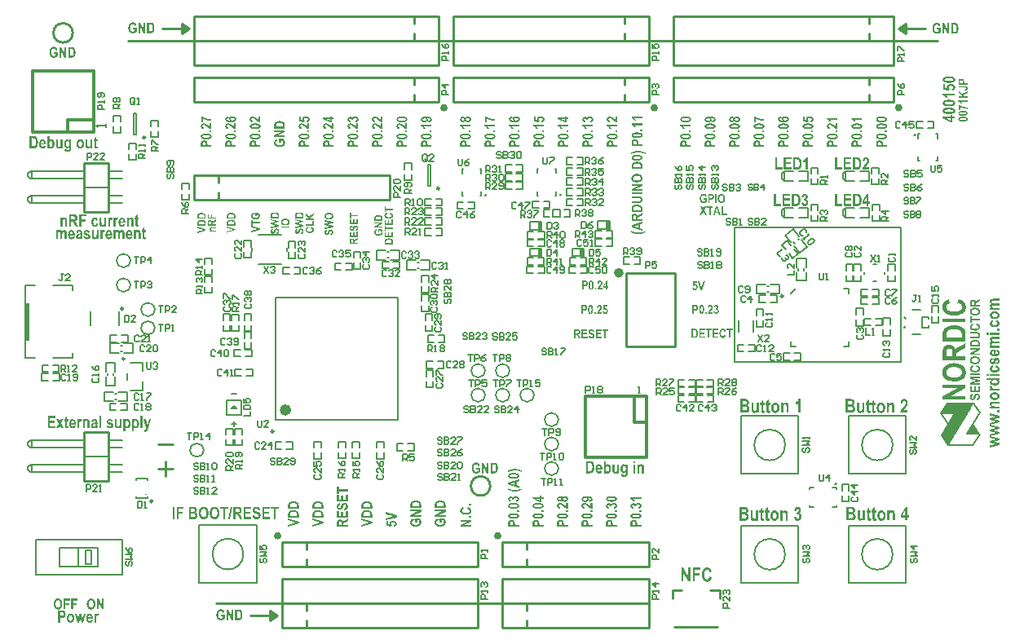
<source format=gto>
G04 Layer_Color=65535*
%FSLAX24Y24*%
%MOIN*%
G70*
G01*
G75*
%ADD10C,0.0060*%
%ADD13C,0.0150*%
%ADD61C,0.0100*%
%ADD65C,0.0200*%
%ADD83C,0.0098*%
%ADD84C,0.0059*%
%ADD85C,0.0236*%
%ADD86C,0.0079*%
%ADD87C,0.0118*%
%ADD88C,0.0050*%
%ADD89C,0.0060*%
%ADD90R,0.0197X0.1575*%
G36*
X13479Y20890D02*
X13484Y20889D01*
X13490Y20889D01*
X13496Y20887D01*
X13504Y20886D01*
X13520Y20881D01*
X13536Y20875D01*
X13544Y20871D01*
X13553Y20867D01*
X13561Y20861D01*
X13568Y20854D01*
X13569Y20854D01*
X13570Y20853D01*
X13572Y20850D01*
X13574Y20848D01*
X13577Y20845D01*
X13581Y20841D01*
X13588Y20830D01*
X13595Y20818D01*
X13601Y20804D01*
X13603Y20795D01*
X13605Y20787D01*
X13607Y20778D01*
X13607Y20769D01*
Y20769D01*
Y20767D01*
Y20765D01*
X13607Y20762D01*
X13606Y20758D01*
X13605Y20752D01*
X13603Y20741D01*
X13599Y20729D01*
X13593Y20716D01*
X13590Y20708D01*
X13585Y20702D01*
X13580Y20695D01*
X13574Y20689D01*
X13573Y20688D01*
X13573Y20688D01*
X13571Y20686D01*
X13568Y20684D01*
X13564Y20681D01*
X13561Y20679D01*
X13556Y20675D01*
X13550Y20672D01*
X13544Y20669D01*
X13537Y20666D01*
X13530Y20662D01*
X13522Y20659D01*
X13504Y20655D01*
X13483Y20651D01*
X13474Y20718D01*
X13475D01*
X13479Y20719D01*
X13484Y20719D01*
X13491Y20721D01*
X13499Y20723D01*
X13507Y20727D01*
X13514Y20730D01*
X13521Y20735D01*
X13522Y20736D01*
X13524Y20738D01*
X13526Y20741D01*
X13529Y20745D01*
X13532Y20749D01*
X13535Y20755D01*
X13537Y20762D01*
X13537Y20769D01*
Y20769D01*
Y20773D01*
X13536Y20776D01*
X13535Y20781D01*
X13533Y20787D01*
X13529Y20793D01*
X13525Y20799D01*
X13518Y20805D01*
X13518Y20806D01*
X13514Y20808D01*
X13511Y20810D01*
X13504Y20813D01*
X13497Y20815D01*
X13487Y20817D01*
X13477Y20819D01*
X13465Y20820D01*
X13459D01*
X13454Y20819D01*
X13446Y20818D01*
X13439Y20817D01*
X13430Y20814D01*
X13422Y20810D01*
X13415Y20806D01*
X13414Y20805D01*
X13411Y20803D01*
X13409Y20800D01*
X13405Y20796D01*
X13402Y20791D01*
X13398Y20785D01*
X13397Y20778D01*
X13396Y20771D01*
Y20771D01*
Y20769D01*
Y20766D01*
X13397Y20763D01*
X13397Y20758D01*
X13398Y20752D01*
X13400Y20747D01*
X13402Y20740D01*
X13334Y20747D01*
Y20749D01*
Y20752D01*
X13333Y20757D01*
X13332Y20763D01*
X13330Y20770D01*
X13329Y20777D01*
X13325Y20784D01*
X13320Y20790D01*
X13319Y20791D01*
X13318Y20793D01*
X13314Y20795D01*
X13309Y20798D01*
X13303Y20800D01*
X13296Y20803D01*
X13288Y20805D01*
X13278Y20806D01*
X13274D01*
X13270Y20805D01*
X13265Y20804D01*
X13260Y20803D01*
X13254Y20800D01*
X13248Y20798D01*
X13243Y20794D01*
X13242Y20793D01*
X13241Y20792D01*
X13239Y20789D01*
X13237Y20786D01*
X13234Y20782D01*
X13232Y20777D01*
X13231Y20771D01*
X13230Y20765D01*
Y20764D01*
Y20762D01*
X13231Y20758D01*
X13232Y20754D01*
X13234Y20750D01*
X13237Y20745D01*
X13240Y20740D01*
X13245Y20734D01*
X13246Y20734D01*
X13248Y20732D01*
X13251Y20730D01*
X13256Y20728D01*
X13262Y20725D01*
X13270Y20723D01*
X13278Y20721D01*
X13288Y20719D01*
X13275Y20656D01*
X13275D01*
X13273Y20657D01*
X13270Y20657D01*
X13266Y20658D01*
X13260Y20659D01*
X13255Y20660D01*
X13242Y20664D01*
X13228Y20670D01*
X13214Y20676D01*
X13200Y20684D01*
X13194Y20689D01*
X13189Y20694D01*
X13188Y20695D01*
X13187Y20695D01*
X13184Y20699D01*
X13179Y20706D01*
X13174Y20714D01*
X13170Y20725D01*
X13165Y20738D01*
X13162Y20752D01*
X13161Y20760D01*
Y20767D01*
Y20768D01*
Y20769D01*
Y20772D01*
X13161Y20776D01*
X13162Y20780D01*
X13163Y20784D01*
X13165Y20796D01*
X13169Y20808D01*
X13176Y20821D01*
X13179Y20828D01*
X13184Y20834D01*
X13189Y20840D01*
X13196Y20846D01*
X13196Y20846D01*
X13197Y20847D01*
X13199Y20848D01*
X13202Y20850D01*
X13205Y20852D01*
X13209Y20855D01*
X13218Y20861D01*
X13230Y20866D01*
X13243Y20870D01*
X13257Y20874D01*
X13265Y20875D01*
X13277D01*
X13283Y20874D01*
X13290Y20873D01*
X13298Y20872D01*
X13306Y20869D01*
X13316Y20866D01*
X13325Y20861D01*
X13326Y20861D01*
X13329Y20859D01*
X13332Y20856D01*
X13338Y20852D01*
X13344Y20846D01*
X13351Y20839D01*
X13358Y20832D01*
X13365Y20822D01*
Y20823D01*
X13365Y20824D01*
X13367Y20828D01*
X13369Y20833D01*
X13372Y20840D01*
X13377Y20848D01*
X13383Y20856D01*
X13391Y20863D01*
X13400Y20871D01*
X13402Y20872D01*
X13406Y20874D01*
X13411Y20878D01*
X13419Y20881D01*
X13429Y20885D01*
X13441Y20887D01*
X13454Y20890D01*
X13469Y20891D01*
X13475D01*
X13479Y20890D01*
D02*
G37*
G36*
X13600Y20366D02*
X13598D01*
X13595Y20366D01*
X13592D01*
X13588Y20367D01*
X13584Y20368D01*
X13573Y20370D01*
X13561Y20373D01*
X13546Y20377D01*
X13531Y20382D01*
X13516Y20389D01*
X13516D01*
X13514Y20390D01*
X13513Y20391D01*
X13509Y20393D01*
X13505Y20395D01*
X13500Y20398D01*
X13495Y20402D01*
X13489Y20406D01*
X13481Y20411D01*
X13474Y20417D01*
X13465Y20423D01*
X13456Y20430D01*
X13446Y20438D01*
X13435Y20447D01*
X13424Y20456D01*
X13412Y20466D01*
X13411Y20467D01*
X13410Y20468D01*
X13407Y20471D01*
X13404Y20473D01*
X13400Y20477D01*
X13395Y20481D01*
X13384Y20490D01*
X13372Y20500D01*
X13361Y20509D01*
X13351Y20517D01*
X13346Y20520D01*
X13342Y20522D01*
X13341Y20523D01*
X13338Y20525D01*
X13332Y20528D01*
X13325Y20530D01*
X13318Y20533D01*
X13308Y20535D01*
X13299Y20537D01*
X13289Y20538D01*
X13284D01*
X13279Y20537D01*
X13273Y20537D01*
X13266Y20535D01*
X13259Y20533D01*
X13251Y20530D01*
X13246Y20525D01*
X13245Y20524D01*
X13243Y20522D01*
X13241Y20520D01*
X13238Y20516D01*
X13235Y20511D01*
X13233Y20506D01*
X13231Y20498D01*
X13231Y20491D01*
Y20491D01*
Y20489D01*
X13231Y20487D01*
X13232Y20484D01*
X13235Y20476D01*
X13237Y20473D01*
X13239Y20468D01*
X13243Y20464D01*
X13248Y20459D01*
X13253Y20455D01*
X13260Y20451D01*
X13268Y20448D01*
X13277Y20445D01*
X13287Y20443D01*
X13299Y20442D01*
X13290Y20373D01*
X13290D01*
X13287Y20374D01*
X13284D01*
X13279Y20375D01*
X13274Y20376D01*
X13268Y20377D01*
X13260Y20379D01*
X13253Y20381D01*
X13237Y20385D01*
X13221Y20392D01*
X13205Y20400D01*
X13199Y20405D01*
X13192Y20410D01*
X13192Y20411D01*
X13191Y20412D01*
X13189Y20414D01*
X13187Y20416D01*
X13185Y20419D01*
X13182Y20423D01*
X13176Y20432D01*
X13170Y20444D01*
X13166Y20458D01*
X13162Y20475D01*
X13161Y20484D01*
X13161Y20493D01*
Y20493D01*
Y20495D01*
Y20498D01*
X13161Y20502D01*
X13162Y20507D01*
X13163Y20512D01*
X13165Y20525D01*
X13170Y20539D01*
X13172Y20546D01*
X13176Y20553D01*
X13181Y20560D01*
X13185Y20567D01*
X13191Y20572D01*
X13198Y20578D01*
X13198Y20579D01*
X13200Y20579D01*
X13202Y20581D01*
X13204Y20583D01*
X13207Y20585D01*
X13212Y20587D01*
X13222Y20593D01*
X13235Y20598D01*
X13249Y20603D01*
X13264Y20606D01*
X13273Y20607D01*
X13286D01*
X13292Y20607D01*
X13299D01*
X13306Y20605D01*
X13316Y20604D01*
X13325Y20602D01*
X13334Y20600D01*
X13336D01*
X13339Y20598D01*
X13343Y20596D01*
X13350Y20594D01*
X13358Y20591D01*
X13366Y20587D01*
X13375Y20582D01*
X13385Y20577D01*
X13386Y20576D01*
X13389Y20574D01*
X13395Y20570D01*
X13402Y20565D01*
X13412Y20558D01*
X13423Y20549D01*
X13436Y20539D01*
X13450Y20526D01*
X13451Y20526D01*
X13452Y20525D01*
X13454Y20523D01*
X13456Y20521D01*
X13463Y20515D01*
X13470Y20509D01*
X13479Y20502D01*
X13487Y20495D01*
X13494Y20489D01*
X13500Y20484D01*
X13500Y20484D01*
X13502Y20483D01*
X13504Y20481D01*
X13507Y20479D01*
X13514Y20475D01*
X13522Y20470D01*
Y20607D01*
X13600D01*
Y20366D01*
D02*
G37*
G36*
Y20250D02*
X13516D01*
Y20318D01*
X13600D01*
Y20250D01*
D02*
G37*
G36*
X14309Y19911D02*
X14314D01*
X14325Y19909D01*
X14338Y19907D01*
X14351Y19904D01*
X14364Y19899D01*
X14377Y19893D01*
X14378D01*
X14378Y19893D01*
X14382Y19890D01*
X14388Y19886D01*
X14395Y19881D01*
X14402Y19874D01*
X14410Y19867D01*
X14416Y19858D01*
X14422Y19848D01*
X14422Y19847D01*
X14423Y19845D01*
X14424Y19843D01*
X14425Y19839D01*
X14426Y19836D01*
X14427Y19832D01*
X14428Y19827D01*
X14430Y19821D01*
X14431Y19814D01*
X14432Y19806D01*
X14433Y19798D01*
X14433Y19789D01*
X14434Y19779D01*
X14435Y19768D01*
Y19756D01*
Y19709D01*
X14600D01*
Y19636D01*
X14162D01*
Y19752D01*
Y19753D01*
Y19755D01*
Y19758D01*
Y19762D01*
Y19768D01*
Y19774D01*
X14163Y19787D01*
X14163Y19802D01*
X14165Y19815D01*
X14165Y19822D01*
X14167Y19828D01*
X14167Y19833D01*
X14168Y19838D01*
Y19838D01*
X14169Y19839D01*
X14170Y19843D01*
X14174Y19849D01*
X14178Y19856D01*
X14183Y19864D01*
X14191Y19873D01*
X14200Y19882D01*
X14212Y19890D01*
X14213D01*
X14213Y19891D01*
X14215Y19892D01*
X14218Y19893D01*
X14221Y19895D01*
X14225Y19897D01*
X14229Y19898D01*
X14235Y19901D01*
X14248Y19905D01*
X14262Y19908D01*
X14279Y19911D01*
X14297Y19911D01*
X14305D01*
X14309Y19911D01*
D02*
G37*
G36*
X14600Y20250D02*
X14516D01*
Y20318D01*
X14600D01*
Y20250D01*
D02*
G37*
G36*
X14404Y20189D02*
X14415D01*
X14426Y20187D01*
X14439Y20187D01*
X14452Y20185D01*
X14481Y20182D01*
X14510Y20176D01*
X14524Y20172D01*
X14536Y20168D01*
X14548Y20163D01*
X14558Y20157D01*
X14559Y20156D01*
X14560Y20156D01*
X14562Y20154D01*
X14566Y20151D01*
X14570Y20148D01*
X14573Y20144D01*
X14583Y20134D01*
X14592Y20122D01*
X14599Y20108D01*
X14603Y20100D01*
X14605Y20092D01*
X14607Y20082D01*
X14607Y20073D01*
Y20072D01*
Y20070D01*
X14607Y20068D01*
Y20064D01*
X14606Y20060D01*
X14605Y20055D01*
X14601Y20042D01*
X14599Y20036D01*
X14595Y20029D01*
X14592Y20022D01*
X14586Y20015D01*
X14581Y20008D01*
X14575Y20001D01*
X14567Y19994D01*
X14559Y19988D01*
X14558Y19987D01*
X14556Y19987D01*
X14553Y19985D01*
X14549Y19983D01*
X14543Y19981D01*
X14537Y19978D01*
X14528Y19975D01*
X14518Y19972D01*
X14507Y19969D01*
X14494Y19966D01*
X14480Y19963D01*
X14464Y19961D01*
X14446Y19959D01*
X14427Y19957D01*
X14406Y19957D01*
X14384Y19956D01*
X14372D01*
X14364Y19957D01*
X14354Y19957D01*
X14342Y19958D01*
X14329Y19959D01*
X14316Y19960D01*
X14287Y19964D01*
X14259Y19970D01*
X14245Y19973D01*
X14233Y19978D01*
X14221Y19982D01*
X14211Y19988D01*
X14210Y19989D01*
X14209Y19989D01*
X14206Y19991D01*
X14203Y19994D01*
X14199Y19997D01*
X14195Y20001D01*
X14185Y20011D01*
X14176Y20023D01*
X14168Y20037D01*
X14165Y20045D01*
X14163Y20053D01*
X14161Y20062D01*
X14161Y20072D01*
Y20073D01*
Y20075D01*
Y20077D01*
X14161Y20081D01*
X14162Y20085D01*
X14163Y20090D01*
X14167Y20103D01*
X14170Y20109D01*
X14173Y20116D01*
X14177Y20123D01*
X14181Y20130D01*
X14187Y20137D01*
X14194Y20144D01*
X14202Y20151D01*
X14211Y20157D01*
X14211Y20158D01*
X14213Y20158D01*
X14216Y20160D01*
X14220Y20162D01*
X14226Y20165D01*
X14233Y20167D01*
X14241Y20170D01*
X14251Y20173D01*
X14262Y20176D01*
X14275Y20179D01*
X14289Y20182D01*
X14305Y20184D01*
X14322Y20186D01*
X14341Y20188D01*
X14362Y20189D01*
X14384Y20189D01*
X14396D01*
X14404Y20189D01*
D02*
G37*
G36*
X27004D02*
X27015D01*
X27026Y20187D01*
X27039Y20187D01*
X27052Y20185D01*
X27081Y20182D01*
X27110Y20176D01*
X27124Y20172D01*
X27136Y20168D01*
X27148Y20163D01*
X27158Y20157D01*
X27159Y20156D01*
X27160Y20156D01*
X27162Y20154D01*
X27166Y20151D01*
X27170Y20148D01*
X27173Y20144D01*
X27183Y20134D01*
X27192Y20122D01*
X27199Y20108D01*
X27203Y20100D01*
X27205Y20092D01*
X27207Y20082D01*
X27207Y20073D01*
Y20072D01*
Y20070D01*
X27207Y20068D01*
Y20064D01*
X27206Y20060D01*
X27205Y20055D01*
X27201Y20042D01*
X27199Y20036D01*
X27195Y20029D01*
X27192Y20022D01*
X27186Y20015D01*
X27181Y20008D01*
X27175Y20001D01*
X27167Y19994D01*
X27159Y19988D01*
X27158Y19987D01*
X27156Y19987D01*
X27153Y19985D01*
X27149Y19983D01*
X27143Y19981D01*
X27137Y19978D01*
X27128Y19975D01*
X27118Y19972D01*
X27107Y19969D01*
X27094Y19966D01*
X27080Y19963D01*
X27064Y19961D01*
X27046Y19959D01*
X27027Y19957D01*
X27006Y19957D01*
X26984Y19956D01*
X26972D01*
X26964Y19957D01*
X26954Y19957D01*
X26942Y19958D01*
X26929Y19959D01*
X26916Y19960D01*
X26887Y19964D01*
X26859Y19970D01*
X26845Y19973D01*
X26833Y19978D01*
X26821Y19982D01*
X26811Y19988D01*
X26810Y19989D01*
X26809Y19989D01*
X26806Y19991D01*
X26803Y19994D01*
X26799Y19997D01*
X26795Y20001D01*
X26785Y20011D01*
X26776Y20023D01*
X26768Y20037D01*
X26765Y20045D01*
X26763Y20053D01*
X26761Y20062D01*
X26761Y20072D01*
Y20073D01*
Y20075D01*
Y20077D01*
X26761Y20081D01*
X26762Y20085D01*
X26763Y20090D01*
X26767Y20103D01*
X26770Y20109D01*
X26773Y20116D01*
X26777Y20123D01*
X26781Y20130D01*
X26787Y20137D01*
X26794Y20144D01*
X26802Y20151D01*
X26811Y20157D01*
X26811Y20158D01*
X26813Y20158D01*
X26816Y20160D01*
X26820Y20162D01*
X26826Y20165D01*
X26833Y20167D01*
X26841Y20170D01*
X26851Y20173D01*
X26862Y20176D01*
X26875Y20179D01*
X26889Y20182D01*
X26905Y20184D01*
X26922Y20186D01*
X26941Y20188D01*
X26962Y20189D01*
X26984Y20189D01*
X26996D01*
X27004Y20189D01*
D02*
G37*
G36*
X13404D02*
X13415D01*
X13426Y20187D01*
X13439Y20187D01*
X13452Y20185D01*
X13481Y20182D01*
X13510Y20176D01*
X13524Y20172D01*
X13536Y20168D01*
X13548Y20163D01*
X13558Y20157D01*
X13559Y20156D01*
X13560Y20156D01*
X13562Y20154D01*
X13566Y20151D01*
X13570Y20148D01*
X13573Y20144D01*
X13583Y20134D01*
X13592Y20122D01*
X13599Y20108D01*
X13603Y20100D01*
X13605Y20092D01*
X13607Y20082D01*
X13607Y20073D01*
Y20072D01*
Y20070D01*
X13607Y20068D01*
Y20064D01*
X13606Y20060D01*
X13605Y20055D01*
X13601Y20042D01*
X13599Y20036D01*
X13595Y20029D01*
X13592Y20022D01*
X13586Y20015D01*
X13581Y20008D01*
X13575Y20001D01*
X13567Y19994D01*
X13559Y19988D01*
X13558Y19987D01*
X13556Y19987D01*
X13553Y19985D01*
X13549Y19983D01*
X13543Y19981D01*
X13537Y19978D01*
X13528Y19975D01*
X13518Y19972D01*
X13507Y19969D01*
X13494Y19966D01*
X13480Y19963D01*
X13464Y19961D01*
X13446Y19959D01*
X13427Y19957D01*
X13406Y19957D01*
X13384Y19956D01*
X13372D01*
X13364Y19957D01*
X13354Y19957D01*
X13342Y19958D01*
X13329Y19959D01*
X13316Y19960D01*
X13287Y19964D01*
X13259Y19970D01*
X13245Y19973D01*
X13233Y19978D01*
X13221Y19982D01*
X13211Y19988D01*
X13210Y19989D01*
X13209Y19989D01*
X13206Y19991D01*
X13203Y19994D01*
X13199Y19997D01*
X13195Y20001D01*
X13185Y20011D01*
X13176Y20023D01*
X13168Y20037D01*
X13165Y20045D01*
X13163Y20053D01*
X13161Y20062D01*
X13161Y20072D01*
Y20073D01*
Y20075D01*
Y20077D01*
X13161Y20081D01*
X13162Y20085D01*
X13163Y20090D01*
X13167Y20103D01*
X13170Y20109D01*
X13173Y20116D01*
X13177Y20123D01*
X13181Y20130D01*
X13187Y20137D01*
X13194Y20144D01*
X13202Y20151D01*
X13211Y20157D01*
X13211Y20158D01*
X13213Y20158D01*
X13216Y20160D01*
X13220Y20162D01*
X13226Y20165D01*
X13233Y20167D01*
X13241Y20170D01*
X13251Y20173D01*
X13262Y20176D01*
X13275Y20179D01*
X13289Y20182D01*
X13305Y20184D01*
X13322Y20186D01*
X13341Y20188D01*
X13362Y20189D01*
X13384Y20189D01*
X13396D01*
X13404Y20189D01*
D02*
G37*
G36*
X12600Y20366D02*
X12598D01*
X12595Y20366D01*
X12592D01*
X12588Y20367D01*
X12584Y20368D01*
X12573Y20370D01*
X12560Y20373D01*
X12546Y20377D01*
X12531Y20382D01*
X12516Y20389D01*
X12516D01*
X12514Y20390D01*
X12513Y20391D01*
X12509Y20393D01*
X12505Y20395D01*
X12500Y20398D01*
X12495Y20402D01*
X12489Y20406D01*
X12481Y20411D01*
X12474Y20417D01*
X12465Y20423D01*
X12456Y20430D01*
X12446Y20438D01*
X12435Y20447D01*
X12424Y20456D01*
X12412Y20466D01*
X12411Y20467D01*
X12410Y20468D01*
X12407Y20471D01*
X12404Y20473D01*
X12400Y20477D01*
X12395Y20481D01*
X12384Y20490D01*
X12372Y20500D01*
X12361Y20509D01*
X12351Y20517D01*
X12346Y20520D01*
X12342Y20522D01*
X12341Y20523D01*
X12338Y20525D01*
X12332Y20528D01*
X12325Y20530D01*
X12318Y20533D01*
X12308Y20535D01*
X12299Y20537D01*
X12289Y20538D01*
X12284D01*
X12279Y20537D01*
X12273Y20537D01*
X12266Y20535D01*
X12259Y20533D01*
X12251Y20530D01*
X12246Y20525D01*
X12245Y20524D01*
X12243Y20522D01*
X12241Y20520D01*
X12238Y20516D01*
X12235Y20511D01*
X12233Y20506D01*
X12231Y20498D01*
X12231Y20491D01*
Y20491D01*
Y20489D01*
X12231Y20487D01*
X12232Y20484D01*
X12235Y20476D01*
X12236Y20473D01*
X12239Y20468D01*
X12243Y20464D01*
X12248Y20459D01*
X12253Y20455D01*
X12260Y20451D01*
X12268Y20448D01*
X12277Y20445D01*
X12287Y20443D01*
X12299Y20442D01*
X12290Y20373D01*
X12290D01*
X12287Y20374D01*
X12284D01*
X12279Y20375D01*
X12274Y20376D01*
X12268Y20377D01*
X12260Y20379D01*
X12253Y20381D01*
X12237Y20385D01*
X12221Y20392D01*
X12205Y20400D01*
X12199Y20405D01*
X12192Y20410D01*
X12192Y20411D01*
X12191Y20412D01*
X12189Y20414D01*
X12187Y20416D01*
X12185Y20419D01*
X12182Y20423D01*
X12176Y20432D01*
X12170Y20444D01*
X12166Y20458D01*
X12162Y20475D01*
X12161Y20484D01*
X12161Y20493D01*
Y20493D01*
Y20495D01*
Y20498D01*
X12161Y20502D01*
X12162Y20507D01*
X12163Y20512D01*
X12165Y20525D01*
X12170Y20539D01*
X12172Y20546D01*
X12176Y20553D01*
X12181Y20560D01*
X12185Y20567D01*
X12191Y20572D01*
X12198Y20578D01*
X12198Y20579D01*
X12200Y20579D01*
X12202Y20581D01*
X12204Y20583D01*
X12207Y20585D01*
X12212Y20587D01*
X12222Y20593D01*
X12235Y20598D01*
X12249Y20603D01*
X12264Y20606D01*
X12273Y20607D01*
X12286D01*
X12292Y20607D01*
X12299D01*
X12306Y20605D01*
X12316Y20604D01*
X12325Y20602D01*
X12334Y20600D01*
X12336D01*
X12339Y20598D01*
X12343Y20596D01*
X12350Y20594D01*
X12358Y20591D01*
X12366Y20587D01*
X12375Y20582D01*
X12385Y20577D01*
X12386Y20576D01*
X12389Y20574D01*
X12395Y20570D01*
X12402Y20565D01*
X12412Y20558D01*
X12423Y20549D01*
X12436Y20539D01*
X12450Y20526D01*
X12451Y20526D01*
X12452Y20525D01*
X12454Y20523D01*
X12456Y20521D01*
X12463Y20515D01*
X12470Y20509D01*
X12479Y20502D01*
X12487Y20495D01*
X12494Y20489D01*
X12500Y20484D01*
X12500Y20484D01*
X12502Y20483D01*
X12504Y20481D01*
X12507Y20479D01*
X12514Y20475D01*
X12522Y20470D01*
Y20607D01*
X12600D01*
Y20366D01*
D02*
G37*
G36*
Y20250D02*
X12516D01*
Y20318D01*
X12600D01*
Y20250D01*
D02*
G37*
G36*
X27004Y20887D02*
X27015D01*
X27026Y20885D01*
X27039Y20885D01*
X27052Y20883D01*
X27081Y20880D01*
X27110Y20874D01*
X27124Y20870D01*
X27136Y20866D01*
X27148Y20861D01*
X27158Y20855D01*
X27159Y20854D01*
X27160Y20854D01*
X27162Y20852D01*
X27166Y20849D01*
X27170Y20846D01*
X27173Y20842D01*
X27183Y20832D01*
X27192Y20820D01*
X27199Y20806D01*
X27203Y20798D01*
X27205Y20789D01*
X27207Y20780D01*
X27207Y20771D01*
Y20770D01*
Y20768D01*
X27207Y20765D01*
Y20762D01*
X27206Y20758D01*
X27205Y20752D01*
X27201Y20740D01*
X27199Y20734D01*
X27195Y20727D01*
X27192Y20720D01*
X27186Y20713D01*
X27181Y20706D01*
X27175Y20699D01*
X27167Y20692D01*
X27159Y20686D01*
X27158Y20685D01*
X27156Y20684D01*
X27153Y20683D01*
X27149Y20681D01*
X27143Y20679D01*
X27137Y20676D01*
X27128Y20673D01*
X27118Y20670D01*
X27107Y20667D01*
X27094Y20664D01*
X27080Y20661D01*
X27064Y20659D01*
X27046Y20657D01*
X27027Y20655D01*
X27006Y20655D01*
X26984Y20654D01*
X26972D01*
X26964Y20655D01*
X26954Y20655D01*
X26942Y20656D01*
X26929Y20657D01*
X26916Y20658D01*
X26887Y20662D01*
X26859Y20668D01*
X26845Y20671D01*
X26833Y20675D01*
X26821Y20680D01*
X26811Y20686D01*
X26810Y20686D01*
X26809Y20687D01*
X26806Y20689D01*
X26803Y20692D01*
X26799Y20695D01*
X26795Y20699D01*
X26785Y20708D01*
X26776Y20721D01*
X26768Y20735D01*
X26765Y20743D01*
X26763Y20751D01*
X26761Y20760D01*
X26761Y20770D01*
Y20771D01*
Y20773D01*
Y20775D01*
X26761Y20778D01*
X26762Y20783D01*
X26763Y20788D01*
X26767Y20800D01*
X26770Y20807D01*
X26773Y20814D01*
X26777Y20821D01*
X26781Y20828D01*
X26787Y20835D01*
X26794Y20842D01*
X26802Y20848D01*
X26811Y20855D01*
X26811Y20856D01*
X26813Y20856D01*
X26816Y20858D01*
X26820Y20860D01*
X26826Y20863D01*
X26833Y20865D01*
X26841Y20868D01*
X26851Y20871D01*
X26862Y20874D01*
X26875Y20877D01*
X26889Y20880D01*
X26905Y20882D01*
X26922Y20884D01*
X26941Y20886D01*
X26962Y20887D01*
X26984Y20887D01*
X26996D01*
X27004Y20887D01*
D02*
G37*
G36*
X12512Y20856D02*
X12600D01*
Y20789D01*
X12512D01*
Y20642D01*
X12439D01*
X12161Y20797D01*
Y20856D01*
X12438D01*
Y20900D01*
X12512D01*
Y20856D01*
D02*
G37*
G36*
X27200Y20250D02*
X27116D01*
Y20318D01*
X27200D01*
Y20250D01*
D02*
G37*
G36*
X13309Y19911D02*
X13314D01*
X13325Y19909D01*
X13338Y19907D01*
X13351Y19904D01*
X13364Y19899D01*
X13377Y19893D01*
X13378D01*
X13378Y19893D01*
X13382Y19890D01*
X13388Y19886D01*
X13395Y19881D01*
X13402Y19874D01*
X13410Y19867D01*
X13416Y19858D01*
X13422Y19848D01*
X13422Y19847D01*
X13423Y19845D01*
X13424Y19843D01*
X13425Y19839D01*
X13426Y19836D01*
X13427Y19832D01*
X13428Y19827D01*
X13430Y19821D01*
X13431Y19814D01*
X13432Y19806D01*
X13433Y19798D01*
X13433Y19789D01*
X13434Y19779D01*
X13435Y19768D01*
Y19756D01*
Y19709D01*
X13600D01*
Y19636D01*
X13162D01*
Y19752D01*
Y19753D01*
Y19755D01*
Y19758D01*
Y19762D01*
Y19768D01*
Y19774D01*
X13163Y19787D01*
X13163Y19802D01*
X13165Y19815D01*
X13165Y19822D01*
X13167Y19828D01*
X13167Y19833D01*
X13168Y19838D01*
Y19838D01*
X13169Y19839D01*
X13170Y19843D01*
X13174Y19849D01*
X13178Y19856D01*
X13183Y19864D01*
X13191Y19873D01*
X13200Y19882D01*
X13212Y19890D01*
X13213D01*
X13213Y19891D01*
X13215Y19892D01*
X13218Y19893D01*
X13221Y19895D01*
X13225Y19897D01*
X13229Y19898D01*
X13235Y19901D01*
X13248Y19905D01*
X13262Y19908D01*
X13279Y19911D01*
X13297Y19911D01*
X13305D01*
X13309Y19911D01*
D02*
G37*
G36*
X27200Y20482D02*
X26883D01*
X26884Y20482D01*
X26885Y20480D01*
X26887Y20478D01*
X26890Y20475D01*
X26894Y20472D01*
X26898Y20467D01*
X26903Y20462D01*
X26907Y20456D01*
X26918Y20443D01*
X26929Y20429D01*
X26938Y20411D01*
X26947Y20393D01*
X26870D01*
Y20394D01*
X26870Y20394D01*
X26868Y20398D01*
X26865Y20403D01*
X26861Y20411D01*
X26855Y20420D01*
X26848Y20430D01*
X26840Y20441D01*
X26829Y20452D01*
X26829Y20453D01*
X26828Y20454D01*
X26824Y20458D01*
X26818Y20463D01*
X26809Y20469D01*
X26800Y20476D01*
X26788Y20484D01*
X26775Y20490D01*
X26761Y20495D01*
Y20552D01*
X27200D01*
Y20482D01*
D02*
G37*
G36*
X16309Y19911D02*
X16314D01*
X16325Y19909D01*
X16338Y19907D01*
X16351Y19904D01*
X16364Y19899D01*
X16377Y19893D01*
X16378D01*
X16378Y19893D01*
X16382Y19890D01*
X16388Y19886D01*
X16395Y19881D01*
X16402Y19874D01*
X16410Y19867D01*
X16416Y19858D01*
X16422Y19848D01*
X16422Y19847D01*
X16423Y19845D01*
X16424Y19843D01*
X16425Y19839D01*
X16426Y19836D01*
X16427Y19832D01*
X16428Y19827D01*
X16430Y19821D01*
X16431Y19814D01*
X16432Y19806D01*
X16433Y19798D01*
X16433Y19789D01*
X16434Y19779D01*
X16435Y19768D01*
Y19756D01*
Y19709D01*
X16600D01*
Y19636D01*
X16162D01*
Y19752D01*
Y19753D01*
Y19755D01*
Y19758D01*
Y19762D01*
Y19768D01*
Y19774D01*
X16163Y19787D01*
X16163Y19802D01*
X16165Y19815D01*
X16165Y19822D01*
X16167Y19828D01*
X16167Y19833D01*
X16168Y19838D01*
Y19838D01*
X16169Y19839D01*
X16170Y19843D01*
X16174Y19849D01*
X16178Y19856D01*
X16183Y19864D01*
X16191Y19873D01*
X16200Y19882D01*
X16212Y19890D01*
X16213D01*
X16213Y19891D01*
X16215Y19892D01*
X16218Y19893D01*
X16221Y19895D01*
X16225Y19897D01*
X16229Y19898D01*
X16235Y19901D01*
X16248Y19905D01*
X16262Y19908D01*
X16279Y19911D01*
X16297Y19911D01*
X16305D01*
X16309Y19911D01*
D02*
G37*
G36*
X4521Y8516D02*
X4526Y8515D01*
X4531Y8515D01*
X4543Y8511D01*
X4557Y8505D01*
X4564Y8501D01*
X4572Y8496D01*
X4579Y8491D01*
X4586Y8484D01*
X4593Y8477D01*
X4600Y8468D01*
X4601Y8467D01*
X4602Y8466D01*
X4604Y8463D01*
X4606Y8459D01*
X4609Y8454D01*
X4612Y8448D01*
X4615Y8441D01*
X4619Y8432D01*
X4623Y8424D01*
X4626Y8413D01*
X4629Y8402D01*
X4631Y8389D01*
X4634Y8376D01*
X4636Y8362D01*
X4637Y8347D01*
X4637Y8330D01*
Y8330D01*
Y8326D01*
Y8321D01*
X4637Y8315D01*
Y8307D01*
X4635Y8298D01*
X4634Y8288D01*
X4633Y8278D01*
X4629Y8255D01*
X4622Y8230D01*
X4617Y8219D01*
X4613Y8208D01*
X4607Y8197D01*
X4600Y8187D01*
X4600Y8187D01*
X4599Y8185D01*
X4597Y8183D01*
X4594Y8180D01*
X4586Y8172D01*
X4575Y8163D01*
X4563Y8153D01*
X4548Y8146D01*
X4540Y8142D01*
X4531Y8140D01*
X4522Y8139D01*
X4512Y8138D01*
X4509D01*
X4504Y8139D01*
X4498Y8139D01*
X4492Y8141D01*
X4484Y8142D01*
X4477Y8145D01*
X4469Y8149D01*
X4468Y8150D01*
X4465Y8151D01*
X4461Y8154D01*
X4456Y8159D01*
X4449Y8164D01*
X4443Y8171D01*
X4435Y8180D01*
X4426Y8190D01*
Y8008D01*
X4347D01*
Y8509D01*
X4421D01*
Y8455D01*
X4421Y8457D01*
X4424Y8460D01*
X4426Y8465D01*
X4431Y8472D01*
X4437Y8478D01*
X4444Y8486D01*
X4451Y8493D01*
X4460Y8500D01*
X4461Y8500D01*
X4464Y8503D01*
X4469Y8505D01*
X4475Y8509D01*
X4483Y8512D01*
X4492Y8514D01*
X4503Y8516D01*
X4513Y8517D01*
X4518D01*
X4521Y8516D01*
D02*
G37*
G36*
X15404Y20887D02*
X15415D01*
X15426Y20885D01*
X15439Y20885D01*
X15452Y20883D01*
X15481Y20880D01*
X15510Y20874D01*
X15524Y20870D01*
X15536Y20866D01*
X15548Y20861D01*
X15558Y20855D01*
X15559Y20854D01*
X15560Y20854D01*
X15562Y20852D01*
X15566Y20849D01*
X15570Y20846D01*
X15573Y20842D01*
X15583Y20832D01*
X15592Y20820D01*
X15599Y20806D01*
X15603Y20798D01*
X15605Y20789D01*
X15607Y20780D01*
X15607Y20771D01*
Y20770D01*
Y20768D01*
X15607Y20765D01*
Y20762D01*
X15606Y20758D01*
X15605Y20752D01*
X15601Y20740D01*
X15599Y20734D01*
X15595Y20727D01*
X15592Y20720D01*
X15586Y20713D01*
X15581Y20706D01*
X15575Y20699D01*
X15567Y20692D01*
X15559Y20686D01*
X15558Y20685D01*
X15556Y20684D01*
X15553Y20683D01*
X15549Y20681D01*
X15543Y20679D01*
X15537Y20676D01*
X15528Y20673D01*
X15518Y20670D01*
X15507Y20667D01*
X15494Y20664D01*
X15480Y20661D01*
X15464Y20659D01*
X15446Y20657D01*
X15427Y20655D01*
X15406Y20655D01*
X15384Y20654D01*
X15372D01*
X15364Y20655D01*
X15354Y20655D01*
X15342Y20656D01*
X15329Y20657D01*
X15316Y20658D01*
X15287Y20662D01*
X15259Y20668D01*
X15245Y20671D01*
X15233Y20675D01*
X15221Y20680D01*
X15211Y20686D01*
X15210Y20686D01*
X15209Y20687D01*
X15206Y20689D01*
X15203Y20692D01*
X15199Y20695D01*
X15195Y20699D01*
X15185Y20708D01*
X15176Y20721D01*
X15168Y20735D01*
X15165Y20743D01*
X15163Y20751D01*
X15161Y20760D01*
X15161Y20770D01*
Y20771D01*
Y20773D01*
Y20775D01*
X15161Y20778D01*
X15162Y20783D01*
X15163Y20788D01*
X15167Y20800D01*
X15170Y20807D01*
X15173Y20814D01*
X15177Y20821D01*
X15181Y20828D01*
X15187Y20835D01*
X15194Y20842D01*
X15202Y20848D01*
X15211Y20855D01*
X15211Y20856D01*
X15213Y20856D01*
X15216Y20858D01*
X15220Y20860D01*
X15226Y20863D01*
X15233Y20865D01*
X15241Y20868D01*
X15251Y20871D01*
X15262Y20874D01*
X15275Y20877D01*
X15289Y20880D01*
X15305Y20882D01*
X15322Y20884D01*
X15341Y20886D01*
X15362Y20887D01*
X15384Y20887D01*
X15396D01*
X15404Y20887D01*
D02*
G37*
G36*
X4171Y8516D02*
X4176Y8515D01*
X4181Y8515D01*
X4193Y8511D01*
X4207Y8505D01*
X4214Y8501D01*
X4221Y8496D01*
X4229Y8491D01*
X4236Y8484D01*
X4243Y8477D01*
X4250Y8468D01*
X4251Y8467D01*
X4252Y8466D01*
X4254Y8463D01*
X4256Y8459D01*
X4259Y8454D01*
X4262Y8448D01*
X4265Y8441D01*
X4269Y8432D01*
X4273Y8424D01*
X4276Y8413D01*
X4278Y8402D01*
X4281Y8389D01*
X4284Y8376D01*
X4286Y8362D01*
X4287Y8347D01*
X4287Y8330D01*
Y8330D01*
Y8326D01*
Y8321D01*
X4287Y8315D01*
Y8307D01*
X4285Y8298D01*
X4284Y8288D01*
X4283Y8278D01*
X4278Y8255D01*
X4272Y8230D01*
X4267Y8219D01*
X4263Y8208D01*
X4257Y8197D01*
X4250Y8187D01*
X4250Y8187D01*
X4249Y8185D01*
X4247Y8183D01*
X4244Y8180D01*
X4236Y8172D01*
X4225Y8163D01*
X4213Y8153D01*
X4198Y8146D01*
X4190Y8142D01*
X4181Y8140D01*
X4172Y8139D01*
X4162Y8138D01*
X4159D01*
X4154Y8139D01*
X4148Y8139D01*
X4142Y8141D01*
X4134Y8142D01*
X4127Y8145D01*
X4119Y8149D01*
X4118Y8150D01*
X4115Y8151D01*
X4111Y8154D01*
X4106Y8159D01*
X4099Y8164D01*
X4093Y8171D01*
X4085Y8180D01*
X4076Y8190D01*
Y8008D01*
X3997D01*
Y8509D01*
X4071D01*
Y8455D01*
X4071Y8457D01*
X4074Y8460D01*
X4076Y8465D01*
X4081Y8472D01*
X4087Y8478D01*
X4093Y8486D01*
X4101Y8493D01*
X4110Y8500D01*
X4111Y8500D01*
X4114Y8503D01*
X4119Y8505D01*
X4125Y8509D01*
X4133Y8512D01*
X4142Y8514D01*
X4153Y8516D01*
X4163Y8517D01*
X4168D01*
X4171Y8516D01*
D02*
G37*
G36*
X16600Y20250D02*
X16516D01*
Y20318D01*
X16600D01*
Y20250D01*
D02*
G37*
G36*
X2525Y8516D02*
X2533Y8515D01*
X2542Y8512D01*
X2551Y8509D01*
X2561Y8504D01*
X2571Y8498D01*
X2571Y8497D01*
X2574Y8495D01*
X2579Y8491D01*
X2584Y8486D01*
X2589Y8479D01*
X2594Y8472D01*
X2599Y8463D01*
X2603Y8452D01*
X2604Y8451D01*
X2605Y8447D01*
X2606Y8441D01*
X2608Y8432D01*
X2610Y8420D01*
X2611Y8406D01*
X2612Y8389D01*
X2613Y8371D01*
Y8146D01*
X2534D01*
Y8331D01*
Y8332D01*
Y8333D01*
Y8336D01*
Y8340D01*
Y8344D01*
Y8349D01*
X2533Y8361D01*
Y8373D01*
X2532Y8386D01*
X2531Y8397D01*
X2530Y8401D01*
X2529Y8405D01*
Y8406D01*
X2528Y8408D01*
X2527Y8412D01*
X2525Y8415D01*
X2520Y8425D01*
X2517Y8429D01*
X2512Y8433D01*
X2511Y8434D01*
X2510Y8435D01*
X2508Y8436D01*
X2504Y8438D01*
X2496Y8442D01*
X2491Y8443D01*
X2485Y8443D01*
X2482D01*
X2478Y8443D01*
X2473Y8442D01*
X2468Y8441D01*
X2462Y8438D01*
X2455Y8435D01*
X2449Y8430D01*
X2448Y8429D01*
X2447Y8428D01*
X2444Y8425D01*
X2440Y8421D01*
X2437Y8416D01*
X2434Y8410D01*
X2430Y8403D01*
X2427Y8395D01*
Y8394D01*
X2426Y8390D01*
X2426Y8384D01*
X2424Y8376D01*
X2423Y8370D01*
Y8364D01*
X2423Y8358D01*
X2422Y8349D01*
Y8341D01*
X2421Y8332D01*
Y8321D01*
Y8310D01*
Y8146D01*
X2342D01*
Y8509D01*
X2415D01*
Y8455D01*
X2416Y8457D01*
X2419Y8461D01*
X2423Y8466D01*
X2428Y8472D01*
X2434Y8480D01*
X2442Y8487D01*
X2450Y8495D01*
X2459Y8501D01*
X2460Y8502D01*
X2463Y8503D01*
X2468Y8506D01*
X2475Y8509D01*
X2482Y8512D01*
X2492Y8515D01*
X2502Y8516D01*
X2513Y8517D01*
X2519D01*
X2525Y8516D01*
D02*
G37*
G36*
X16404Y20189D02*
X16415D01*
X16426Y20187D01*
X16439Y20187D01*
X16452Y20185D01*
X16481Y20182D01*
X16510Y20176D01*
X16524Y20172D01*
X16536Y20168D01*
X16548Y20163D01*
X16558Y20157D01*
X16559Y20156D01*
X16560Y20156D01*
X16562Y20154D01*
X16566Y20151D01*
X16570Y20148D01*
X16573Y20144D01*
X16583Y20134D01*
X16592Y20122D01*
X16599Y20108D01*
X16603Y20100D01*
X16605Y20092D01*
X16607Y20082D01*
X16607Y20073D01*
Y20072D01*
Y20070D01*
X16607Y20068D01*
Y20064D01*
X16606Y20060D01*
X16605Y20055D01*
X16601Y20042D01*
X16599Y20036D01*
X16595Y20029D01*
X16592Y20022D01*
X16586Y20015D01*
X16581Y20008D01*
X16575Y20001D01*
X16567Y19994D01*
X16559Y19988D01*
X16558Y19987D01*
X16556Y19987D01*
X16553Y19985D01*
X16549Y19983D01*
X16543Y19981D01*
X16537Y19978D01*
X16528Y19975D01*
X16518Y19972D01*
X16507Y19969D01*
X16494Y19966D01*
X16480Y19963D01*
X16464Y19961D01*
X16446Y19959D01*
X16427Y19957D01*
X16406Y19957D01*
X16384Y19956D01*
X16372D01*
X16364Y19957D01*
X16354Y19957D01*
X16342Y19958D01*
X16329Y19959D01*
X16316Y19960D01*
X16287Y19964D01*
X16259Y19970D01*
X16245Y19973D01*
X16233Y19978D01*
X16221Y19982D01*
X16211Y19988D01*
X16210Y19989D01*
X16209Y19989D01*
X16206Y19991D01*
X16203Y19994D01*
X16199Y19997D01*
X16195Y20001D01*
X16185Y20011D01*
X16176Y20023D01*
X16168Y20037D01*
X16165Y20045D01*
X16163Y20053D01*
X16161Y20062D01*
X16161Y20072D01*
Y20073D01*
Y20075D01*
Y20077D01*
X16161Y20081D01*
X16162Y20085D01*
X16163Y20090D01*
X16167Y20103D01*
X16170Y20109D01*
X16173Y20116D01*
X16177Y20123D01*
X16181Y20130D01*
X16187Y20137D01*
X16194Y20144D01*
X16202Y20151D01*
X16211Y20157D01*
X16211Y20158D01*
X16213Y20158D01*
X16216Y20160D01*
X16220Y20162D01*
X16226Y20165D01*
X16233Y20167D01*
X16241Y20170D01*
X16251Y20173D01*
X16262Y20176D01*
X16275Y20179D01*
X16289Y20182D01*
X16305Y20184D01*
X16322Y20186D01*
X16341Y20188D01*
X16362Y20189D01*
X16384Y20189D01*
X16396D01*
X16404Y20189D01*
D02*
G37*
G36*
X15600Y20366D02*
X15598D01*
X15595Y20366D01*
X15592D01*
X15588Y20367D01*
X15584Y20368D01*
X15573Y20370D01*
X15560Y20373D01*
X15546Y20377D01*
X15531Y20382D01*
X15516Y20389D01*
X15516D01*
X15514Y20390D01*
X15513Y20391D01*
X15509Y20393D01*
X15505Y20395D01*
X15500Y20398D01*
X15495Y20402D01*
X15489Y20406D01*
X15481Y20411D01*
X15474Y20417D01*
X15465Y20423D01*
X15456Y20430D01*
X15446Y20438D01*
X15435Y20447D01*
X15424Y20456D01*
X15412Y20466D01*
X15411Y20467D01*
X15410Y20468D01*
X15407Y20471D01*
X15404Y20473D01*
X15400Y20477D01*
X15395Y20481D01*
X15384Y20490D01*
X15372Y20500D01*
X15361Y20509D01*
X15351Y20517D01*
X15346Y20520D01*
X15342Y20522D01*
X15341Y20523D01*
X15338Y20525D01*
X15332Y20528D01*
X15325Y20530D01*
X15317Y20533D01*
X15308Y20535D01*
X15299Y20537D01*
X15289Y20538D01*
X15284D01*
X15279Y20537D01*
X15273Y20537D01*
X15266Y20535D01*
X15259Y20533D01*
X15251Y20530D01*
X15246Y20525D01*
X15245Y20524D01*
X15243Y20522D01*
X15241Y20520D01*
X15238Y20516D01*
X15235Y20511D01*
X15233Y20506D01*
X15231Y20498D01*
X15231Y20491D01*
Y20491D01*
Y20489D01*
X15231Y20487D01*
X15232Y20484D01*
X15235Y20476D01*
X15237Y20473D01*
X15239Y20468D01*
X15243Y20464D01*
X15248Y20459D01*
X15253Y20455D01*
X15260Y20451D01*
X15268Y20448D01*
X15277Y20445D01*
X15287Y20443D01*
X15299Y20442D01*
X15290Y20373D01*
X15290D01*
X15287Y20374D01*
X15284D01*
X15279Y20375D01*
X15274Y20376D01*
X15268Y20377D01*
X15260Y20379D01*
X15253Y20381D01*
X15237Y20385D01*
X15221Y20392D01*
X15205Y20400D01*
X15199Y20405D01*
X15192Y20410D01*
X15192Y20411D01*
X15191Y20412D01*
X15189Y20414D01*
X15187Y20416D01*
X15185Y20419D01*
X15182Y20423D01*
X15176Y20432D01*
X15170Y20444D01*
X15166Y20458D01*
X15162Y20475D01*
X15161Y20484D01*
X15161Y20493D01*
Y20493D01*
Y20495D01*
Y20498D01*
X15161Y20502D01*
X15162Y20507D01*
X15163Y20512D01*
X15165Y20525D01*
X15170Y20539D01*
X15172Y20546D01*
X15176Y20553D01*
X15181Y20560D01*
X15185Y20567D01*
X15191Y20572D01*
X15198Y20578D01*
X15198Y20579D01*
X15200Y20579D01*
X15202Y20581D01*
X15204Y20583D01*
X15207Y20585D01*
X15212Y20587D01*
X15222Y20593D01*
X15235Y20598D01*
X15249Y20603D01*
X15264Y20606D01*
X15273Y20607D01*
X15286D01*
X15292Y20607D01*
X15299D01*
X15306Y20605D01*
X15316Y20604D01*
X15325Y20602D01*
X15334Y20600D01*
X15336D01*
X15339Y20598D01*
X15343Y20596D01*
X15350Y20594D01*
X15358Y20591D01*
X15366Y20587D01*
X15375Y20582D01*
X15385Y20577D01*
X15386Y20576D01*
X15389Y20574D01*
X15395Y20570D01*
X15402Y20565D01*
X15412Y20558D01*
X15423Y20549D01*
X15436Y20539D01*
X15450Y20526D01*
X15451Y20526D01*
X15452Y20525D01*
X15454Y20523D01*
X15456Y20521D01*
X15463Y20515D01*
X15470Y20509D01*
X15479Y20502D01*
X15487Y20495D01*
X15494Y20489D01*
X15500Y20484D01*
X15500Y20484D01*
X15502Y20483D01*
X15504Y20481D01*
X15507Y20479D01*
X15514Y20475D01*
X15522Y20470D01*
Y20607D01*
X15600D01*
Y20366D01*
D02*
G37*
G36*
X15309Y19911D02*
X15314D01*
X15325Y19909D01*
X15338Y19907D01*
X15351Y19904D01*
X15364Y19899D01*
X15377Y19893D01*
X15378D01*
X15378Y19893D01*
X15382Y19890D01*
X15388Y19886D01*
X15395Y19881D01*
X15402Y19874D01*
X15410Y19867D01*
X15416Y19858D01*
X15422Y19848D01*
X15422Y19847D01*
X15423Y19845D01*
X15424Y19843D01*
X15425Y19839D01*
X15426Y19836D01*
X15427Y19832D01*
X15428Y19827D01*
X15430Y19821D01*
X15431Y19814D01*
X15432Y19806D01*
X15433Y19798D01*
X15433Y19789D01*
X15434Y19779D01*
X15435Y19768D01*
Y19756D01*
Y19709D01*
X15600D01*
Y19636D01*
X15162D01*
Y19752D01*
Y19753D01*
Y19755D01*
Y19758D01*
Y19762D01*
Y19768D01*
Y19774D01*
X15163Y19787D01*
X15163Y19802D01*
X15165Y19815D01*
X15165Y19822D01*
X15167Y19828D01*
X15167Y19833D01*
X15168Y19838D01*
Y19838D01*
X15169Y19839D01*
X15170Y19843D01*
X15174Y19849D01*
X15178Y19856D01*
X15183Y19864D01*
X15191Y19873D01*
X15200Y19882D01*
X15212Y19890D01*
X15213D01*
X15213Y19891D01*
X15215Y19892D01*
X15218Y19893D01*
X15221Y19895D01*
X15225Y19897D01*
X15229Y19898D01*
X15235Y19901D01*
X15248Y19905D01*
X15262Y19908D01*
X15279Y19911D01*
X15297Y19911D01*
X15305D01*
X15309Y19911D01*
D02*
G37*
G36*
X14600Y20645D02*
X14598D01*
X14595Y20646D01*
X14592D01*
X14588Y20646D01*
X14584Y20648D01*
X14573Y20649D01*
X14561Y20652D01*
X14546Y20657D01*
X14531Y20662D01*
X14516Y20668D01*
X14516D01*
X14514Y20670D01*
X14513Y20670D01*
X14509Y20672D01*
X14505Y20675D01*
X14500Y20677D01*
X14495Y20681D01*
X14489Y20686D01*
X14481Y20690D01*
X14474Y20696D01*
X14465Y20702D01*
X14456Y20709D01*
X14446Y20717D01*
X14435Y20726D01*
X14424Y20735D01*
X14412Y20745D01*
X14411Y20746D01*
X14410Y20747D01*
X14407Y20750D01*
X14404Y20752D01*
X14400Y20756D01*
X14395Y20760D01*
X14384Y20769D01*
X14372Y20779D01*
X14361Y20788D01*
X14351Y20796D01*
X14346Y20799D01*
X14342Y20802D01*
X14341Y20802D01*
X14338Y20804D01*
X14332Y20807D01*
X14325Y20810D01*
X14318Y20812D01*
X14308Y20815D01*
X14299Y20817D01*
X14289Y20817D01*
X14284D01*
X14279Y20817D01*
X14273Y20816D01*
X14266Y20814D01*
X14259Y20812D01*
X14251Y20809D01*
X14246Y20804D01*
X14245Y20804D01*
X14243Y20802D01*
X14241Y20799D01*
X14238Y20795D01*
X14235Y20791D01*
X14233Y20785D01*
X14231Y20778D01*
X14231Y20771D01*
Y20770D01*
Y20769D01*
X14231Y20766D01*
X14232Y20764D01*
X14235Y20756D01*
X14237Y20752D01*
X14239Y20747D01*
X14243Y20743D01*
X14248Y20738D01*
X14253Y20734D01*
X14260Y20730D01*
X14268Y20727D01*
X14277Y20725D01*
X14287Y20723D01*
X14299Y20721D01*
X14290Y20653D01*
X14290D01*
X14287Y20653D01*
X14284D01*
X14279Y20654D01*
X14274Y20655D01*
X14268Y20656D01*
X14260Y20658D01*
X14253Y20660D01*
X14237Y20664D01*
X14221Y20671D01*
X14205Y20679D01*
X14199Y20684D01*
X14192Y20690D01*
X14192Y20690D01*
X14191Y20691D01*
X14189Y20693D01*
X14187Y20695D01*
X14185Y20699D01*
X14182Y20702D01*
X14176Y20712D01*
X14170Y20723D01*
X14166Y20738D01*
X14162Y20754D01*
X14161Y20763D01*
X14161Y20772D01*
Y20773D01*
Y20775D01*
Y20777D01*
X14161Y20781D01*
X14162Y20786D01*
X14163Y20791D01*
X14165Y20804D01*
X14170Y20818D01*
X14172Y20825D01*
X14176Y20832D01*
X14181Y20839D01*
X14185Y20846D01*
X14191Y20852D01*
X14198Y20857D01*
X14198Y20858D01*
X14200Y20859D01*
X14202Y20860D01*
X14204Y20862D01*
X14207Y20864D01*
X14212Y20867D01*
X14222Y20872D01*
X14235Y20878D01*
X14249Y20882D01*
X14264Y20885D01*
X14273Y20887D01*
X14286D01*
X14292Y20886D01*
X14299D01*
X14306Y20885D01*
X14316Y20883D01*
X14325Y20881D01*
X14334Y20879D01*
X14336D01*
X14339Y20878D01*
X14343Y20876D01*
X14350Y20874D01*
X14358Y20870D01*
X14366Y20867D01*
X14375Y20861D01*
X14385Y20856D01*
X14386Y20856D01*
X14389Y20854D01*
X14395Y20850D01*
X14402Y20845D01*
X14412Y20837D01*
X14423Y20828D01*
X14436Y20818D01*
X14450Y20806D01*
X14451Y20805D01*
X14452Y20804D01*
X14454Y20802D01*
X14456Y20800D01*
X14463Y20795D01*
X14470Y20788D01*
X14479Y20781D01*
X14487Y20774D01*
X14494Y20768D01*
X14500Y20764D01*
X14500Y20763D01*
X14502Y20762D01*
X14504Y20760D01*
X14507Y20758D01*
X14514Y20754D01*
X14522Y20749D01*
Y20887D01*
X14600D01*
Y20645D01*
D02*
G37*
G36*
Y20366D02*
X14598D01*
X14595Y20366D01*
X14592D01*
X14588Y20367D01*
X14584Y20368D01*
X14573Y20370D01*
X14561Y20373D01*
X14546Y20377D01*
X14531Y20382D01*
X14516Y20389D01*
X14516D01*
X14514Y20390D01*
X14513Y20391D01*
X14509Y20393D01*
X14505Y20395D01*
X14500Y20398D01*
X14495Y20402D01*
X14489Y20406D01*
X14481Y20411D01*
X14474Y20417D01*
X14465Y20423D01*
X14456Y20430D01*
X14446Y20438D01*
X14435Y20447D01*
X14424Y20456D01*
X14412Y20466D01*
X14411Y20467D01*
X14410Y20468D01*
X14407Y20471D01*
X14404Y20473D01*
X14400Y20477D01*
X14395Y20481D01*
X14384Y20490D01*
X14372Y20500D01*
X14361Y20509D01*
X14351Y20517D01*
X14346Y20520D01*
X14342Y20522D01*
X14341Y20523D01*
X14338Y20525D01*
X14332Y20528D01*
X14325Y20530D01*
X14318Y20533D01*
X14308Y20535D01*
X14299Y20537D01*
X14289Y20538D01*
X14284D01*
X14279Y20537D01*
X14273Y20537D01*
X14266Y20535D01*
X14259Y20533D01*
X14251Y20530D01*
X14246Y20525D01*
X14245Y20524D01*
X14243Y20522D01*
X14241Y20520D01*
X14238Y20516D01*
X14235Y20511D01*
X14233Y20506D01*
X14231Y20498D01*
X14231Y20491D01*
Y20491D01*
Y20489D01*
X14231Y20487D01*
X14232Y20484D01*
X14235Y20476D01*
X14237Y20473D01*
X14239Y20468D01*
X14243Y20464D01*
X14248Y20459D01*
X14253Y20455D01*
X14260Y20451D01*
X14268Y20448D01*
X14277Y20445D01*
X14287Y20443D01*
X14299Y20442D01*
X14290Y20373D01*
X14290D01*
X14287Y20374D01*
X14284D01*
X14279Y20375D01*
X14274Y20376D01*
X14268Y20377D01*
X14260Y20379D01*
X14253Y20381D01*
X14237Y20385D01*
X14221Y20392D01*
X14205Y20400D01*
X14199Y20405D01*
X14192Y20410D01*
X14192Y20411D01*
X14191Y20412D01*
X14189Y20414D01*
X14187Y20416D01*
X14185Y20419D01*
X14182Y20423D01*
X14176Y20432D01*
X14170Y20444D01*
X14166Y20458D01*
X14162Y20475D01*
X14161Y20484D01*
X14161Y20493D01*
Y20493D01*
Y20495D01*
Y20498D01*
X14161Y20502D01*
X14162Y20507D01*
X14163Y20512D01*
X14165Y20525D01*
X14170Y20539D01*
X14172Y20546D01*
X14176Y20553D01*
X14181Y20560D01*
X14185Y20567D01*
X14191Y20572D01*
X14198Y20578D01*
X14198Y20579D01*
X14200Y20579D01*
X14202Y20581D01*
X14204Y20583D01*
X14207Y20585D01*
X14212Y20587D01*
X14222Y20593D01*
X14235Y20598D01*
X14249Y20603D01*
X14264Y20606D01*
X14273Y20607D01*
X14286D01*
X14292Y20607D01*
X14299D01*
X14306Y20605D01*
X14316Y20604D01*
X14325Y20602D01*
X14334Y20600D01*
X14336D01*
X14339Y20598D01*
X14343Y20596D01*
X14350Y20594D01*
X14358Y20591D01*
X14366Y20587D01*
X14375Y20582D01*
X14385Y20577D01*
X14386Y20576D01*
X14389Y20574D01*
X14395Y20570D01*
X14402Y20565D01*
X14412Y20558D01*
X14423Y20549D01*
X14436Y20539D01*
X14450Y20526D01*
X14451Y20526D01*
X14452Y20525D01*
X14454Y20523D01*
X14456Y20521D01*
X14463Y20515D01*
X14470Y20509D01*
X14479Y20502D01*
X14487Y20495D01*
X14494Y20489D01*
X14500Y20484D01*
X14500Y20484D01*
X14502Y20483D01*
X14504Y20481D01*
X14507Y20479D01*
X14514Y20475D01*
X14522Y20470D01*
Y20607D01*
X14600D01*
Y20366D01*
D02*
G37*
G36*
X26909Y19911D02*
X26914D01*
X26925Y19909D01*
X26938Y19907D01*
X26951Y19904D01*
X26964Y19899D01*
X26977Y19893D01*
X26978D01*
X26978Y19893D01*
X26982Y19890D01*
X26988Y19886D01*
X26995Y19881D01*
X27002Y19874D01*
X27010Y19867D01*
X27016Y19858D01*
X27022Y19848D01*
X27022Y19847D01*
X27023Y19845D01*
X27024Y19843D01*
X27025Y19839D01*
X27026Y19836D01*
X27027Y19832D01*
X27028Y19827D01*
X27030Y19821D01*
X27031Y19814D01*
X27032Y19806D01*
X27033Y19798D01*
X27033Y19789D01*
X27034Y19779D01*
X27035Y19768D01*
Y19756D01*
Y19709D01*
X27200D01*
Y19636D01*
X26762D01*
Y19752D01*
Y19753D01*
Y19755D01*
Y19758D01*
Y19762D01*
Y19768D01*
Y19774D01*
X26763Y19787D01*
X26763Y19802D01*
X26765Y19815D01*
X26765Y19822D01*
X26767Y19828D01*
X26767Y19833D01*
X26768Y19838D01*
Y19838D01*
X26769Y19839D01*
X26770Y19843D01*
X26774Y19849D01*
X26778Y19856D01*
X26783Y19864D01*
X26791Y19873D01*
X26800Y19882D01*
X26812Y19890D01*
X26813D01*
X26813Y19891D01*
X26815Y19892D01*
X26818Y19893D01*
X26821Y19895D01*
X26825Y19897D01*
X26829Y19898D01*
X26835Y19901D01*
X26848Y19905D01*
X26862Y19908D01*
X26879Y19911D01*
X26897Y19911D01*
X26905D01*
X26909Y19911D01*
D02*
G37*
G36*
X15600Y20250D02*
X15516D01*
Y20318D01*
X15600D01*
Y20250D01*
D02*
G37*
G36*
X2267Y8516D02*
X2274Y8515D01*
X2282Y8512D01*
X2291Y8509D01*
X2300Y8504D01*
X2309Y8498D01*
X2284Y8415D01*
X2283Y8415D01*
X2281Y8417D01*
X2278Y8420D01*
X2272Y8423D01*
X2267Y8426D01*
X2261Y8429D01*
X2255Y8430D01*
X2248Y8431D01*
X2245D01*
X2242Y8430D01*
X2238Y8429D01*
X2234Y8428D01*
X2229Y8426D01*
X2224Y8423D01*
X2219Y8418D01*
X2218Y8418D01*
X2217Y8416D01*
X2215Y8413D01*
X2212Y8409D01*
X2209Y8403D01*
X2206Y8395D01*
X2204Y8386D01*
X2201Y8375D01*
Y8373D01*
X2201Y8371D01*
Y8369D01*
X2200Y8365D01*
Y8360D01*
X2199Y8355D01*
Y8348D01*
X2198Y8341D01*
X2198Y8332D01*
Y8323D01*
X2197Y8312D01*
Y8300D01*
X2196Y8287D01*
Y8273D01*
Y8258D01*
Y8146D01*
X2117D01*
Y8509D01*
X2190D01*
Y8458D01*
X2191Y8458D01*
X2193Y8463D01*
X2197Y8469D01*
X2201Y8477D01*
X2206Y8484D01*
X2212Y8492D01*
X2218Y8500D01*
X2224Y8505D01*
X2224Y8506D01*
X2226Y8507D01*
X2229Y8509D01*
X2233Y8511D01*
X2238Y8513D01*
X2244Y8515D01*
X2251Y8516D01*
X2258Y8517D01*
X2262D01*
X2267Y8516D01*
D02*
G37*
G36*
X15404Y20189D02*
X15415D01*
X15426Y20187D01*
X15439Y20187D01*
X15452Y20185D01*
X15481Y20182D01*
X15510Y20176D01*
X15524Y20172D01*
X15536Y20168D01*
X15548Y20163D01*
X15558Y20157D01*
X15559Y20156D01*
X15560Y20156D01*
X15562Y20154D01*
X15566Y20151D01*
X15570Y20148D01*
X15573Y20144D01*
X15583Y20134D01*
X15592Y20122D01*
X15599Y20108D01*
X15603Y20100D01*
X15605Y20092D01*
X15607Y20082D01*
X15607Y20073D01*
Y20072D01*
Y20070D01*
X15607Y20068D01*
Y20064D01*
X15606Y20060D01*
X15605Y20055D01*
X15601Y20042D01*
X15599Y20036D01*
X15595Y20029D01*
X15592Y20022D01*
X15586Y20015D01*
X15581Y20008D01*
X15575Y20001D01*
X15567Y19994D01*
X15559Y19988D01*
X15558Y19987D01*
X15556Y19987D01*
X15553Y19985D01*
X15549Y19983D01*
X15543Y19981D01*
X15537Y19978D01*
X15528Y19975D01*
X15518Y19972D01*
X15507Y19969D01*
X15494Y19966D01*
X15480Y19963D01*
X15464Y19961D01*
X15446Y19959D01*
X15427Y19957D01*
X15406Y19957D01*
X15384Y19956D01*
X15372D01*
X15364Y19957D01*
X15354Y19957D01*
X15342Y19958D01*
X15329Y19959D01*
X15316Y19960D01*
X15287Y19964D01*
X15259Y19970D01*
X15245Y19973D01*
X15233Y19978D01*
X15221Y19982D01*
X15211Y19988D01*
X15210Y19989D01*
X15209Y19989D01*
X15206Y19991D01*
X15203Y19994D01*
X15199Y19997D01*
X15195Y20001D01*
X15185Y20011D01*
X15176Y20023D01*
X15168Y20037D01*
X15165Y20045D01*
X15163Y20053D01*
X15161Y20062D01*
X15161Y20072D01*
Y20073D01*
Y20075D01*
Y20077D01*
X15161Y20081D01*
X15162Y20085D01*
X15163Y20090D01*
X15167Y20103D01*
X15170Y20109D01*
X15173Y20116D01*
X15177Y20123D01*
X15181Y20130D01*
X15187Y20137D01*
X15194Y20144D01*
X15202Y20151D01*
X15211Y20157D01*
X15211Y20158D01*
X15213Y20158D01*
X15216Y20160D01*
X15220Y20162D01*
X15226Y20165D01*
X15233Y20167D01*
X15241Y20170D01*
X15251Y20173D01*
X15262Y20176D01*
X15275Y20179D01*
X15289Y20182D01*
X15305Y20184D01*
X15322Y20186D01*
X15341Y20188D01*
X15362Y20189D01*
X15384Y20189D01*
X15396D01*
X15404Y20189D01*
D02*
G37*
G36*
X9404D02*
X9415D01*
X9426Y20187D01*
X9439Y20187D01*
X9452Y20185D01*
X9481Y20182D01*
X9510Y20176D01*
X9524Y20172D01*
X9536Y20168D01*
X9548Y20163D01*
X9558Y20157D01*
X9559Y20156D01*
X9560Y20156D01*
X9562Y20154D01*
X9566Y20151D01*
X9570Y20148D01*
X9573Y20144D01*
X9583Y20134D01*
X9592Y20122D01*
X9599Y20108D01*
X9603Y20100D01*
X9605Y20092D01*
X9607Y20082D01*
X9607Y20073D01*
Y20072D01*
Y20070D01*
X9607Y20068D01*
Y20064D01*
X9606Y20060D01*
X9605Y20055D01*
X9601Y20042D01*
X9599Y20036D01*
X9595Y20029D01*
X9592Y20022D01*
X9586Y20015D01*
X9581Y20008D01*
X9575Y20001D01*
X9567Y19994D01*
X9559Y19988D01*
X9558Y19987D01*
X9556Y19987D01*
X9553Y19985D01*
X9549Y19983D01*
X9543Y19981D01*
X9537Y19978D01*
X9528Y19975D01*
X9518Y19972D01*
X9507Y19969D01*
X9494Y19966D01*
X9480Y19963D01*
X9464Y19961D01*
X9446Y19959D01*
X9427Y19957D01*
X9406Y19957D01*
X9384Y19956D01*
X9372D01*
X9364Y19957D01*
X9354Y19957D01*
X9342Y19958D01*
X9329Y19959D01*
X9316Y19960D01*
X9287Y19964D01*
X9259Y19970D01*
X9245Y19973D01*
X9233Y19978D01*
X9221Y19982D01*
X9211Y19988D01*
X9210Y19989D01*
X9209Y19989D01*
X9206Y19991D01*
X9203Y19994D01*
X9199Y19997D01*
X9195Y20001D01*
X9185Y20011D01*
X9176Y20023D01*
X9168Y20037D01*
X9165Y20045D01*
X9163Y20053D01*
X9161Y20062D01*
X9161Y20072D01*
Y20073D01*
Y20075D01*
Y20077D01*
X9161Y20081D01*
X9162Y20085D01*
X9163Y20090D01*
X9167Y20103D01*
X9170Y20109D01*
X9173Y20116D01*
X9177Y20123D01*
X9181Y20130D01*
X9187Y20137D01*
X9194Y20144D01*
X9202Y20151D01*
X9211Y20157D01*
X9211Y20158D01*
X9213Y20158D01*
X9216Y20160D01*
X9220Y20162D01*
X9226Y20165D01*
X9233Y20167D01*
X9241Y20170D01*
X9251Y20173D01*
X9262Y20176D01*
X9275Y20179D01*
X9289Y20182D01*
X9305Y20184D01*
X9322Y20186D01*
X9341Y20188D01*
X9362Y20189D01*
X9384Y20189D01*
X9396D01*
X9404Y20189D01*
D02*
G37*
G36*
X28001Y20888D02*
X28011Y20887D01*
X28022Y20887D01*
X28035Y20885D01*
X28048Y20884D01*
X28077Y20880D01*
X28091Y20877D01*
X28105Y20873D01*
X28119Y20868D01*
X28132Y20864D01*
X28144Y20858D01*
X28155Y20852D01*
X28155Y20851D01*
X28157Y20850D01*
X28159Y20848D01*
X28163Y20845D01*
X28167Y20841D01*
X28172Y20837D01*
X28176Y20832D01*
X28181Y20826D01*
X28186Y20819D01*
X28190Y20812D01*
X28199Y20796D01*
X28202Y20787D01*
X28205Y20777D01*
X28207Y20767D01*
X28207Y20756D01*
Y20756D01*
Y20754D01*
Y20752D01*
X28207Y20750D01*
X28206Y20742D01*
X28204Y20732D01*
X28201Y20722D01*
X28196Y20711D01*
X28190Y20699D01*
X28181Y20689D01*
X28179Y20688D01*
X28175Y20684D01*
X28169Y20680D01*
X28165Y20677D01*
X28161Y20675D01*
X28155Y20672D01*
X28149Y20669D01*
X28142Y20666D01*
X28135Y20664D01*
X28127Y20661D01*
X28118Y20659D01*
X28109Y20657D01*
X28098Y20655D01*
X28089Y20722D01*
X28091D01*
X28094Y20723D01*
X28097Y20723D01*
X28105Y20725D01*
X28113Y20729D01*
X28122Y20734D01*
X28130Y20740D01*
X28133Y20745D01*
X28136Y20749D01*
X28137Y20755D01*
X28138Y20761D01*
Y20762D01*
X28137Y20765D01*
X28137Y20769D01*
X28135Y20774D01*
X28132Y20780D01*
X28127Y20786D01*
X28122Y20792D01*
X28114Y20798D01*
X28113Y20799D01*
X28111Y20799D01*
X28109Y20800D01*
X28106Y20802D01*
X28102Y20803D01*
X28098Y20804D01*
X28092Y20806D01*
X28086Y20808D01*
X28079Y20809D01*
X28071Y20811D01*
X28062Y20812D01*
X28052Y20814D01*
X28041Y20815D01*
X28028Y20817D01*
X28015Y20817D01*
X28016Y20817D01*
X28019Y20815D01*
X28022Y20812D01*
X28026Y20809D01*
X28030Y20804D01*
X28034Y20800D01*
X28039Y20794D01*
X28043Y20788D01*
X28043Y20787D01*
X28044Y20786D01*
X28045Y20782D01*
X28047Y20778D01*
X28049Y20772D01*
X28050Y20766D01*
X28051Y20759D01*
X28052Y20752D01*
Y20751D01*
Y20750D01*
Y20748D01*
X28051Y20745D01*
X28050Y20741D01*
X28050Y20738D01*
X28046Y20727D01*
X28042Y20716D01*
X28039Y20710D01*
X28035Y20704D01*
X28031Y20698D01*
X28026Y20692D01*
X28020Y20685D01*
X28013Y20679D01*
X28012Y20679D01*
X28011Y20678D01*
X28009Y20677D01*
X28006Y20675D01*
X28002Y20672D01*
X27997Y20670D01*
X27991Y20667D01*
X27985Y20664D01*
X27978Y20661D01*
X27971Y20658D01*
X27962Y20655D01*
X27952Y20653D01*
X27943Y20651D01*
X27932Y20649D01*
X27921Y20649D01*
X27909Y20648D01*
X27903D01*
X27897Y20649D01*
X27892Y20649D01*
X27885Y20650D01*
X27878Y20651D01*
X27870Y20652D01*
X27853Y20656D01*
X27835Y20662D01*
X27825Y20666D01*
X27817Y20670D01*
X27809Y20675D01*
X27801Y20681D01*
X27800Y20682D01*
X27799Y20683D01*
X27797Y20684D01*
X27794Y20687D01*
X27792Y20690D01*
X27788Y20694D01*
X27781Y20704D01*
X27774Y20716D01*
X27767Y20730D01*
X27765Y20738D01*
X27763Y20745D01*
X27761Y20754D01*
X27761Y20763D01*
Y20764D01*
Y20765D01*
Y20768D01*
X27761Y20772D01*
X27762Y20776D01*
X27763Y20782D01*
X27767Y20795D01*
X27770Y20802D01*
X27773Y20809D01*
X27778Y20816D01*
X27782Y20824D01*
X27788Y20832D01*
X27795Y20839D01*
X27803Y20846D01*
X27812Y20853D01*
X27813Y20854D01*
X27814Y20854D01*
X27817Y20856D01*
X27822Y20859D01*
X27827Y20861D01*
X27835Y20864D01*
X27842Y20867D01*
X27852Y20871D01*
X27863Y20874D01*
X27876Y20878D01*
X27890Y20880D01*
X27905Y20883D01*
X27922Y20885D01*
X27940Y20887D01*
X27960Y20888D01*
X27982Y20889D01*
X27993D01*
X28001Y20888D01*
D02*
G37*
G36*
X9309Y19911D02*
X9314D01*
X9325Y19909D01*
X9338Y19907D01*
X9351Y19904D01*
X9364Y19899D01*
X9377Y19893D01*
X9378D01*
X9378Y19893D01*
X9382Y19890D01*
X9388Y19886D01*
X9395Y19881D01*
X9402Y19874D01*
X9410Y19867D01*
X9416Y19858D01*
X9422Y19848D01*
X9422Y19847D01*
X9423Y19845D01*
X9424Y19843D01*
X9425Y19839D01*
X9426Y19836D01*
X9427Y19832D01*
X9428Y19827D01*
X9430Y19821D01*
X9431Y19814D01*
X9432Y19806D01*
X9433Y19798D01*
X9433Y19789D01*
X9434Y19779D01*
X9435Y19768D01*
Y19756D01*
Y19709D01*
X9600D01*
Y19636D01*
X9162D01*
Y19752D01*
Y19753D01*
Y19755D01*
Y19758D01*
Y19762D01*
Y19768D01*
Y19774D01*
X9163Y19787D01*
X9163Y19802D01*
X9165Y19815D01*
X9165Y19822D01*
X9167Y19828D01*
X9167Y19833D01*
X9168Y19838D01*
Y19838D01*
X9169Y19839D01*
X9170Y19843D01*
X9174Y19849D01*
X9178Y19856D01*
X9183Y19864D01*
X9191Y19873D01*
X9200Y19882D01*
X9212Y19890D01*
X9213D01*
X9213Y19891D01*
X9215Y19892D01*
X9218Y19893D01*
X9221Y19895D01*
X9225Y19897D01*
X9229Y19898D01*
X9235Y19901D01*
X9248Y19905D01*
X9262Y19908D01*
X9279Y19911D01*
X9297Y19911D01*
X9305D01*
X9309Y19911D01*
D02*
G37*
G36*
X9600Y20250D02*
X9516D01*
Y20318D01*
X9600D01*
Y20250D01*
D02*
G37*
G36*
Y20645D02*
X9598D01*
X9595Y20646D01*
X9592D01*
X9588Y20646D01*
X9584Y20648D01*
X9573Y20649D01*
X9560Y20652D01*
X9546Y20657D01*
X9531Y20662D01*
X9516Y20668D01*
X9516D01*
X9514Y20670D01*
X9513Y20670D01*
X9509Y20672D01*
X9505Y20675D01*
X9500Y20677D01*
X9495Y20681D01*
X9489Y20686D01*
X9481Y20690D01*
X9474Y20696D01*
X9465Y20702D01*
X9456Y20709D01*
X9446Y20717D01*
X9435Y20726D01*
X9424Y20735D01*
X9412Y20745D01*
X9411Y20746D01*
X9410Y20747D01*
X9407Y20750D01*
X9404Y20752D01*
X9400Y20756D01*
X9395Y20760D01*
X9384Y20769D01*
X9372Y20779D01*
X9361Y20788D01*
X9351Y20796D01*
X9346Y20799D01*
X9342Y20802D01*
X9341Y20802D01*
X9338Y20804D01*
X9332Y20807D01*
X9325Y20810D01*
X9317Y20812D01*
X9308Y20815D01*
X9299Y20817D01*
X9289Y20817D01*
X9284D01*
X9279Y20817D01*
X9273Y20816D01*
X9266Y20814D01*
X9259Y20812D01*
X9251Y20809D01*
X9246Y20804D01*
X9245Y20804D01*
X9243Y20802D01*
X9241Y20799D01*
X9238Y20795D01*
X9235Y20791D01*
X9233Y20785D01*
X9231Y20778D01*
X9231Y20771D01*
Y20770D01*
Y20769D01*
X9231Y20766D01*
X9232Y20764D01*
X9235Y20756D01*
X9237Y20752D01*
X9239Y20747D01*
X9243Y20743D01*
X9248Y20738D01*
X9253Y20734D01*
X9260Y20730D01*
X9268Y20727D01*
X9277Y20725D01*
X9287Y20723D01*
X9299Y20721D01*
X9290Y20653D01*
X9290D01*
X9287Y20653D01*
X9284D01*
X9279Y20654D01*
X9274Y20655D01*
X9268Y20656D01*
X9260Y20658D01*
X9253Y20660D01*
X9237Y20664D01*
X9221Y20671D01*
X9205Y20679D01*
X9199Y20684D01*
X9192Y20690D01*
X9192Y20690D01*
X9191Y20691D01*
X9189Y20693D01*
X9187Y20695D01*
X9185Y20699D01*
X9182Y20702D01*
X9176Y20712D01*
X9170Y20723D01*
X9166Y20738D01*
X9162Y20754D01*
X9161Y20763D01*
X9161Y20772D01*
Y20773D01*
Y20775D01*
Y20777D01*
X9161Y20781D01*
X9162Y20786D01*
X9163Y20791D01*
X9165Y20804D01*
X9170Y20818D01*
X9172Y20825D01*
X9176Y20832D01*
X9181Y20839D01*
X9185Y20846D01*
X9191Y20852D01*
X9198Y20857D01*
X9198Y20858D01*
X9200Y20859D01*
X9202Y20860D01*
X9204Y20862D01*
X9207Y20864D01*
X9212Y20867D01*
X9222Y20872D01*
X9235Y20878D01*
X9249Y20882D01*
X9264Y20885D01*
X9273Y20887D01*
X9286D01*
X9292Y20886D01*
X9299D01*
X9306Y20885D01*
X9316Y20883D01*
X9325Y20881D01*
X9334Y20879D01*
X9336D01*
X9339Y20878D01*
X9343Y20876D01*
X9350Y20874D01*
X9358Y20870D01*
X9366Y20867D01*
X9375Y20861D01*
X9385Y20856D01*
X9386Y20856D01*
X9389Y20854D01*
X9395Y20850D01*
X9402Y20845D01*
X9412Y20837D01*
X9423Y20828D01*
X9436Y20818D01*
X9450Y20806D01*
X9451Y20805D01*
X9452Y20804D01*
X9454Y20802D01*
X9456Y20800D01*
X9463Y20795D01*
X9470Y20788D01*
X9479Y20781D01*
X9487Y20774D01*
X9494Y20768D01*
X9500Y20764D01*
X9500Y20763D01*
X9502Y20762D01*
X9504Y20760D01*
X9507Y20758D01*
X9514Y20754D01*
X9522Y20749D01*
Y20887D01*
X9600D01*
Y20645D01*
D02*
G37*
G36*
X28004Y20607D02*
X28015D01*
X28026Y20606D01*
X28039Y20605D01*
X28052Y20604D01*
X28081Y20600D01*
X28110Y20594D01*
X28124Y20591D01*
X28136Y20587D01*
X28148Y20581D01*
X28158Y20576D01*
X28159Y20575D01*
X28160Y20574D01*
X28162Y20572D01*
X28166Y20570D01*
X28170Y20567D01*
X28173Y20563D01*
X28183Y20553D01*
X28192Y20541D01*
X28199Y20526D01*
X28203Y20519D01*
X28205Y20510D01*
X28207Y20501D01*
X28207Y20491D01*
Y20491D01*
Y20489D01*
X28207Y20486D01*
Y20483D01*
X28206Y20478D01*
X28205Y20473D01*
X28201Y20461D01*
X28199Y20454D01*
X28195Y20447D01*
X28192Y20441D01*
X28186Y20434D01*
X28181Y20427D01*
X28175Y20419D01*
X28167Y20413D01*
X28159Y20406D01*
X28158Y20406D01*
X28156Y20405D01*
X28153Y20404D01*
X28149Y20401D01*
X28143Y20399D01*
X28137Y20397D01*
X28128Y20394D01*
X28118Y20391D01*
X28107Y20388D01*
X28094Y20385D01*
X28080Y20382D01*
X28064Y20380D01*
X28046Y20378D01*
X28027Y20376D01*
X28006Y20375D01*
X27984Y20375D01*
X27972D01*
X27964Y20375D01*
X27954Y20376D01*
X27942Y20377D01*
X27929Y20377D01*
X27916Y20379D01*
X27887Y20382D01*
X27859Y20388D01*
X27845Y20392D01*
X27833Y20396D01*
X27821Y20401D01*
X27811Y20406D01*
X27810Y20407D01*
X27809Y20408D01*
X27806Y20410D01*
X27803Y20412D01*
X27799Y20416D01*
X27795Y20419D01*
X27785Y20429D01*
X27776Y20441D01*
X27768Y20456D01*
X27765Y20464D01*
X27763Y20472D01*
X27761Y20481D01*
X27761Y20491D01*
Y20491D01*
Y20493D01*
Y20496D01*
X27761Y20499D01*
X27762Y20504D01*
X27763Y20509D01*
X27767Y20521D01*
X27770Y20528D01*
X27773Y20535D01*
X27777Y20541D01*
X27781Y20548D01*
X27787Y20556D01*
X27794Y20563D01*
X27802Y20569D01*
X27811Y20576D01*
X27811Y20576D01*
X27813Y20577D01*
X27816Y20579D01*
X27820Y20581D01*
X27826Y20583D01*
X27833Y20586D01*
X27841Y20589D01*
X27851Y20592D01*
X27862Y20595D01*
X27875Y20598D01*
X27889Y20600D01*
X27905Y20603D01*
X27922Y20605D01*
X27941Y20607D01*
X27962Y20607D01*
X27984Y20608D01*
X27996D01*
X28004Y20607D01*
D02*
G37*
G36*
X9404D02*
X9415D01*
X9426Y20606D01*
X9439Y20605D01*
X9452Y20604D01*
X9481Y20600D01*
X9510Y20594D01*
X9524Y20591D01*
X9536Y20587D01*
X9548Y20581D01*
X9558Y20576D01*
X9559Y20575D01*
X9560Y20574D01*
X9562Y20572D01*
X9566Y20570D01*
X9570Y20567D01*
X9573Y20563D01*
X9583Y20553D01*
X9592Y20541D01*
X9599Y20526D01*
X9603Y20519D01*
X9605Y20510D01*
X9607Y20501D01*
X9607Y20491D01*
Y20491D01*
Y20489D01*
X9607Y20486D01*
Y20483D01*
X9606Y20478D01*
X9605Y20473D01*
X9601Y20461D01*
X9599Y20454D01*
X9595Y20447D01*
X9592Y20441D01*
X9586Y20434D01*
X9581Y20427D01*
X9575Y20419D01*
X9567Y20413D01*
X9559Y20406D01*
X9558Y20406D01*
X9556Y20405D01*
X9553Y20404D01*
X9549Y20401D01*
X9543Y20399D01*
X9537Y20397D01*
X9528Y20394D01*
X9518Y20391D01*
X9507Y20388D01*
X9494Y20385D01*
X9480Y20382D01*
X9464Y20380D01*
X9446Y20378D01*
X9427Y20376D01*
X9406Y20375D01*
X9384Y20375D01*
X9372D01*
X9364Y20375D01*
X9354Y20376D01*
X9342Y20377D01*
X9329Y20377D01*
X9316Y20379D01*
X9287Y20382D01*
X9259Y20388D01*
X9245Y20392D01*
X9233Y20396D01*
X9221Y20401D01*
X9211Y20406D01*
X9210Y20407D01*
X9209Y20408D01*
X9206Y20410D01*
X9203Y20412D01*
X9199Y20416D01*
X9195Y20419D01*
X9185Y20429D01*
X9176Y20441D01*
X9168Y20456D01*
X9165Y20464D01*
X9163Y20472D01*
X9161Y20481D01*
X9161Y20491D01*
Y20491D01*
Y20493D01*
Y20496D01*
X9161Y20499D01*
X9162Y20504D01*
X9163Y20509D01*
X9167Y20521D01*
X9170Y20528D01*
X9173Y20535D01*
X9177Y20541D01*
X9181Y20548D01*
X9187Y20556D01*
X9194Y20563D01*
X9202Y20569D01*
X9211Y20576D01*
X9211Y20576D01*
X9213Y20577D01*
X9216Y20579D01*
X9220Y20581D01*
X9226Y20583D01*
X9233Y20586D01*
X9241Y20589D01*
X9251Y20592D01*
X9262Y20595D01*
X9275Y20598D01*
X9289Y20600D01*
X9305Y20603D01*
X9322Y20605D01*
X9341Y20607D01*
X9362Y20607D01*
X9384Y20608D01*
X9396D01*
X9404Y20607D01*
D02*
G37*
G36*
X10400Y20702D02*
X10406D01*
X10412Y20701D01*
X10419D01*
X10435Y20699D01*
X10452Y20697D01*
X10468Y20694D01*
X10485Y20690D01*
X10485D01*
X10487Y20689D01*
X10489Y20688D01*
X10492Y20687D01*
X10500Y20684D01*
X10509Y20681D01*
X10520Y20676D01*
X10531Y20670D01*
X10542Y20664D01*
X10551Y20657D01*
X10553Y20656D01*
X10555Y20653D01*
X10560Y20649D01*
X10565Y20644D01*
X10571Y20637D01*
X10577Y20629D01*
X10583Y20620D01*
X10588Y20609D01*
X10588Y20608D01*
X10590Y20604D01*
X10592Y20598D01*
X10594Y20590D01*
X10596Y20579D01*
X10598Y20567D01*
X10599Y20553D01*
X10600Y20537D01*
Y20401D01*
X10162D01*
Y20533D01*
Y20534D01*
Y20535D01*
Y20538D01*
Y20542D01*
X10163Y20546D01*
Y20550D01*
X10163Y20561D01*
X10165Y20574D01*
X10167Y20586D01*
X10170Y20598D01*
X10174Y20609D01*
X10174Y20610D01*
X10176Y20613D01*
X10179Y20618D01*
X10183Y20624D01*
X10188Y20631D01*
X10194Y20640D01*
X10202Y20648D01*
X10211Y20656D01*
X10213Y20657D01*
X10216Y20660D01*
X10222Y20664D01*
X10230Y20668D01*
X10240Y20674D01*
X10251Y20680D01*
X10265Y20685D01*
X10281Y20690D01*
X10281D01*
X10283Y20691D01*
X10285Y20692D01*
X10288Y20692D01*
X10292Y20693D01*
X10297Y20694D01*
X10303Y20695D01*
X10310Y20697D01*
X10317Y20697D01*
X10325Y20699D01*
X10333Y20700D01*
X10343Y20701D01*
X10363Y20702D01*
X10386Y20703D01*
X10395D01*
X10400Y20702D01*
D02*
G37*
G36*
X38831Y13074D02*
X38839Y13073D01*
X38849Y13072D01*
X38860Y13070D01*
X38872Y13068D01*
X38885Y13066D01*
X38897Y13063D01*
X38911Y13059D01*
X38924Y13054D01*
X38937Y13049D01*
X38950Y13042D01*
X38962Y13035D01*
X38973Y13026D01*
X38974Y13026D01*
X38975Y13025D01*
X38978Y13022D01*
X38981Y13019D01*
X38984Y13014D01*
X38989Y13010D01*
X38993Y13004D01*
X38998Y12996D01*
X39003Y12989D01*
X39007Y12980D01*
X39012Y12971D01*
X39016Y12961D01*
X39019Y12950D01*
X39021Y12938D01*
X39023Y12926D01*
X39024Y12913D01*
Y12912D01*
Y12910D01*
X39023Y12906D01*
Y12901D01*
X39022Y12895D01*
X39021Y12888D01*
X39019Y12880D01*
X39018Y12871D01*
X39015Y12862D01*
X39012Y12853D01*
X39007Y12844D01*
X39002Y12834D01*
X38996Y12825D01*
X38990Y12815D01*
X38983Y12807D01*
X38974Y12799D01*
X38973Y12798D01*
X38971Y12797D01*
X38968Y12794D01*
X38963Y12791D01*
X38957Y12788D01*
X38950Y12784D01*
X38942Y12779D01*
X38933Y12775D01*
X38922Y12770D01*
X38910Y12766D01*
X38897Y12762D01*
X38883Y12758D01*
X38868Y12755D01*
X38852Y12753D01*
X38835Y12752D01*
X38817Y12751D01*
X38810D01*
X38805Y12752D01*
X38799D01*
X38792Y12752D01*
X38783Y12753D01*
X38775Y12754D01*
X38755Y12757D01*
X38736Y12760D01*
X38716Y12765D01*
X38706Y12769D01*
X38697Y12772D01*
X38697D01*
X38695Y12773D01*
X38693Y12775D01*
X38689Y12776D01*
X38686Y12778D01*
X38681Y12781D01*
X38671Y12787D01*
X38659Y12796D01*
X38648Y12805D01*
X38637Y12816D01*
X38627Y12828D01*
Y12829D01*
X38626Y12830D01*
X38625Y12832D01*
X38624Y12834D01*
X38622Y12838D01*
X38620Y12842D01*
X38618Y12847D01*
X38615Y12851D01*
X38611Y12864D01*
X38608Y12879D01*
X38605Y12895D01*
X38604Y12913D01*
Y12913D01*
Y12916D01*
X38605Y12920D01*
Y12925D01*
X38606Y12931D01*
X38607Y12938D01*
X38609Y12946D01*
X38611Y12954D01*
X38614Y12963D01*
X38617Y12973D01*
X38622Y12982D01*
X38627Y12992D01*
X38633Y13002D01*
X38641Y13011D01*
X38649Y13020D01*
X38659Y13029D01*
X38659Y13030D01*
X38661Y13031D01*
X38664Y13034D01*
X38669Y13037D01*
X38674Y13040D01*
X38682Y13044D01*
X38689Y13048D01*
X38698Y13052D01*
X38709Y13056D01*
X38721Y13060D01*
X38733Y13064D01*
X38747Y13067D01*
X38762Y13070D01*
X38778Y13073D01*
X38796Y13074D01*
X38814Y13074D01*
X38823D01*
X38831Y13074D01*
D02*
G37*
G36*
X38679Y12623D02*
X39017D01*
Y12556D01*
X38679D01*
Y12457D01*
X38611D01*
Y12722D01*
X38679D01*
Y12623D01*
D02*
G37*
G36*
X38895Y12422D02*
X38899Y12421D01*
X38903Y12420D01*
X38909Y12418D01*
X38915Y12416D01*
X38923Y12414D01*
X38930Y12411D01*
X38947Y12404D01*
X38963Y12395D01*
X38979Y12385D01*
X38986Y12378D01*
X38992Y12372D01*
X38993Y12371D01*
X38993Y12370D01*
X38995Y12368D01*
X38997Y12365D01*
X38999Y12362D01*
X39002Y12358D01*
X39005Y12353D01*
X39008Y12348D01*
X39011Y12342D01*
X39014Y12335D01*
X39019Y12320D01*
X39022Y12303D01*
X39023Y12294D01*
X39024Y12285D01*
Y12284D01*
Y12282D01*
X39023Y12279D01*
Y12274D01*
X39022Y12269D01*
X39021Y12262D01*
X39019Y12255D01*
X39018Y12247D01*
X39015Y12238D01*
X39012Y12230D01*
X39007Y12222D01*
X39002Y12213D01*
X38996Y12204D01*
X38990Y12195D01*
X38983Y12187D01*
X38974Y12179D01*
X38973Y12178D01*
X38971Y12177D01*
X38968Y12175D01*
X38963Y12172D01*
X38957Y12168D01*
X38950Y12165D01*
X38942Y12160D01*
X38932Y12156D01*
X38922Y12151D01*
X38910Y12147D01*
X38897Y12144D01*
X38883Y12140D01*
X38868Y12137D01*
X38852Y12134D01*
X38835Y12133D01*
X38817Y12133D01*
X38813D01*
X38807Y12133D01*
X38801D01*
X38792Y12134D01*
X38781Y12135D01*
X38771Y12137D01*
X38758Y12139D01*
X38745Y12141D01*
X38732Y12144D01*
X38719Y12148D01*
X38705Y12153D01*
X38692Y12158D01*
X38679Y12164D01*
X38667Y12171D01*
X38655Y12180D01*
X38655Y12180D01*
X38653Y12181D01*
X38650Y12184D01*
X38647Y12187D01*
X38643Y12191D01*
X38639Y12196D01*
X38634Y12202D01*
X38629Y12208D01*
X38625Y12216D01*
X38620Y12224D01*
X38616Y12233D01*
X38612Y12243D01*
X38609Y12253D01*
X38606Y12264D01*
X38605Y12276D01*
X38604Y12289D01*
Y12290D01*
Y12291D01*
Y12294D01*
X38605Y12299D01*
X38605Y12303D01*
X38606Y12309D01*
X38607Y12315D01*
X38609Y12321D01*
X38614Y12336D01*
X38617Y12344D01*
X38620Y12352D01*
X38625Y12360D01*
X38630Y12368D01*
X38636Y12375D01*
X38643Y12383D01*
Y12383D01*
X38644Y12384D01*
X38646Y12385D01*
X38648Y12387D01*
X38651Y12389D01*
X38655Y12392D01*
X38659Y12395D01*
X38664Y12398D01*
X38669Y12401D01*
X38674Y12404D01*
X38681Y12407D01*
X38688Y12411D01*
X38697Y12414D01*
X38705Y12417D01*
X38714Y12420D01*
X38724Y12422D01*
X38743Y12356D01*
X38742D01*
X38742Y12355D01*
X38740D01*
X38737Y12354D01*
X38731Y12353D01*
X38724Y12350D01*
X38716Y12347D01*
X38707Y12342D01*
X38700Y12336D01*
X38692Y12330D01*
X38692Y12329D01*
X38689Y12327D01*
X38686Y12323D01*
X38683Y12317D01*
X38680Y12311D01*
X38677Y12303D01*
X38675Y12295D01*
X38674Y12285D01*
Y12285D01*
Y12284D01*
Y12282D01*
X38675Y12279D01*
X38676Y12273D01*
X38679Y12264D01*
X38682Y12255D01*
X38688Y12244D01*
X38692Y12240D01*
X38696Y12235D01*
X38701Y12230D01*
X38707Y12225D01*
X38707D01*
X38708Y12224D01*
X38710Y12223D01*
X38713Y12222D01*
X38716Y12220D01*
X38721Y12218D01*
X38726Y12216D01*
X38732Y12214D01*
X38739Y12211D01*
X38746Y12210D01*
X38755Y12208D01*
X38765Y12206D01*
X38775Y12205D01*
X38787Y12204D01*
X38799Y12202D01*
X38820D01*
X38825Y12203D01*
X38831D01*
X38838Y12204D01*
X38846Y12204D01*
X38855Y12205D01*
X38873Y12208D01*
X38891Y12212D01*
X38899Y12214D01*
X38908Y12217D01*
X38915Y12221D01*
X38921Y12225D01*
X38922D01*
X38923Y12226D01*
X38926Y12229D01*
X38932Y12234D01*
X38937Y12241D01*
X38943Y12249D01*
X38948Y12259D01*
X38952Y12271D01*
X38953Y12277D01*
X38953Y12284D01*
Y12284D01*
Y12285D01*
X38953Y12288D01*
X38952Y12293D01*
X38951Y12299D01*
X38948Y12306D01*
X38945Y12314D01*
X38939Y12322D01*
X38933Y12329D01*
X38932Y12330D01*
X38929Y12332D01*
X38924Y12336D01*
X38917Y12340D01*
X38908Y12345D01*
X38896Y12349D01*
X38883Y12354D01*
X38867Y12357D01*
X38892Y12423D01*
X38893D01*
X38895Y12422D01*
D02*
G37*
G36*
X28909Y19911D02*
X28914D01*
X28925Y19909D01*
X28938Y19907D01*
X28951Y19904D01*
X28964Y19899D01*
X28977Y19893D01*
X28978D01*
X28978Y19893D01*
X28982Y19890D01*
X28988Y19886D01*
X28995Y19881D01*
X29002Y19874D01*
X29010Y19867D01*
X29016Y19858D01*
X29022Y19848D01*
X29022Y19847D01*
X29023Y19845D01*
X29024Y19843D01*
X29025Y19839D01*
X29026Y19836D01*
X29027Y19832D01*
X29028Y19827D01*
X29030Y19821D01*
X29031Y19814D01*
X29032Y19806D01*
X29033Y19798D01*
X29033Y19789D01*
X29034Y19779D01*
X29035Y19768D01*
Y19756D01*
Y19709D01*
X29200D01*
Y19636D01*
X28762D01*
Y19752D01*
Y19753D01*
Y19755D01*
Y19758D01*
Y19762D01*
Y19768D01*
Y19774D01*
X28763Y19787D01*
X28763Y19802D01*
X28765Y19815D01*
X28765Y19822D01*
X28767Y19828D01*
X28767Y19833D01*
X28768Y19838D01*
Y19838D01*
X28769Y19839D01*
X28770Y19843D01*
X28774Y19849D01*
X28778Y19856D01*
X28783Y19864D01*
X28791Y19873D01*
X28800Y19882D01*
X28812Y19890D01*
X28813D01*
X28813Y19891D01*
X28815Y19892D01*
X28818Y19893D01*
X28821Y19895D01*
X28825Y19897D01*
X28829Y19898D01*
X28835Y19901D01*
X28848Y19905D01*
X28862Y19908D01*
X28879Y19911D01*
X28897Y19911D01*
X28905D01*
X28909Y19911D01*
D02*
G37*
G36*
X10600Y20253D02*
X10315Y20108D01*
X10600D01*
Y20041D01*
X10162D01*
Y20111D01*
X10455Y20259D01*
X10162D01*
Y20326D01*
X10600D01*
Y20253D01*
D02*
G37*
G36*
X10541Y19971D02*
X10544Y19968D01*
X10549Y19963D01*
X10556Y19955D01*
X10564Y19945D01*
X10572Y19934D01*
X10580Y19920D01*
X10588Y19905D01*
Y19904D01*
X10588Y19903D01*
X10590Y19900D01*
X10591Y19898D01*
X10592Y19893D01*
X10594Y19889D01*
X10597Y19878D01*
X10601Y19865D01*
X10604Y19850D01*
X10607Y19834D01*
X10607Y19818D01*
Y19817D01*
Y19815D01*
Y19813D01*
X10607Y19809D01*
Y19804D01*
X10606Y19799D01*
X10605Y19793D01*
X10604Y19786D01*
X10601Y19772D01*
X10596Y19756D01*
X10590Y19740D01*
X10581Y19724D01*
X10581Y19723D01*
X10580Y19722D01*
X10579Y19720D01*
X10576Y19718D01*
X10570Y19710D01*
X10562Y19701D01*
X10551Y19690D01*
X10537Y19679D01*
X10522Y19669D01*
X10503Y19659D01*
X10503D01*
X10501Y19658D01*
X10498Y19657D01*
X10494Y19655D01*
X10489Y19654D01*
X10483Y19652D01*
X10476Y19650D01*
X10468Y19648D01*
X10460Y19646D01*
X10450Y19643D01*
X10441Y19641D01*
X10430Y19640D01*
X10406Y19637D01*
X10381Y19636D01*
X10374D01*
X10369Y19637D01*
X10363D01*
X10355Y19637D01*
X10347Y19638D01*
X10338Y19639D01*
X10319Y19642D01*
X10298Y19646D01*
X10277Y19652D01*
X10257Y19660D01*
X10257D01*
X10255Y19661D01*
X10252Y19663D01*
X10249Y19665D01*
X10244Y19666D01*
X10240Y19670D01*
X10229Y19677D01*
X10216Y19686D01*
X10203Y19696D01*
X10191Y19709D01*
X10181Y19722D01*
Y19723D01*
X10179Y19724D01*
X10178Y19726D01*
X10177Y19729D01*
X10175Y19733D01*
X10172Y19737D01*
X10170Y19742D01*
X10168Y19748D01*
X10163Y19762D01*
X10159Y19777D01*
X10156Y19795D01*
X10155Y19814D01*
Y19815D01*
Y19817D01*
Y19821D01*
X10156Y19825D01*
X10156Y19830D01*
X10157Y19837D01*
X10157Y19844D01*
X10159Y19851D01*
X10163Y19868D01*
X10168Y19885D01*
X10172Y19893D01*
X10177Y19902D01*
X10182Y19910D01*
X10188Y19917D01*
X10189Y19918D01*
X10189Y19919D01*
X10191Y19921D01*
X10194Y19924D01*
X10198Y19926D01*
X10202Y19930D01*
X10207Y19934D01*
X10213Y19938D01*
X10219Y19943D01*
X10226Y19946D01*
X10234Y19951D01*
X10242Y19955D01*
X10252Y19959D01*
X10262Y19963D01*
X10273Y19965D01*
X10284Y19968D01*
X10301Y19896D01*
X10300D01*
X10299Y19895D01*
X10295Y19894D01*
X10289Y19892D01*
X10281Y19889D01*
X10273Y19885D01*
X10264Y19880D01*
X10256Y19873D01*
X10249Y19866D01*
X10248Y19865D01*
X10246Y19862D01*
X10243Y19858D01*
X10240Y19852D01*
X10237Y19844D01*
X10233Y19836D01*
X10231Y19826D01*
X10231Y19815D01*
Y19814D01*
Y19813D01*
Y19810D01*
X10231Y19807D01*
X10232Y19803D01*
X10233Y19799D01*
X10235Y19788D01*
X10240Y19776D01*
X10246Y19764D01*
X10250Y19757D01*
X10255Y19751D01*
X10260Y19746D01*
X10267Y19740D01*
X10268D01*
X10269Y19738D01*
X10271Y19737D01*
X10273Y19735D01*
X10277Y19733D01*
X10282Y19731D01*
X10288Y19728D01*
X10294Y19725D01*
X10301Y19723D01*
X10309Y19720D01*
X10318Y19718D01*
X10328Y19716D01*
X10339Y19714D01*
X10351Y19712D01*
X10363Y19712D01*
X10376Y19711D01*
X10384D01*
X10389Y19712D01*
X10396D01*
X10404Y19713D01*
X10412Y19714D01*
X10421Y19715D01*
X10440Y19719D01*
X10460Y19724D01*
X10480Y19732D01*
X10488Y19736D01*
X10496Y19742D01*
X10497Y19742D01*
X10498Y19743D01*
X10502Y19747D01*
X10507Y19753D01*
X10514Y19760D01*
X10520Y19771D01*
X10526Y19784D01*
X10530Y19798D01*
X10531Y19806D01*
X10531Y19814D01*
Y19815D01*
Y19818D01*
X10531Y19822D01*
X10530Y19827D01*
X10529Y19834D01*
X10527Y19841D01*
X10525Y19849D01*
X10522Y19858D01*
X10521Y19859D01*
X10520Y19862D01*
X10518Y19866D01*
X10514Y19872D01*
X10511Y19878D01*
X10506Y19885D01*
X10501Y19892D01*
X10494Y19899D01*
X10439D01*
Y19816D01*
X10365D01*
Y19972D01*
X10540D01*
X10541Y19971D01*
D02*
G37*
G36*
X39017Y13346D02*
X38929Y13297D01*
X38928D01*
X38926Y13296D01*
X38924Y13295D01*
X38921Y13293D01*
X38917Y13291D01*
X38913Y13288D01*
X38903Y13283D01*
X38893Y13277D01*
X38883Y13271D01*
X38879Y13269D01*
X38875Y13266D01*
X38871Y13263D01*
X38869Y13261D01*
X38868Y13261D01*
X38867Y13260D01*
X38865Y13258D01*
X38862Y13255D01*
X38857Y13249D01*
X38854Y13246D01*
X38852Y13242D01*
Y13241D01*
X38852Y13240D01*
X38850Y13237D01*
X38850Y13234D01*
X38849Y13229D01*
X38848Y13223D01*
X38847Y13216D01*
Y13208D01*
Y13195D01*
X39017D01*
Y13127D01*
X38611D01*
Y13269D01*
Y13270D01*
Y13272D01*
Y13275D01*
Y13278D01*
X38611Y13282D01*
Y13288D01*
X38612Y13299D01*
X38614Y13312D01*
X38615Y13324D01*
X38618Y13336D01*
X38620Y13342D01*
X38622Y13347D01*
X38623Y13348D01*
X38624Y13351D01*
X38627Y13355D01*
X38631Y13361D01*
X38636Y13367D01*
X38642Y13373D01*
X38650Y13379D01*
X38660Y13385D01*
X38661Y13386D01*
X38665Y13388D01*
X38671Y13390D01*
X38678Y13393D01*
X38688Y13395D01*
X38699Y13398D01*
X38711Y13400D01*
X38725Y13400D01*
X38730D01*
X38733Y13400D01*
X38737D01*
X38742Y13399D01*
X38752Y13397D01*
X38765Y13395D01*
X38777Y13391D01*
X38790Y13385D01*
X38802Y13377D01*
X38802D01*
X38803Y13376D01*
X38807Y13373D01*
X38811Y13367D01*
X38817Y13360D01*
X38823Y13351D01*
X38829Y13339D01*
X38834Y13327D01*
X38838Y13312D01*
X38838Y13313D01*
X38841Y13315D01*
X38844Y13320D01*
X38848Y13324D01*
X38853Y13330D01*
X38859Y13336D01*
X38865Y13342D01*
X38872Y13347D01*
X38873Y13348D01*
X38876Y13350D01*
X38880Y13353D01*
X38887Y13358D01*
X38896Y13363D01*
X38902Y13366D01*
X38908Y13370D01*
X38914Y13373D01*
X38921Y13377D01*
X38930Y13382D01*
X38938Y13386D01*
X39017Y13427D01*
Y13346D01*
D02*
G37*
G36*
X8600Y20366D02*
X8598D01*
X8595Y20366D01*
X8592D01*
X8588Y20367D01*
X8584Y20368D01*
X8573Y20370D01*
X8561Y20373D01*
X8546Y20377D01*
X8531Y20382D01*
X8516Y20389D01*
X8516D01*
X8514Y20390D01*
X8513Y20391D01*
X8509Y20393D01*
X8505Y20395D01*
X8500Y20398D01*
X8495Y20402D01*
X8489Y20406D01*
X8481Y20411D01*
X8474Y20417D01*
X8465Y20423D01*
X8456Y20430D01*
X8446Y20438D01*
X8435Y20447D01*
X8424Y20456D01*
X8412Y20466D01*
X8411Y20467D01*
X8410Y20468D01*
X8407Y20471D01*
X8404Y20473D01*
X8400Y20477D01*
X8395Y20481D01*
X8384Y20490D01*
X8372Y20500D01*
X8361Y20509D01*
X8351Y20517D01*
X8346Y20520D01*
X8342Y20522D01*
X8341Y20523D01*
X8338Y20525D01*
X8332Y20528D01*
X8325Y20530D01*
X8317Y20533D01*
X8308Y20535D01*
X8299Y20537D01*
X8289Y20538D01*
X8284D01*
X8279Y20537D01*
X8273Y20537D01*
X8266Y20535D01*
X8259Y20533D01*
X8251Y20530D01*
X8246Y20525D01*
X8245Y20524D01*
X8243Y20522D01*
X8241Y20520D01*
X8238Y20516D01*
X8235Y20511D01*
X8233Y20506D01*
X8231Y20498D01*
X8231Y20491D01*
Y20491D01*
Y20489D01*
X8231Y20487D01*
X8232Y20484D01*
X8235Y20476D01*
X8237Y20473D01*
X8239Y20468D01*
X8243Y20464D01*
X8248Y20459D01*
X8253Y20455D01*
X8260Y20451D01*
X8268Y20448D01*
X8277Y20445D01*
X8287Y20443D01*
X8299Y20442D01*
X8290Y20373D01*
X8290D01*
X8287Y20374D01*
X8284D01*
X8279Y20375D01*
X8274Y20376D01*
X8268Y20377D01*
X8260Y20379D01*
X8253Y20381D01*
X8237Y20385D01*
X8221Y20392D01*
X8205Y20400D01*
X8199Y20405D01*
X8192Y20410D01*
X8192Y20411D01*
X8191Y20412D01*
X8189Y20414D01*
X8187Y20416D01*
X8185Y20419D01*
X8182Y20423D01*
X8176Y20432D01*
X8170Y20444D01*
X8166Y20458D01*
X8162Y20475D01*
X8161Y20484D01*
X8161Y20493D01*
Y20493D01*
Y20495D01*
Y20498D01*
X8161Y20502D01*
X8162Y20507D01*
X8163Y20512D01*
X8165Y20525D01*
X8170Y20539D01*
X8172Y20546D01*
X8176Y20553D01*
X8181Y20560D01*
X8185Y20567D01*
X8191Y20572D01*
X8198Y20578D01*
X8198Y20579D01*
X8200Y20579D01*
X8202Y20581D01*
X8204Y20583D01*
X8207Y20585D01*
X8212Y20587D01*
X8222Y20593D01*
X8235Y20598D01*
X8249Y20603D01*
X8264Y20606D01*
X8273Y20607D01*
X8286D01*
X8292Y20607D01*
X8299D01*
X8306Y20605D01*
X8316Y20604D01*
X8325Y20602D01*
X8334Y20600D01*
X8336D01*
X8339Y20598D01*
X8343Y20596D01*
X8350Y20594D01*
X8358Y20591D01*
X8366Y20587D01*
X8375Y20582D01*
X8385Y20577D01*
X8386Y20576D01*
X8389Y20574D01*
X8395Y20570D01*
X8402Y20565D01*
X8412Y20558D01*
X8423Y20549D01*
X8436Y20539D01*
X8450Y20526D01*
X8451Y20526D01*
X8452Y20525D01*
X8454Y20523D01*
X8456Y20521D01*
X8463Y20515D01*
X8470Y20509D01*
X8479Y20502D01*
X8487Y20495D01*
X8494Y20489D01*
X8500Y20484D01*
X8500Y20484D01*
X8502Y20483D01*
X8504Y20481D01*
X8507Y20479D01*
X8514Y20475D01*
X8522Y20470D01*
Y20607D01*
X8600D01*
Y20366D01*
D02*
G37*
G36*
Y20250D02*
X8516D01*
Y20318D01*
X8600D01*
Y20250D01*
D02*
G37*
G36*
X8404Y20189D02*
X8415D01*
X8426Y20187D01*
X8439Y20187D01*
X8452Y20185D01*
X8481Y20182D01*
X8510Y20176D01*
X8524Y20172D01*
X8536Y20168D01*
X8548Y20163D01*
X8558Y20157D01*
X8559Y20156D01*
X8560Y20156D01*
X8562Y20154D01*
X8566Y20151D01*
X8570Y20148D01*
X8573Y20144D01*
X8583Y20134D01*
X8592Y20122D01*
X8599Y20108D01*
X8603Y20100D01*
X8605Y20092D01*
X8607Y20082D01*
X8607Y20073D01*
Y20072D01*
Y20070D01*
X8607Y20068D01*
Y20064D01*
X8606Y20060D01*
X8605Y20055D01*
X8601Y20042D01*
X8599Y20036D01*
X8595Y20029D01*
X8592Y20022D01*
X8586Y20015D01*
X8581Y20008D01*
X8575Y20001D01*
X8567Y19994D01*
X8559Y19988D01*
X8558Y19987D01*
X8556Y19987D01*
X8553Y19985D01*
X8549Y19983D01*
X8543Y19981D01*
X8537Y19978D01*
X8528Y19975D01*
X8518Y19972D01*
X8507Y19969D01*
X8494Y19966D01*
X8480Y19963D01*
X8464Y19961D01*
X8446Y19959D01*
X8427Y19957D01*
X8406Y19957D01*
X8384Y19956D01*
X8372D01*
X8364Y19957D01*
X8354Y19957D01*
X8342Y19958D01*
X8329Y19959D01*
X8316Y19960D01*
X8287Y19964D01*
X8259Y19970D01*
X8245Y19973D01*
X8233Y19978D01*
X8221Y19982D01*
X8211Y19988D01*
X8210Y19989D01*
X8209Y19989D01*
X8206Y19991D01*
X8203Y19994D01*
X8199Y19997D01*
X8195Y20001D01*
X8185Y20011D01*
X8176Y20023D01*
X8168Y20037D01*
X8165Y20045D01*
X8163Y20053D01*
X8161Y20062D01*
X8161Y20072D01*
Y20073D01*
Y20075D01*
Y20077D01*
X8161Y20081D01*
X8162Y20085D01*
X8163Y20090D01*
X8167Y20103D01*
X8170Y20109D01*
X8173Y20116D01*
X8177Y20123D01*
X8181Y20130D01*
X8187Y20137D01*
X8194Y20144D01*
X8202Y20151D01*
X8211Y20157D01*
X8211Y20158D01*
X8213Y20158D01*
X8216Y20160D01*
X8220Y20162D01*
X8226Y20165D01*
X8233Y20167D01*
X8241Y20170D01*
X8251Y20173D01*
X8262Y20176D01*
X8275Y20179D01*
X8289Y20182D01*
X8305Y20184D01*
X8322Y20186D01*
X8341Y20188D01*
X8362Y20189D01*
X8384Y20189D01*
X8396D01*
X8404Y20189D01*
D02*
G37*
G36*
X8471Y20894D02*
X8477Y20893D01*
X8484Y20892D01*
X8491Y20892D01*
X8500Y20891D01*
X8516Y20886D01*
X8535Y20880D01*
X8544Y20876D01*
X8552Y20872D01*
X8561Y20867D01*
X8568Y20861D01*
X8569Y20860D01*
X8570Y20859D01*
X8572Y20857D01*
X8574Y20855D01*
X8577Y20852D01*
X8581Y20848D01*
X8588Y20838D01*
X8595Y20826D01*
X8601Y20812D01*
X8603Y20804D01*
X8605Y20796D01*
X8607Y20787D01*
X8607Y20778D01*
Y20778D01*
Y20776D01*
X8607Y20773D01*
Y20769D01*
X8606Y20765D01*
X8605Y20760D01*
X8601Y20747D01*
X8598Y20740D01*
X8595Y20733D01*
X8591Y20725D01*
X8586Y20718D01*
X8580Y20710D01*
X8573Y20703D01*
X8566Y20696D01*
X8557Y20689D01*
X8556Y20688D01*
X8554Y20688D01*
X8551Y20686D01*
X8547Y20684D01*
X8541Y20681D01*
X8534Y20678D01*
X8526Y20675D01*
X8516Y20672D01*
X8505Y20668D01*
X8492Y20665D01*
X8479Y20662D01*
X8463Y20659D01*
X8446Y20657D01*
X8428Y20655D01*
X8408Y20655D01*
X8387Y20654D01*
X8375D01*
X8367Y20655D01*
X8357Y20655D01*
X8346Y20656D01*
X8334Y20657D01*
X8320Y20659D01*
X8292Y20663D01*
X8263Y20670D01*
X8249Y20673D01*
X8237Y20679D01*
X8224Y20684D01*
X8214Y20690D01*
X8213Y20691D01*
X8211Y20692D01*
X8209Y20694D01*
X8205Y20697D01*
X8202Y20701D01*
X8197Y20705D01*
X8192Y20710D01*
X8187Y20716D01*
X8182Y20723D01*
X8178Y20730D01*
X8169Y20746D01*
X8166Y20755D01*
X8163Y20764D01*
X8161Y20775D01*
X8161Y20785D01*
Y20786D01*
Y20787D01*
Y20789D01*
X8161Y20791D01*
X8162Y20799D01*
X8164Y20808D01*
X8167Y20819D01*
X8172Y20830D01*
X8179Y20842D01*
X8188Y20852D01*
X8189Y20854D01*
X8193Y20857D01*
X8200Y20861D01*
X8208Y20867D01*
X8220Y20873D01*
X8234Y20879D01*
X8250Y20883D01*
X8270Y20887D01*
X8279Y20821D01*
X8277D01*
X8274Y20820D01*
X8271Y20819D01*
X8263Y20817D01*
X8254Y20813D01*
X8246Y20809D01*
X8238Y20802D01*
X8235Y20797D01*
X8232Y20793D01*
X8231Y20787D01*
X8230Y20781D01*
Y20780D01*
X8231Y20777D01*
X8231Y20773D01*
X8233Y20768D01*
X8236Y20762D01*
X8240Y20756D01*
X8246Y20750D01*
X8255Y20744D01*
X8256Y20743D01*
X8257Y20743D01*
X8260Y20741D01*
X8262Y20741D01*
X8266Y20739D01*
X8271Y20738D01*
X8276Y20736D01*
X8283Y20734D01*
X8290Y20733D01*
X8298Y20731D01*
X8307Y20730D01*
X8317Y20729D01*
X8328Y20727D01*
X8340Y20726D01*
X8354Y20725D01*
X8353Y20726D01*
X8351Y20728D01*
X8347Y20730D01*
X8343Y20734D01*
X8339Y20738D01*
X8334Y20743D01*
X8330Y20748D01*
X8326Y20754D01*
X8325Y20754D01*
X8325Y20756D01*
X8323Y20760D01*
X8321Y20764D01*
X8319Y20769D01*
X8317Y20776D01*
X8317Y20782D01*
X8316Y20789D01*
Y20790D01*
Y20791D01*
Y20793D01*
X8317Y20797D01*
X8317Y20800D01*
X8318Y20804D01*
X8321Y20815D01*
X8326Y20826D01*
X8329Y20832D01*
X8333Y20838D01*
X8338Y20845D01*
X8343Y20850D01*
X8349Y20857D01*
X8356Y20863D01*
X8356Y20863D01*
X8358Y20864D01*
X8360Y20866D01*
X8363Y20868D01*
X8367Y20870D01*
X8371Y20873D01*
X8377Y20876D01*
X8384Y20879D01*
X8391Y20881D01*
X8399Y20885D01*
X8407Y20887D01*
X8416Y20889D01*
X8426Y20892D01*
X8437Y20893D01*
X8448Y20894D01*
X8460Y20894D01*
X8467D01*
X8471Y20894D01*
D02*
G37*
G36*
X12404Y20189D02*
X12415D01*
X12426Y20187D01*
X12439Y20187D01*
X12452Y20185D01*
X12481Y20182D01*
X12510Y20176D01*
X12524Y20172D01*
X12536Y20168D01*
X12548Y20163D01*
X12558Y20157D01*
X12559Y20156D01*
X12560Y20156D01*
X12562Y20154D01*
X12566Y20151D01*
X12570Y20148D01*
X12573Y20144D01*
X12583Y20134D01*
X12592Y20122D01*
X12599Y20108D01*
X12603Y20100D01*
X12605Y20092D01*
X12607Y20082D01*
X12607Y20073D01*
Y20072D01*
Y20070D01*
X12607Y20068D01*
Y20064D01*
X12606Y20060D01*
X12605Y20055D01*
X12601Y20042D01*
X12599Y20036D01*
X12595Y20029D01*
X12592Y20022D01*
X12586Y20015D01*
X12581Y20008D01*
X12575Y20001D01*
X12567Y19994D01*
X12559Y19988D01*
X12558Y19987D01*
X12556Y19987D01*
X12553Y19985D01*
X12549Y19983D01*
X12543Y19981D01*
X12537Y19978D01*
X12528Y19975D01*
X12518Y19972D01*
X12507Y19969D01*
X12494Y19966D01*
X12480Y19963D01*
X12464Y19961D01*
X12446Y19959D01*
X12427Y19957D01*
X12406Y19957D01*
X12384Y19956D01*
X12372D01*
X12364Y19957D01*
X12354Y19957D01*
X12342Y19958D01*
X12329Y19959D01*
X12316Y19960D01*
X12287Y19964D01*
X12259Y19970D01*
X12245Y19973D01*
X12233Y19978D01*
X12221Y19982D01*
X12211Y19988D01*
X12210Y19989D01*
X12209Y19989D01*
X12206Y19991D01*
X12203Y19994D01*
X12199Y19997D01*
X12195Y20001D01*
X12185Y20011D01*
X12176Y20023D01*
X12168Y20037D01*
X12165Y20045D01*
X12163Y20053D01*
X12161Y20062D01*
X12161Y20072D01*
Y20073D01*
Y20075D01*
Y20077D01*
X12161Y20081D01*
X12162Y20085D01*
X12163Y20090D01*
X12167Y20103D01*
X12170Y20109D01*
X12173Y20116D01*
X12177Y20123D01*
X12181Y20130D01*
X12187Y20137D01*
X12194Y20144D01*
X12202Y20151D01*
X12211Y20157D01*
X12211Y20158D01*
X12213Y20158D01*
X12216Y20160D01*
X12220Y20162D01*
X12226Y20165D01*
X12233Y20167D01*
X12241Y20170D01*
X12251Y20173D01*
X12262Y20176D01*
X12275Y20179D01*
X12289Y20182D01*
X12305Y20184D01*
X12322Y20186D01*
X12341Y20188D01*
X12362Y20189D01*
X12384Y20189D01*
X12396D01*
X12404Y20189D01*
D02*
G37*
G36*
X12309Y19911D02*
X12314D01*
X12325Y19909D01*
X12338Y19907D01*
X12351Y19904D01*
X12364Y19899D01*
X12377Y19893D01*
X12378D01*
X12378Y19893D01*
X12382Y19890D01*
X12388Y19886D01*
X12395Y19881D01*
X12402Y19874D01*
X12410Y19867D01*
X12416Y19858D01*
X12422Y19848D01*
X12422Y19847D01*
X12423Y19845D01*
X12424Y19843D01*
X12425Y19839D01*
X12426Y19836D01*
X12427Y19832D01*
X12428Y19827D01*
X12430Y19821D01*
X12431Y19814D01*
X12432Y19806D01*
X12433Y19798D01*
X12433Y19789D01*
X12434Y19779D01*
X12435Y19768D01*
Y19756D01*
Y19709D01*
X12600D01*
Y19636D01*
X12162D01*
Y19752D01*
Y19753D01*
Y19755D01*
Y19758D01*
Y19762D01*
Y19768D01*
Y19774D01*
X12163Y19787D01*
X12163Y19802D01*
X12165Y19815D01*
X12165Y19822D01*
X12167Y19828D01*
X12167Y19833D01*
X12168Y19838D01*
Y19838D01*
X12169Y19839D01*
X12170Y19843D01*
X12174Y19849D01*
X12178Y19856D01*
X12183Y19864D01*
X12191Y19873D01*
X12200Y19882D01*
X12212Y19890D01*
X12213D01*
X12213Y19891D01*
X12215Y19892D01*
X12218Y19893D01*
X12221Y19895D01*
X12225Y19897D01*
X12229Y19898D01*
X12235Y19901D01*
X12248Y19905D01*
X12262Y19908D01*
X12279Y19911D01*
X12297Y19911D01*
X12305D01*
X12309Y19911D01*
D02*
G37*
G36*
X27909D02*
X27914D01*
X27925Y19909D01*
X27938Y19907D01*
X27951Y19904D01*
X27964Y19899D01*
X27977Y19893D01*
X27978D01*
X27978Y19893D01*
X27982Y19890D01*
X27988Y19886D01*
X27995Y19881D01*
X28002Y19874D01*
X28010Y19867D01*
X28016Y19858D01*
X28022Y19848D01*
X28022Y19847D01*
X28023Y19845D01*
X28024Y19843D01*
X28025Y19839D01*
X28026Y19836D01*
X28027Y19832D01*
X28028Y19827D01*
X28030Y19821D01*
X28031Y19814D01*
X28032Y19806D01*
X28033Y19798D01*
X28033Y19789D01*
X28034Y19779D01*
X28035Y19768D01*
Y19756D01*
Y19709D01*
X28200D01*
Y19636D01*
X27762D01*
Y19752D01*
Y19753D01*
Y19755D01*
Y19758D01*
Y19762D01*
Y19768D01*
Y19774D01*
X27763Y19787D01*
X27763Y19802D01*
X27765Y19815D01*
X27765Y19822D01*
X27767Y19828D01*
X27767Y19833D01*
X27768Y19838D01*
Y19838D01*
X27769Y19839D01*
X27770Y19843D01*
X27774Y19849D01*
X27778Y19856D01*
X27783Y19864D01*
X27791Y19873D01*
X27800Y19882D01*
X27812Y19890D01*
X27813D01*
X27813Y19891D01*
X27815Y19892D01*
X27818Y19893D01*
X27821Y19895D01*
X27825Y19897D01*
X27829Y19898D01*
X27835Y19901D01*
X27848Y19905D01*
X27862Y19908D01*
X27879Y19911D01*
X27897Y19911D01*
X27905D01*
X27909Y19911D01*
D02*
G37*
G36*
X28004Y20189D02*
X28015D01*
X28026Y20187D01*
X28039Y20187D01*
X28052Y20185D01*
X28081Y20182D01*
X28110Y20176D01*
X28124Y20172D01*
X28136Y20168D01*
X28148Y20163D01*
X28158Y20157D01*
X28159Y20156D01*
X28160Y20156D01*
X28162Y20154D01*
X28166Y20151D01*
X28170Y20148D01*
X28173Y20144D01*
X28183Y20134D01*
X28192Y20122D01*
X28199Y20108D01*
X28203Y20100D01*
X28205Y20092D01*
X28207Y20082D01*
X28207Y20073D01*
Y20072D01*
Y20070D01*
X28207Y20068D01*
Y20064D01*
X28206Y20060D01*
X28205Y20055D01*
X28201Y20042D01*
X28199Y20036D01*
X28195Y20029D01*
X28192Y20022D01*
X28186Y20015D01*
X28181Y20008D01*
X28175Y20001D01*
X28167Y19994D01*
X28159Y19988D01*
X28158Y19987D01*
X28156Y19987D01*
X28153Y19985D01*
X28149Y19983D01*
X28143Y19981D01*
X28137Y19978D01*
X28128Y19975D01*
X28118Y19972D01*
X28107Y19969D01*
X28094Y19966D01*
X28080Y19963D01*
X28064Y19961D01*
X28046Y19959D01*
X28027Y19957D01*
X28006Y19957D01*
X27984Y19956D01*
X27972D01*
X27964Y19957D01*
X27954Y19957D01*
X27942Y19958D01*
X27929Y19959D01*
X27916Y19960D01*
X27887Y19964D01*
X27859Y19970D01*
X27845Y19973D01*
X27833Y19978D01*
X27821Y19982D01*
X27811Y19988D01*
X27810Y19989D01*
X27809Y19989D01*
X27806Y19991D01*
X27803Y19994D01*
X27799Y19997D01*
X27795Y20001D01*
X27785Y20011D01*
X27776Y20023D01*
X27768Y20037D01*
X27765Y20045D01*
X27763Y20053D01*
X27761Y20062D01*
X27761Y20072D01*
Y20073D01*
Y20075D01*
Y20077D01*
X27761Y20081D01*
X27762Y20085D01*
X27763Y20090D01*
X27767Y20103D01*
X27770Y20109D01*
X27773Y20116D01*
X27777Y20123D01*
X27781Y20130D01*
X27787Y20137D01*
X27794Y20144D01*
X27802Y20151D01*
X27811Y20157D01*
X27811Y20158D01*
X27813Y20158D01*
X27816Y20160D01*
X27820Y20162D01*
X27826Y20165D01*
X27833Y20167D01*
X27841Y20170D01*
X27851Y20173D01*
X27862Y20176D01*
X27875Y20179D01*
X27889Y20182D01*
X27905Y20184D01*
X27922Y20186D01*
X27941Y20188D01*
X27962Y20189D01*
X27984Y20189D01*
X27996D01*
X28004Y20189D01*
D02*
G37*
G36*
X11404D02*
X11415D01*
X11426Y20187D01*
X11439Y20187D01*
X11452Y20185D01*
X11481Y20182D01*
X11510Y20176D01*
X11524Y20172D01*
X11536Y20168D01*
X11548Y20163D01*
X11558Y20157D01*
X11559Y20156D01*
X11560Y20156D01*
X11562Y20154D01*
X11566Y20151D01*
X11570Y20148D01*
X11573Y20144D01*
X11583Y20134D01*
X11592Y20122D01*
X11599Y20108D01*
X11603Y20100D01*
X11605Y20092D01*
X11607Y20082D01*
X11607Y20073D01*
Y20072D01*
Y20070D01*
X11607Y20068D01*
Y20064D01*
X11606Y20060D01*
X11605Y20055D01*
X11601Y20042D01*
X11599Y20036D01*
X11595Y20029D01*
X11592Y20022D01*
X11586Y20015D01*
X11581Y20008D01*
X11575Y20001D01*
X11567Y19994D01*
X11559Y19988D01*
X11558Y19987D01*
X11556Y19987D01*
X11553Y19985D01*
X11549Y19983D01*
X11543Y19981D01*
X11537Y19978D01*
X11528Y19975D01*
X11518Y19972D01*
X11507Y19969D01*
X11494Y19966D01*
X11480Y19963D01*
X11464Y19961D01*
X11446Y19959D01*
X11427Y19957D01*
X11406Y19957D01*
X11384Y19956D01*
X11372D01*
X11364Y19957D01*
X11354Y19957D01*
X11342Y19958D01*
X11329Y19959D01*
X11316Y19960D01*
X11287Y19964D01*
X11259Y19970D01*
X11245Y19973D01*
X11233Y19978D01*
X11221Y19982D01*
X11211Y19988D01*
X11210Y19989D01*
X11209Y19989D01*
X11206Y19991D01*
X11203Y19994D01*
X11199Y19997D01*
X11195Y20001D01*
X11185Y20011D01*
X11176Y20023D01*
X11168Y20037D01*
X11165Y20045D01*
X11163Y20053D01*
X11161Y20062D01*
X11161Y20072D01*
Y20073D01*
Y20075D01*
Y20077D01*
X11161Y20081D01*
X11162Y20085D01*
X11163Y20090D01*
X11167Y20103D01*
X11170Y20109D01*
X11173Y20116D01*
X11177Y20123D01*
X11181Y20130D01*
X11187Y20137D01*
X11194Y20144D01*
X11202Y20151D01*
X11211Y20157D01*
X11211Y20158D01*
X11213Y20158D01*
X11216Y20160D01*
X11220Y20162D01*
X11226Y20165D01*
X11233Y20167D01*
X11241Y20170D01*
X11251Y20173D01*
X11262Y20176D01*
X11275Y20179D01*
X11289Y20182D01*
X11305Y20184D01*
X11322Y20186D01*
X11341Y20188D01*
X11362Y20189D01*
X11384Y20189D01*
X11396D01*
X11404Y20189D01*
D02*
G37*
G36*
X28200Y20250D02*
X28116D01*
Y20318D01*
X28200D01*
Y20250D01*
D02*
G37*
G36*
X11309Y19911D02*
X11314D01*
X11325Y19909D01*
X11338Y19907D01*
X11351Y19904D01*
X11364Y19899D01*
X11377Y19893D01*
X11378D01*
X11378Y19893D01*
X11382Y19890D01*
X11388Y19886D01*
X11395Y19881D01*
X11402Y19874D01*
X11410Y19867D01*
X11416Y19858D01*
X11422Y19848D01*
X11422Y19847D01*
X11423Y19845D01*
X11424Y19843D01*
X11425Y19839D01*
X11426Y19836D01*
X11427Y19832D01*
X11428Y19827D01*
X11430Y19821D01*
X11431Y19814D01*
X11432Y19806D01*
X11433Y19798D01*
X11433Y19789D01*
X11434Y19779D01*
X11435Y19768D01*
Y19756D01*
Y19709D01*
X11600D01*
Y19636D01*
X11162D01*
Y19752D01*
Y19753D01*
Y19755D01*
Y19758D01*
Y19762D01*
Y19768D01*
Y19774D01*
X11163Y19787D01*
X11163Y19802D01*
X11165Y19815D01*
X11165Y19822D01*
X11167Y19828D01*
X11167Y19833D01*
X11168Y19838D01*
Y19838D01*
X11169Y19839D01*
X11170Y19843D01*
X11174Y19849D01*
X11178Y19856D01*
X11183Y19864D01*
X11191Y19873D01*
X11200Y19882D01*
X11212Y19890D01*
X11213D01*
X11213Y19891D01*
X11215Y19892D01*
X11218Y19893D01*
X11221Y19895D01*
X11225Y19897D01*
X11229Y19898D01*
X11235Y19901D01*
X11248Y19905D01*
X11262Y19908D01*
X11279Y19911D01*
X11297Y19911D01*
X11305D01*
X11309Y19911D01*
D02*
G37*
G36*
X11600Y20250D02*
X11516D01*
Y20318D01*
X11600D01*
Y20250D01*
D02*
G37*
G36*
X8309Y19911D02*
X8314D01*
X8325Y19909D01*
X8338Y19907D01*
X8351Y19904D01*
X8364Y19899D01*
X8377Y19893D01*
X8378D01*
X8378Y19893D01*
X8382Y19890D01*
X8388Y19886D01*
X8395Y19881D01*
X8402Y19874D01*
X8410Y19867D01*
X8416Y19858D01*
X8422Y19848D01*
X8422Y19847D01*
X8423Y19845D01*
X8424Y19843D01*
X8425Y19839D01*
X8426Y19836D01*
X8427Y19832D01*
X8428Y19827D01*
X8430Y19821D01*
X8431Y19814D01*
X8432Y19806D01*
X8433Y19798D01*
X8433Y19789D01*
X8434Y19779D01*
X8435Y19768D01*
Y19756D01*
Y19709D01*
X8600D01*
Y19636D01*
X8162D01*
Y19752D01*
Y19753D01*
Y19755D01*
Y19758D01*
Y19762D01*
Y19768D01*
Y19774D01*
X8163Y19787D01*
X8163Y19802D01*
X8165Y19815D01*
X8165Y19822D01*
X8167Y19828D01*
X8167Y19833D01*
X8168Y19838D01*
Y19838D01*
X8169Y19839D01*
X8170Y19843D01*
X8174Y19849D01*
X8178Y19856D01*
X8183Y19864D01*
X8191Y19873D01*
X8200Y19882D01*
X8212Y19890D01*
X8213D01*
X8213Y19891D01*
X8215Y19892D01*
X8218Y19893D01*
X8221Y19895D01*
X8225Y19897D01*
X8229Y19898D01*
X8235Y19901D01*
X8248Y19905D01*
X8262Y19908D01*
X8279Y19911D01*
X8297Y19911D01*
X8305D01*
X8309Y19911D01*
D02*
G37*
G36*
X11463Y20896D02*
X11468D01*
X11474Y20894D01*
X11480Y20894D01*
X11488Y20892D01*
X11504Y20889D01*
X11522Y20883D01*
X11531Y20879D01*
X11540Y20875D01*
X11550Y20870D01*
X11559Y20864D01*
X11560Y20863D01*
X11561Y20863D01*
X11564Y20861D01*
X11567Y20858D01*
X11570Y20855D01*
X11574Y20851D01*
X11579Y20846D01*
X11583Y20841D01*
X11588Y20835D01*
X11592Y20828D01*
X11596Y20821D01*
X11599Y20812D01*
X11603Y20804D01*
X11605Y20794D01*
X11607Y20784D01*
X11607Y20773D01*
Y20773D01*
Y20771D01*
Y20769D01*
X11607Y20765D01*
Y20762D01*
X11605Y20756D01*
X11603Y20745D01*
X11599Y20733D01*
X11594Y20719D01*
X11586Y20707D01*
X11581Y20700D01*
X11576Y20694D01*
X11575Y20693D01*
X11575Y20692D01*
X11573Y20690D01*
X11570Y20688D01*
X11567Y20686D01*
X11563Y20683D01*
X11559Y20680D01*
X11553Y20677D01*
X11548Y20673D01*
X11540Y20670D01*
X11533Y20667D01*
X11526Y20664D01*
X11517Y20661D01*
X11507Y20659D01*
X11487Y20655D01*
X11478Y20724D01*
X11480D01*
X11483Y20725D01*
X11489Y20726D01*
X11495Y20727D01*
X11502Y20729D01*
X11509Y20732D01*
X11517Y20736D01*
X11524Y20741D01*
X11524Y20742D01*
X11526Y20744D01*
X11529Y20747D01*
X11531Y20751D01*
X11535Y20756D01*
X11537Y20762D01*
X11539Y20767D01*
X11540Y20774D01*
Y20775D01*
X11539Y20778D01*
X11538Y20782D01*
X11537Y20786D01*
X11535Y20792D01*
X11531Y20799D01*
X11526Y20804D01*
X11519Y20810D01*
X11518Y20811D01*
X11515Y20813D01*
X11510Y20815D01*
X11503Y20818D01*
X11494Y20821D01*
X11483Y20823D01*
X11470Y20825D01*
X11455Y20826D01*
X11448D01*
X11441Y20825D01*
X11432Y20824D01*
X11422Y20822D01*
X11411Y20819D01*
X11402Y20815D01*
X11394Y20810D01*
X11393Y20810D01*
X11391Y20808D01*
X11387Y20804D01*
X11384Y20800D01*
X11380Y20795D01*
X11377Y20787D01*
X11375Y20780D01*
X11374Y20772D01*
Y20771D01*
X11375Y20767D01*
X11376Y20762D01*
X11378Y20754D01*
X11382Y20746D01*
X11387Y20737D01*
X11391Y20732D01*
X11395Y20728D01*
X11400Y20723D01*
X11406Y20719D01*
X11396Y20663D01*
X11168Y20698D01*
Y20880D01*
X11246D01*
Y20751D01*
X11321Y20739D01*
X11321Y20740D01*
X11319Y20743D01*
X11317Y20747D01*
X11314Y20754D01*
X11311Y20761D01*
X11309Y20769D01*
X11307Y20777D01*
X11306Y20786D01*
Y20787D01*
Y20788D01*
Y20790D01*
X11307Y20793D01*
X11308Y20797D01*
X11308Y20801D01*
X11310Y20811D01*
X11315Y20822D01*
X11321Y20835D01*
X11325Y20841D01*
X11329Y20847D01*
X11334Y20853D01*
X11340Y20859D01*
X11341Y20859D01*
X11342Y20861D01*
X11345Y20862D01*
X11348Y20865D01*
X11352Y20867D01*
X11358Y20870D01*
X11364Y20874D01*
X11370Y20878D01*
X11378Y20881D01*
X11386Y20885D01*
X11396Y20888D01*
X11406Y20891D01*
X11417Y20893D01*
X11428Y20895D01*
X11440Y20896D01*
X11453Y20896D01*
X11459D01*
X11463Y20896D01*
D02*
G37*
G36*
X11600Y20366D02*
X11598D01*
X11595Y20366D01*
X11592D01*
X11588Y20367D01*
X11584Y20368D01*
X11573Y20370D01*
X11560Y20373D01*
X11546Y20377D01*
X11531Y20382D01*
X11516Y20389D01*
X11516D01*
X11514Y20390D01*
X11513Y20391D01*
X11509Y20393D01*
X11505Y20395D01*
X11500Y20398D01*
X11495Y20402D01*
X11489Y20406D01*
X11481Y20411D01*
X11474Y20417D01*
X11465Y20423D01*
X11456Y20430D01*
X11446Y20438D01*
X11435Y20447D01*
X11424Y20456D01*
X11412Y20466D01*
X11411Y20467D01*
X11410Y20468D01*
X11407Y20471D01*
X11404Y20473D01*
X11400Y20477D01*
X11395Y20481D01*
X11384Y20490D01*
X11372Y20500D01*
X11361Y20509D01*
X11351Y20517D01*
X11346Y20520D01*
X11342Y20522D01*
X11341Y20523D01*
X11338Y20525D01*
X11332Y20528D01*
X11325Y20530D01*
X11317Y20533D01*
X11308Y20535D01*
X11299Y20537D01*
X11289Y20538D01*
X11284D01*
X11279Y20537D01*
X11273Y20537D01*
X11266Y20535D01*
X11259Y20533D01*
X11251Y20530D01*
X11246Y20525D01*
X11245Y20524D01*
X11243Y20522D01*
X11241Y20520D01*
X11238Y20516D01*
X11235Y20511D01*
X11233Y20506D01*
X11231Y20498D01*
X11231Y20491D01*
Y20491D01*
Y20489D01*
X11231Y20487D01*
X11232Y20484D01*
X11235Y20476D01*
X11236Y20473D01*
X11239Y20468D01*
X11243Y20464D01*
X11248Y20459D01*
X11253Y20455D01*
X11260Y20451D01*
X11268Y20448D01*
X11277Y20445D01*
X11287Y20443D01*
X11299Y20442D01*
X11290Y20373D01*
X11290D01*
X11287Y20374D01*
X11284D01*
X11279Y20375D01*
X11274Y20376D01*
X11268Y20377D01*
X11260Y20379D01*
X11253Y20381D01*
X11237Y20385D01*
X11221Y20392D01*
X11205Y20400D01*
X11199Y20405D01*
X11192Y20410D01*
X11192Y20411D01*
X11191Y20412D01*
X11189Y20414D01*
X11187Y20416D01*
X11185Y20419D01*
X11182Y20423D01*
X11176Y20432D01*
X11170Y20444D01*
X11166Y20458D01*
X11162Y20475D01*
X11161Y20484D01*
X11161Y20493D01*
Y20493D01*
Y20495D01*
Y20498D01*
X11161Y20502D01*
X11162Y20507D01*
X11163Y20512D01*
X11165Y20525D01*
X11170Y20539D01*
X11172Y20546D01*
X11176Y20553D01*
X11181Y20560D01*
X11185Y20567D01*
X11191Y20572D01*
X11198Y20578D01*
X11198Y20579D01*
X11200Y20579D01*
X11202Y20581D01*
X11204Y20583D01*
X11207Y20585D01*
X11212Y20587D01*
X11222Y20593D01*
X11235Y20598D01*
X11249Y20603D01*
X11264Y20606D01*
X11273Y20607D01*
X11286D01*
X11292Y20607D01*
X11299D01*
X11306Y20605D01*
X11316Y20604D01*
X11325Y20602D01*
X11334Y20600D01*
X11336D01*
X11339Y20598D01*
X11343Y20596D01*
X11350Y20594D01*
X11358Y20591D01*
X11366Y20587D01*
X11375Y20582D01*
X11385Y20577D01*
X11386Y20576D01*
X11389Y20574D01*
X11395Y20570D01*
X11402Y20565D01*
X11412Y20558D01*
X11423Y20549D01*
X11436Y20539D01*
X11450Y20526D01*
X11451Y20526D01*
X11452Y20525D01*
X11454Y20523D01*
X11456Y20521D01*
X11463Y20515D01*
X11470Y20509D01*
X11479Y20502D01*
X11487Y20495D01*
X11494Y20489D01*
X11500Y20484D01*
X11500Y20484D01*
X11502Y20483D01*
X11504Y20481D01*
X11507Y20479D01*
X11514Y20475D01*
X11522Y20470D01*
Y20607D01*
X11600D01*
Y20366D01*
D02*
G37*
G36*
X23200Y20250D02*
X23116D01*
Y20318D01*
X23200D01*
Y20250D01*
D02*
G37*
G36*
X23004Y20189D02*
X23015D01*
X23026Y20187D01*
X23039Y20187D01*
X23052Y20185D01*
X23081Y20182D01*
X23110Y20176D01*
X23124Y20172D01*
X23136Y20168D01*
X23148Y20163D01*
X23158Y20157D01*
X23159Y20156D01*
X23160Y20156D01*
X23162Y20154D01*
X23166Y20151D01*
X23170Y20148D01*
X23173Y20144D01*
X23183Y20134D01*
X23192Y20122D01*
X23199Y20108D01*
X23203Y20100D01*
X23205Y20092D01*
X23207Y20082D01*
X23207Y20073D01*
Y20072D01*
Y20070D01*
X23207Y20068D01*
Y20064D01*
X23206Y20060D01*
X23205Y20055D01*
X23201Y20042D01*
X23199Y20036D01*
X23195Y20029D01*
X23192Y20022D01*
X23186Y20015D01*
X23181Y20008D01*
X23175Y20001D01*
X23167Y19994D01*
X23159Y19988D01*
X23158Y19987D01*
X23156Y19987D01*
X23153Y19985D01*
X23149Y19983D01*
X23143Y19981D01*
X23137Y19978D01*
X23128Y19975D01*
X23118Y19972D01*
X23107Y19969D01*
X23094Y19966D01*
X23080Y19963D01*
X23064Y19961D01*
X23046Y19959D01*
X23027Y19957D01*
X23006Y19957D01*
X22984Y19956D01*
X22972D01*
X22964Y19957D01*
X22954Y19957D01*
X22942Y19958D01*
X22929Y19959D01*
X22916Y19960D01*
X22887Y19964D01*
X22859Y19970D01*
X22845Y19973D01*
X22833Y19978D01*
X22821Y19982D01*
X22811Y19988D01*
X22810Y19989D01*
X22809Y19989D01*
X22806Y19991D01*
X22803Y19994D01*
X22799Y19997D01*
X22795Y20001D01*
X22785Y20011D01*
X22776Y20023D01*
X22768Y20037D01*
X22765Y20045D01*
X22763Y20053D01*
X22761Y20062D01*
X22761Y20072D01*
Y20073D01*
Y20075D01*
Y20077D01*
X22761Y20081D01*
X22762Y20085D01*
X22763Y20090D01*
X22767Y20103D01*
X22770Y20109D01*
X22773Y20116D01*
X22777Y20123D01*
X22781Y20130D01*
X22787Y20137D01*
X22794Y20144D01*
X22802Y20151D01*
X22811Y20157D01*
X22811Y20158D01*
X22813Y20158D01*
X22816Y20160D01*
X22820Y20162D01*
X22826Y20165D01*
X22833Y20167D01*
X22841Y20170D01*
X22851Y20173D01*
X22862Y20176D01*
X22875Y20179D01*
X22889Y20182D01*
X22905Y20184D01*
X22922Y20186D01*
X22941Y20188D01*
X22962Y20189D01*
X22984Y20189D01*
X22996D01*
X23004Y20189D01*
D02*
G37*
G36*
X22909Y19911D02*
X22914D01*
X22925Y19909D01*
X22938Y19907D01*
X22951Y19904D01*
X22964Y19899D01*
X22977Y19893D01*
X22978D01*
X22978Y19893D01*
X22982Y19890D01*
X22988Y19886D01*
X22995Y19881D01*
X23002Y19874D01*
X23010Y19867D01*
X23016Y19858D01*
X23022Y19848D01*
X23022Y19847D01*
X23023Y19845D01*
X23024Y19843D01*
X23025Y19839D01*
X23026Y19836D01*
X23027Y19832D01*
X23028Y19827D01*
X23030Y19821D01*
X23031Y19814D01*
X23032Y19806D01*
X23033Y19798D01*
X23033Y19789D01*
X23034Y19779D01*
X23035Y19768D01*
Y19756D01*
Y19709D01*
X23200D01*
Y19636D01*
X22762D01*
Y19752D01*
Y19753D01*
Y19755D01*
Y19758D01*
Y19762D01*
Y19768D01*
Y19774D01*
X22763Y19787D01*
X22763Y19802D01*
X22765Y19815D01*
X22765Y19822D01*
X22767Y19828D01*
X22767Y19833D01*
X22768Y19838D01*
Y19838D01*
X22769Y19839D01*
X22770Y19843D01*
X22774Y19849D01*
X22778Y19856D01*
X22783Y19864D01*
X22791Y19873D01*
X22800Y19882D01*
X22812Y19890D01*
X22813D01*
X22813Y19891D01*
X22815Y19892D01*
X22818Y19893D01*
X22821Y19895D01*
X22825Y19897D01*
X22829Y19898D01*
X22835Y19901D01*
X22848Y19905D01*
X22862Y19908D01*
X22879Y19911D01*
X22897Y19911D01*
X22905D01*
X22909Y19911D01*
D02*
G37*
G36*
X23200Y20482D02*
X22883D01*
X22884Y20482D01*
X22885Y20480D01*
X22887Y20478D01*
X22890Y20475D01*
X22894Y20472D01*
X22898Y20467D01*
X22903Y20462D01*
X22907Y20456D01*
X22917Y20443D01*
X22929Y20429D01*
X22938Y20411D01*
X22947Y20393D01*
X22870D01*
Y20394D01*
X22870Y20394D01*
X22868Y20398D01*
X22865Y20403D01*
X22861Y20411D01*
X22855Y20420D01*
X22848Y20430D01*
X22840Y20441D01*
X22829Y20452D01*
X22829Y20453D01*
X22828Y20454D01*
X22824Y20458D01*
X22818Y20463D01*
X22809Y20469D01*
X22800Y20476D01*
X22788Y20484D01*
X22775Y20490D01*
X22761Y20495D01*
Y20552D01*
X23200D01*
Y20482D01*
D02*
G37*
G36*
X28253Y17350D02*
X28190D01*
Y17725D01*
X28253D01*
Y17350D01*
D02*
G37*
G36*
X23909Y19911D02*
X23914D01*
X23925Y19909D01*
X23938Y19907D01*
X23951Y19904D01*
X23964Y19899D01*
X23977Y19893D01*
X23978D01*
X23978Y19893D01*
X23982Y19890D01*
X23988Y19886D01*
X23995Y19881D01*
X24002Y19874D01*
X24010Y19867D01*
X24016Y19858D01*
X24022Y19848D01*
X24022Y19847D01*
X24023Y19845D01*
X24024Y19843D01*
X24025Y19839D01*
X24026Y19836D01*
X24027Y19832D01*
X24028Y19827D01*
X24030Y19821D01*
X24031Y19814D01*
X24032Y19806D01*
X24033Y19798D01*
X24033Y19789D01*
X24034Y19779D01*
X24035Y19768D01*
Y19756D01*
Y19709D01*
X24200D01*
Y19636D01*
X23762D01*
Y19752D01*
Y19753D01*
Y19755D01*
Y19758D01*
Y19762D01*
Y19768D01*
Y19774D01*
X23763Y19787D01*
X23763Y19802D01*
X23765Y19815D01*
X23765Y19822D01*
X23767Y19828D01*
X23767Y19833D01*
X23768Y19838D01*
Y19838D01*
X23769Y19839D01*
X23770Y19843D01*
X23774Y19849D01*
X23778Y19856D01*
X23783Y19864D01*
X23791Y19873D01*
X23800Y19882D01*
X23812Y19890D01*
X23813D01*
X23813Y19891D01*
X23815Y19892D01*
X23818Y19893D01*
X23821Y19895D01*
X23825Y19897D01*
X23829Y19898D01*
X23835Y19901D01*
X23848Y19905D01*
X23862Y19908D01*
X23879Y19911D01*
X23897Y19911D01*
X23905D01*
X23909Y19911D01*
D02*
G37*
G36*
X23079Y20890D02*
X23084Y20889D01*
X23090Y20889D01*
X23096Y20887D01*
X23104Y20886D01*
X23120Y20881D01*
X23136Y20875D01*
X23144Y20871D01*
X23153Y20867D01*
X23161Y20861D01*
X23168Y20854D01*
X23169Y20854D01*
X23170Y20853D01*
X23172Y20850D01*
X23174Y20848D01*
X23177Y20845D01*
X23181Y20841D01*
X23188Y20830D01*
X23195Y20818D01*
X23201Y20804D01*
X23203Y20795D01*
X23205Y20787D01*
X23207Y20778D01*
X23207Y20769D01*
Y20769D01*
Y20767D01*
Y20765D01*
X23207Y20762D01*
X23206Y20758D01*
X23205Y20752D01*
X23203Y20741D01*
X23199Y20729D01*
X23193Y20716D01*
X23190Y20708D01*
X23185Y20702D01*
X23180Y20695D01*
X23174Y20689D01*
X23173Y20688D01*
X23173Y20688D01*
X23171Y20686D01*
X23168Y20684D01*
X23164Y20681D01*
X23161Y20679D01*
X23156Y20675D01*
X23150Y20672D01*
X23144Y20669D01*
X23137Y20666D01*
X23130Y20662D01*
X23122Y20659D01*
X23104Y20655D01*
X23083Y20651D01*
X23074Y20718D01*
X23075D01*
X23079Y20719D01*
X23084Y20719D01*
X23091Y20721D01*
X23099Y20723D01*
X23107Y20727D01*
X23114Y20730D01*
X23121Y20735D01*
X23122Y20736D01*
X23124Y20738D01*
X23126Y20741D01*
X23129Y20745D01*
X23132Y20749D01*
X23135Y20755D01*
X23137Y20762D01*
X23137Y20769D01*
Y20769D01*
Y20773D01*
X23136Y20776D01*
X23135Y20781D01*
X23133Y20787D01*
X23129Y20793D01*
X23125Y20799D01*
X23118Y20805D01*
X23118Y20806D01*
X23114Y20808D01*
X23111Y20810D01*
X23104Y20813D01*
X23097Y20815D01*
X23087Y20817D01*
X23077Y20819D01*
X23065Y20820D01*
X23059D01*
X23054Y20819D01*
X23046Y20818D01*
X23039Y20817D01*
X23030Y20814D01*
X23022Y20810D01*
X23015Y20806D01*
X23014Y20805D01*
X23011Y20803D01*
X23009Y20800D01*
X23005Y20796D01*
X23002Y20791D01*
X22998Y20785D01*
X22997Y20778D01*
X22996Y20771D01*
Y20771D01*
Y20769D01*
Y20766D01*
X22997Y20763D01*
X22997Y20758D01*
X22998Y20752D01*
X23000Y20747D01*
X23002Y20740D01*
X22934Y20747D01*
Y20749D01*
Y20752D01*
X22933Y20757D01*
X22932Y20763D01*
X22930Y20770D01*
X22929Y20777D01*
X22925Y20784D01*
X22920Y20790D01*
X22919Y20791D01*
X22917Y20793D01*
X22914Y20795D01*
X22909Y20798D01*
X22903Y20800D01*
X22896Y20803D01*
X22888Y20805D01*
X22878Y20806D01*
X22874D01*
X22870Y20805D01*
X22865Y20804D01*
X22860Y20803D01*
X22854Y20800D01*
X22848Y20798D01*
X22843Y20794D01*
X22842Y20793D01*
X22841Y20792D01*
X22839Y20789D01*
X22836Y20786D01*
X22834Y20782D01*
X22832Y20777D01*
X22831Y20771D01*
X22830Y20765D01*
Y20764D01*
Y20762D01*
X22831Y20758D01*
X22832Y20754D01*
X22834Y20750D01*
X22836Y20745D01*
X22840Y20740D01*
X22845Y20734D01*
X22846Y20734D01*
X22848Y20732D01*
X22851Y20730D01*
X22856Y20728D01*
X22862Y20725D01*
X22870Y20723D01*
X22878Y20721D01*
X22888Y20719D01*
X22875Y20656D01*
X22875D01*
X22873Y20657D01*
X22870Y20657D01*
X22866Y20658D01*
X22860Y20659D01*
X22855Y20660D01*
X22842Y20664D01*
X22828Y20670D01*
X22814Y20676D01*
X22800Y20684D01*
X22794Y20689D01*
X22789Y20694D01*
X22788Y20695D01*
X22787Y20695D01*
X22784Y20699D01*
X22779Y20706D01*
X22774Y20714D01*
X22770Y20725D01*
X22765Y20738D01*
X22762Y20752D01*
X22761Y20760D01*
Y20767D01*
Y20768D01*
Y20769D01*
Y20772D01*
X22761Y20776D01*
X22762Y20780D01*
X22763Y20784D01*
X22765Y20796D01*
X22769Y20808D01*
X22776Y20821D01*
X22779Y20828D01*
X22784Y20834D01*
X22789Y20840D01*
X22796Y20846D01*
X22796Y20846D01*
X22797Y20847D01*
X22799Y20848D01*
X22802Y20850D01*
X22805Y20852D01*
X22809Y20855D01*
X22818Y20861D01*
X22830Y20866D01*
X22843Y20870D01*
X22857Y20874D01*
X22865Y20875D01*
X22877D01*
X22883Y20874D01*
X22890Y20873D01*
X22898Y20872D01*
X22906Y20869D01*
X22916Y20866D01*
X22925Y20861D01*
X22926Y20861D01*
X22929Y20859D01*
X22932Y20856D01*
X22938Y20852D01*
X22944Y20846D01*
X22951Y20839D01*
X22958Y20832D01*
X22965Y20822D01*
Y20823D01*
X22965Y20824D01*
X22967Y20828D01*
X22969Y20833D01*
X22972Y20840D01*
X22977Y20848D01*
X22983Y20856D01*
X22991Y20863D01*
X23000Y20871D01*
X23002Y20872D01*
X23006Y20874D01*
X23011Y20878D01*
X23019Y20881D01*
X23029Y20885D01*
X23041Y20887D01*
X23054Y20890D01*
X23069Y20891D01*
X23075D01*
X23079Y20890D01*
D02*
G37*
G36*
X27722Y17731D02*
X27727Y17730D01*
X27732Y17730D01*
X27738Y17729D01*
X27744Y17728D01*
X27759Y17725D01*
X27773Y17720D01*
X27780Y17716D01*
X27788Y17712D01*
X27795Y17708D01*
X27801Y17703D01*
X27801Y17702D01*
X27803Y17702D01*
X27804Y17700D01*
X27806Y17698D01*
X27809Y17695D01*
X27812Y17691D01*
X27815Y17687D01*
X27819Y17682D01*
X27823Y17676D01*
X27826Y17670D01*
X27830Y17664D01*
X27833Y17656D01*
X27836Y17648D01*
X27840Y17640D01*
X27842Y17630D01*
X27844Y17620D01*
X27783Y17606D01*
Y17607D01*
X27782Y17608D01*
X27781Y17611D01*
X27779Y17616D01*
X27776Y17623D01*
X27773Y17630D01*
X27769Y17637D01*
X27763Y17645D01*
X27757Y17651D01*
X27756Y17651D01*
X27754Y17653D01*
X27750Y17656D01*
X27745Y17659D01*
X27738Y17661D01*
X27731Y17664D01*
X27723Y17666D01*
X27713Y17666D01*
X27709D01*
X27707Y17666D01*
X27703Y17665D01*
X27699Y17665D01*
X27690Y17662D01*
X27680Y17659D01*
X27669Y17653D01*
X27664Y17650D01*
X27659Y17646D01*
X27654Y17641D01*
X27649Y17635D01*
Y17635D01*
X27648Y17634D01*
X27647Y17632D01*
X27645Y17630D01*
X27643Y17626D01*
X27641Y17623D01*
X27639Y17618D01*
X27637Y17612D01*
X27634Y17606D01*
X27632Y17599D01*
X27630Y17591D01*
X27628Y17583D01*
X27627Y17574D01*
X27625Y17564D01*
X27625Y17553D01*
X27624Y17541D01*
Y17541D01*
Y17539D01*
Y17535D01*
X27625Y17530D01*
Y17525D01*
X27626Y17518D01*
X27627Y17511D01*
X27628Y17504D01*
X27631Y17487D01*
X27635Y17470D01*
X27642Y17453D01*
X27646Y17446D01*
X27650Y17439D01*
X27651Y17438D01*
X27652Y17438D01*
X27655Y17434D01*
X27660Y17429D01*
X27667Y17424D01*
X27675Y17418D01*
X27687Y17413D01*
X27699Y17410D01*
X27705Y17409D01*
X27713Y17409D01*
X27716D01*
X27719Y17409D01*
X27724Y17410D01*
X27729Y17411D01*
X27736Y17412D01*
X27743Y17414D01*
X27750Y17417D01*
X27751Y17418D01*
X27753Y17419D01*
X27757Y17420D01*
X27762Y17423D01*
X27767Y17427D01*
X27773Y17430D01*
X27779Y17435D01*
X27785Y17440D01*
Y17488D01*
X27714D01*
Y17551D01*
X27848D01*
Y17402D01*
X27847Y17401D01*
X27844Y17398D01*
X27840Y17393D01*
X27833Y17388D01*
X27825Y17381D01*
X27815Y17374D01*
X27804Y17367D01*
X27790Y17361D01*
X27790D01*
X27789Y17360D01*
X27786Y17359D01*
X27784Y17358D01*
X27780Y17357D01*
X27776Y17356D01*
X27767Y17352D01*
X27756Y17349D01*
X27743Y17347D01*
X27730Y17344D01*
X27716Y17344D01*
X27712D01*
X27708Y17344D01*
X27704D01*
X27700Y17345D01*
X27694Y17346D01*
X27689Y17347D01*
X27677Y17349D01*
X27663Y17353D01*
X27649Y17359D01*
X27635Y17366D01*
X27635Y17367D01*
X27634Y17367D01*
X27632Y17368D01*
X27630Y17371D01*
X27623Y17376D01*
X27615Y17383D01*
X27607Y17392D01*
X27597Y17404D01*
X27588Y17417D01*
X27580Y17433D01*
Y17433D01*
X27579Y17435D01*
X27578Y17437D01*
X27577Y17440D01*
X27576Y17445D01*
X27574Y17450D01*
X27572Y17456D01*
X27570Y17463D01*
X27568Y17470D01*
X27566Y17478D01*
X27564Y17487D01*
X27563Y17496D01*
X27561Y17516D01*
X27560Y17538D01*
Y17538D01*
Y17540D01*
Y17544D01*
X27561Y17548D01*
Y17553D01*
X27561Y17560D01*
X27562Y17566D01*
X27563Y17574D01*
X27565Y17591D01*
X27569Y17609D01*
X27574Y17626D01*
X27581Y17644D01*
Y17644D01*
X27582Y17646D01*
X27583Y17648D01*
X27584Y17651D01*
X27586Y17655D01*
X27589Y17659D01*
X27595Y17668D01*
X27603Y17679D01*
X27612Y17690D01*
X27622Y17700D01*
X27634Y17709D01*
X27634D01*
X27635Y17710D01*
X27637Y17711D01*
X27640Y17712D01*
X27643Y17714D01*
X27647Y17716D01*
X27651Y17718D01*
X27656Y17720D01*
X27668Y17724D01*
X27681Y17728D01*
X27696Y17730D01*
X27713Y17731D01*
X27718D01*
X27722Y17731D01*
D02*
G37*
G36*
X22004Y20189D02*
X22015D01*
X22026Y20187D01*
X22039Y20187D01*
X22052Y20185D01*
X22081Y20182D01*
X22110Y20176D01*
X22124Y20172D01*
X22136Y20168D01*
X22148Y20163D01*
X22158Y20157D01*
X22159Y20156D01*
X22160Y20156D01*
X22162Y20154D01*
X22166Y20151D01*
X22170Y20148D01*
X22173Y20144D01*
X22183Y20134D01*
X22192Y20122D01*
X22199Y20108D01*
X22203Y20100D01*
X22205Y20092D01*
X22207Y20082D01*
X22207Y20073D01*
Y20072D01*
Y20070D01*
X22207Y20068D01*
Y20064D01*
X22206Y20060D01*
X22205Y20055D01*
X22201Y20042D01*
X22199Y20036D01*
X22195Y20029D01*
X22192Y20022D01*
X22186Y20015D01*
X22181Y20008D01*
X22175Y20001D01*
X22167Y19994D01*
X22159Y19988D01*
X22158Y19987D01*
X22156Y19987D01*
X22153Y19985D01*
X22149Y19983D01*
X22143Y19981D01*
X22137Y19978D01*
X22128Y19975D01*
X22118Y19972D01*
X22107Y19969D01*
X22094Y19966D01*
X22080Y19963D01*
X22064Y19961D01*
X22046Y19959D01*
X22027Y19957D01*
X22006Y19957D01*
X21984Y19956D01*
X21972D01*
X21964Y19957D01*
X21954Y19957D01*
X21942Y19958D01*
X21929Y19959D01*
X21916Y19960D01*
X21887Y19964D01*
X21859Y19970D01*
X21845Y19973D01*
X21833Y19978D01*
X21821Y19982D01*
X21811Y19988D01*
X21810Y19989D01*
X21809Y19989D01*
X21806Y19991D01*
X21803Y19994D01*
X21799Y19997D01*
X21795Y20001D01*
X21785Y20011D01*
X21776Y20023D01*
X21768Y20037D01*
X21765Y20045D01*
X21763Y20053D01*
X21761Y20062D01*
X21761Y20072D01*
Y20073D01*
Y20075D01*
Y20077D01*
X21761Y20081D01*
X21762Y20085D01*
X21763Y20090D01*
X21767Y20103D01*
X21770Y20109D01*
X21773Y20116D01*
X21777Y20123D01*
X21781Y20130D01*
X21787Y20137D01*
X21794Y20144D01*
X21802Y20151D01*
X21811Y20157D01*
X21811Y20158D01*
X21813Y20158D01*
X21816Y20160D01*
X21820Y20162D01*
X21826Y20165D01*
X21833Y20167D01*
X21841Y20170D01*
X21851Y20173D01*
X21862Y20176D01*
X21875Y20179D01*
X21889Y20182D01*
X21905Y20184D01*
X21922Y20186D01*
X21941Y20188D01*
X21962Y20189D01*
X21984Y20189D01*
X21996D01*
X22004Y20189D01*
D02*
G37*
G36*
X1925Y8516D02*
X1930Y8515D01*
X1937Y8515D01*
X1951Y8511D01*
X1967Y8505D01*
X1976Y8501D01*
X1984Y8497D01*
X1992Y8492D01*
X2000Y8485D01*
X2007Y8478D01*
X2015Y8469D01*
X2016Y8469D01*
X2016Y8467D01*
X2019Y8463D01*
X2021Y8459D01*
X2024Y8454D01*
X2028Y8446D01*
X2032Y8438D01*
X2036Y8429D01*
X2039Y8418D01*
X2043Y8406D01*
X2047Y8394D01*
X2050Y8380D01*
X2053Y8364D01*
X2055Y8347D01*
X2056Y8330D01*
X2056Y8310D01*
Y8300D01*
X1859D01*
Y8299D01*
Y8298D01*
Y8295D01*
Y8293D01*
X1860Y8285D01*
X1862Y8275D01*
X1864Y8264D01*
X1868Y8253D01*
X1872Y8242D01*
X1878Y8233D01*
X1879Y8232D01*
X1882Y8229D01*
X1885Y8225D01*
X1891Y8221D01*
X1897Y8217D01*
X1905Y8213D01*
X1913Y8210D01*
X1923Y8210D01*
X1925D01*
X1929Y8210D01*
X1936Y8213D01*
X1944Y8216D01*
X1947Y8219D01*
X1952Y8222D01*
X1956Y8227D01*
X1961Y8232D01*
X1964Y8238D01*
X1968Y8244D01*
X1971Y8253D01*
X1974Y8261D01*
X2053Y8245D01*
Y8244D01*
X2052Y8243D01*
X2051Y8240D01*
X2050Y8236D01*
X2048Y8232D01*
X2046Y8227D01*
X2040Y8215D01*
X2033Y8202D01*
X2024Y8187D01*
X2015Y8175D01*
X2003Y8164D01*
X2001Y8163D01*
X1997Y8160D01*
X1990Y8156D01*
X1981Y8151D01*
X1969Y8146D01*
X1955Y8142D01*
X1939Y8139D01*
X1922Y8138D01*
X1916D01*
X1911Y8139D01*
X1906Y8139D01*
X1899Y8140D01*
X1885Y8143D01*
X1868Y8148D01*
X1860Y8152D01*
X1852Y8156D01*
X1843Y8162D01*
X1836Y8167D01*
X1828Y8174D01*
X1821Y8182D01*
X1820Y8182D01*
X1819Y8184D01*
X1817Y8187D01*
X1814Y8191D01*
X1811Y8196D01*
X1808Y8202D01*
X1804Y8210D01*
X1800Y8219D01*
X1796Y8228D01*
X1792Y8239D01*
X1788Y8251D01*
X1785Y8264D01*
X1782Y8278D01*
X1780Y8293D01*
X1779Y8308D01*
X1779Y8325D01*
Y8326D01*
Y8329D01*
Y8334D01*
X1779Y8340D01*
X1780Y8348D01*
X1781Y8357D01*
X1782Y8367D01*
X1784Y8377D01*
X1789Y8400D01*
X1793Y8412D01*
X1797Y8424D01*
X1802Y8436D01*
X1807Y8448D01*
X1814Y8460D01*
X1821Y8470D01*
X1822Y8471D01*
X1822Y8472D01*
X1825Y8475D01*
X1828Y8478D01*
X1831Y8481D01*
X1836Y8485D01*
X1846Y8494D01*
X1860Y8502D01*
X1876Y8509D01*
X1885Y8512D01*
X1894Y8515D01*
X1905Y8516D01*
X1915Y8517D01*
X1921D01*
X1925Y8516D01*
D02*
G37*
G36*
X21909Y19911D02*
X21914D01*
X21925Y19909D01*
X21938Y19907D01*
X21951Y19904D01*
X21964Y19899D01*
X21977Y19893D01*
X21978D01*
X21978Y19893D01*
X21982Y19890D01*
X21988Y19886D01*
X21995Y19881D01*
X22002Y19874D01*
X22010Y19867D01*
X22016Y19858D01*
X22022Y19848D01*
X22022Y19847D01*
X22023Y19845D01*
X22024Y19843D01*
X22025Y19839D01*
X22026Y19836D01*
X22027Y19832D01*
X22028Y19827D01*
X22030Y19821D01*
X22031Y19814D01*
X22032Y19806D01*
X22033Y19798D01*
X22033Y19789D01*
X22034Y19779D01*
X22035Y19768D01*
Y19756D01*
Y19709D01*
X22200D01*
Y19636D01*
X21762D01*
Y19752D01*
Y19753D01*
Y19755D01*
Y19758D01*
Y19762D01*
Y19768D01*
Y19774D01*
X21763Y19787D01*
X21763Y19802D01*
X21765Y19815D01*
X21765Y19822D01*
X21767Y19828D01*
X21767Y19833D01*
X21768Y19838D01*
Y19838D01*
X21769Y19839D01*
X21770Y19843D01*
X21774Y19849D01*
X21778Y19856D01*
X21783Y19864D01*
X21791Y19873D01*
X21800Y19882D01*
X21812Y19890D01*
X21813D01*
X21813Y19891D01*
X21815Y19892D01*
X21818Y19893D01*
X21821Y19895D01*
X21825Y19897D01*
X21829Y19898D01*
X21835Y19901D01*
X21848Y19905D01*
X21862Y19908D01*
X21879Y19911D01*
X21897Y19911D01*
X21905D01*
X21909Y19911D01*
D02*
G37*
G36*
X1693Y8509D02*
X1746D01*
Y8432D01*
X1693D01*
Y8286D01*
Y8285D01*
Y8284D01*
Y8281D01*
Y8278D01*
Y8270D01*
Y8261D01*
X1694Y8252D01*
Y8243D01*
X1694Y8236D01*
X1695Y8233D01*
Y8231D01*
Y8230D01*
X1696Y8229D01*
X1700Y8224D01*
X1702Y8222D01*
X1706Y8220D01*
X1709Y8219D01*
X1714Y8218D01*
X1717D01*
X1719Y8219D01*
X1723Y8219D01*
X1727Y8220D01*
X1732Y8221D01*
X1738Y8224D01*
X1745Y8227D01*
X1753Y8152D01*
X1751Y8151D01*
X1748Y8150D01*
X1743Y8147D01*
X1735Y8145D01*
X1725Y8142D01*
X1715Y8140D01*
X1703Y8139D01*
X1691Y8138D01*
X1686D01*
X1680Y8139D01*
X1673Y8139D01*
X1666Y8142D01*
X1657Y8144D01*
X1649Y8147D01*
X1642Y8152D01*
X1641Y8153D01*
X1639Y8155D01*
X1636Y8158D01*
X1632Y8162D01*
X1629Y8168D01*
X1624Y8176D01*
X1621Y8184D01*
X1618Y8193D01*
Y8194D01*
X1617Y8198D01*
X1617Y8203D01*
X1616Y8211D01*
X1615Y8216D01*
Y8222D01*
X1614Y8228D01*
Y8236D01*
Y8244D01*
X1614Y8253D01*
Y8263D01*
Y8274D01*
Y8432D01*
X1577D01*
Y8509D01*
X1614D01*
Y8580D01*
X1693Y8637D01*
Y8509D01*
D02*
G37*
G36*
X22112Y20856D02*
X22200D01*
Y20789D01*
X22112D01*
Y20642D01*
X22039D01*
X21761Y20797D01*
Y20856D01*
X22038D01*
Y20900D01*
X22112D01*
Y20856D01*
D02*
G37*
G36*
X22200Y20482D02*
X21883D01*
X21884Y20482D01*
X21885Y20480D01*
X21887Y20478D01*
X21890Y20475D01*
X21894Y20472D01*
X21898Y20467D01*
X21903Y20462D01*
X21907Y20456D01*
X21918Y20443D01*
X21929Y20429D01*
X21938Y20411D01*
X21947Y20393D01*
X21870D01*
Y20394D01*
X21870Y20394D01*
X21868Y20398D01*
X21865Y20403D01*
X21861Y20411D01*
X21855Y20420D01*
X21848Y20430D01*
X21840Y20441D01*
X21829Y20452D01*
X21829Y20453D01*
X21828Y20454D01*
X21824Y20458D01*
X21818Y20463D01*
X21809Y20469D01*
X21800Y20476D01*
X21788Y20484D01*
X21775Y20490D01*
X21761Y20495D01*
Y20552D01*
X22200D01*
Y20482D01*
D02*
G37*
G36*
Y20250D02*
X22116D01*
Y20318D01*
X22200D01*
Y20250D01*
D02*
G37*
G36*
X25010Y17283D02*
X25016D01*
X25022Y17282D01*
X25029D01*
X25045Y17280D01*
X25062Y17278D01*
X25078Y17275D01*
X25095Y17270D01*
X25095D01*
X25097Y17270D01*
X25099Y17269D01*
X25102Y17268D01*
X25110Y17265D01*
X25119Y17261D01*
X25130Y17257D01*
X25141Y17251D01*
X25152Y17244D01*
X25161Y17237D01*
X25163Y17237D01*
X25165Y17234D01*
X25170Y17230D01*
X25175Y17224D01*
X25181Y17217D01*
X25187Y17209D01*
X25192Y17200D01*
X25198Y17190D01*
X25198Y17189D01*
X25200Y17185D01*
X25202Y17179D01*
X25204Y17171D01*
X25206Y17160D01*
X25208Y17148D01*
X25209Y17134D01*
X25210Y17118D01*
Y16982D01*
X24772D01*
Y17114D01*
Y17115D01*
Y17116D01*
Y17119D01*
Y17123D01*
X24773Y17127D01*
Y17131D01*
X24773Y17142D01*
X24775Y17154D01*
X24777Y17167D01*
X24780Y17179D01*
X24784Y17189D01*
X24784Y17191D01*
X24786Y17194D01*
X24789Y17198D01*
X24793Y17205D01*
X24798Y17212D01*
X24804Y17220D01*
X24812Y17228D01*
X24821Y17237D01*
X24822Y17238D01*
X24826Y17241D01*
X24832Y17244D01*
X24840Y17249D01*
X24850Y17255D01*
X24861Y17261D01*
X24875Y17266D01*
X24891Y17271D01*
X24891D01*
X24892Y17272D01*
X24895Y17272D01*
X24898Y17273D01*
X24902Y17274D01*
X24907Y17275D01*
X24913Y17276D01*
X24920Y17277D01*
X24927Y17278D01*
X24935Y17279D01*
X24943Y17281D01*
X24953Y17281D01*
X24973Y17283D01*
X24996Y17283D01*
X25005D01*
X25010Y17283D01*
D02*
G37*
G36*
X25210Y16856D02*
X25115Y16804D01*
X25114D01*
X25112Y16803D01*
X25110Y16801D01*
X25106Y16799D01*
X25102Y16797D01*
X25098Y16794D01*
X25088Y16788D01*
X25077Y16782D01*
X25066Y16775D01*
X25061Y16773D01*
X25057Y16769D01*
X25053Y16767D01*
X25051Y16765D01*
X25050Y16764D01*
X25049Y16763D01*
X25046Y16761D01*
X25043Y16758D01*
X25038Y16752D01*
X25034Y16748D01*
X25032Y16744D01*
Y16743D01*
X25032Y16742D01*
X25031Y16739D01*
X25030Y16735D01*
X25029Y16730D01*
X25028Y16723D01*
X25027Y16716D01*
Y16707D01*
Y16693D01*
X25210D01*
Y16620D01*
X24772D01*
Y16773D01*
Y16774D01*
Y16776D01*
Y16779D01*
Y16783D01*
X24773Y16788D01*
Y16793D01*
X24773Y16806D01*
X24775Y16819D01*
X24777Y16833D01*
X24780Y16846D01*
X24782Y16852D01*
X24784Y16857D01*
X24785Y16858D01*
X24786Y16861D01*
X24789Y16866D01*
X24794Y16872D01*
X24799Y16878D01*
X24806Y16885D01*
X24815Y16892D01*
X24825Y16898D01*
X24826Y16899D01*
X24830Y16901D01*
X24837Y16904D01*
X24845Y16907D01*
X24855Y16909D01*
X24867Y16912D01*
X24880Y16914D01*
X24895Y16915D01*
X24900D01*
X24904Y16914D01*
X24908D01*
X24913Y16913D01*
X24925Y16911D01*
X24938Y16909D01*
X24951Y16904D01*
X24965Y16898D01*
X24978Y16889D01*
X24979D01*
X24979Y16888D01*
X24983Y16885D01*
X24988Y16879D01*
X24994Y16871D01*
X25001Y16861D01*
X25008Y16849D01*
X25013Y16836D01*
X25017Y16819D01*
X25018Y16821D01*
X25020Y16823D01*
X25023Y16828D01*
X25028Y16833D01*
X25033Y16839D01*
X25040Y16845D01*
X25047Y16852D01*
X25054Y16858D01*
X25054Y16858D01*
X25058Y16860D01*
X25063Y16864D01*
X25070Y16869D01*
X25080Y16874D01*
X25086Y16878D01*
X25092Y16882D01*
X25099Y16885D01*
X25107Y16890D01*
X25116Y16895D01*
X25125Y16899D01*
X25210Y16943D01*
Y16856D01*
D02*
G37*
G36*
X27740Y17045D02*
X27846Y16850D01*
X27772D01*
X27703Y16978D01*
X27634Y16850D01*
X27560D01*
X27667Y17045D01*
X27570Y17225D01*
X27642D01*
X27703Y17113D01*
X27764Y17225D01*
X27836D01*
X27740Y17045D01*
D02*
G37*
G36*
X25032Y17630D02*
X25041D01*
X25051Y17629D01*
X25072Y17628D01*
X25093Y17627D01*
X25103Y17625D01*
X25113Y17624D01*
X25122Y17623D01*
X25130Y17621D01*
X25130D01*
X25132Y17620D01*
X25134Y17620D01*
X25136Y17619D01*
X25143Y17616D01*
X25152Y17612D01*
X25162Y17606D01*
X25173Y17599D01*
X25183Y17590D01*
X25193Y17578D01*
Y17578D01*
X25194Y17577D01*
X25195Y17575D01*
X25197Y17572D01*
X25199Y17569D01*
X25201Y17565D01*
X25203Y17560D01*
X25205Y17555D01*
X25209Y17543D01*
X25213Y17528D01*
X25216Y17511D01*
X25217Y17491D01*
Y17491D01*
Y17489D01*
Y17486D01*
X25216Y17482D01*
Y17477D01*
X25216Y17472D01*
X25215Y17459D01*
X25212Y17445D01*
X25209Y17430D01*
X25204Y17416D01*
X25197Y17403D01*
Y17403D01*
X25196Y17402D01*
X25193Y17398D01*
X25189Y17392D01*
X25182Y17386D01*
X25174Y17378D01*
X25165Y17370D01*
X25154Y17363D01*
X25141Y17357D01*
X25140D01*
X25139Y17357D01*
X25137Y17356D01*
X25134Y17355D01*
X25129Y17354D01*
X25124Y17353D01*
X25117Y17351D01*
X25110Y17351D01*
X25101Y17349D01*
X25091Y17348D01*
X25080Y17347D01*
X25068Y17346D01*
X25054Y17345D01*
X25040Y17344D01*
X25023Y17344D01*
X24772D01*
Y17416D01*
X25027D01*
X25039Y17417D01*
X25051D01*
X25063Y17417D01*
X25073Y17418D01*
X25077D01*
X25081Y17419D01*
X25082D01*
X25086Y17420D01*
X25091Y17421D01*
X25097Y17423D01*
X25105Y17427D01*
X25112Y17430D01*
X25119Y17435D01*
X25126Y17441D01*
X25126Y17442D01*
X25128Y17445D01*
X25131Y17449D01*
X25134Y17454D01*
X25136Y17461D01*
X25139Y17469D01*
X25141Y17479D01*
X25141Y17489D01*
Y17491D01*
Y17494D01*
X25141Y17498D01*
X25140Y17504D01*
X25139Y17511D01*
X25137Y17517D01*
X25134Y17524D01*
X25130Y17530D01*
X25130Y17531D01*
X25128Y17533D01*
X25126Y17535D01*
X25123Y17539D01*
X25118Y17543D01*
X25113Y17546D01*
X25107Y17549D01*
X25100Y17552D01*
X25099D01*
X25096Y17553D01*
X25093D01*
X25090Y17554D01*
X25086Y17554D01*
X25082Y17555D01*
X25077Y17556D01*
X25070Y17556D01*
X25063Y17557D01*
X25055D01*
X25047Y17557D01*
X25037Y17558D01*
X24772D01*
Y17631D01*
X25023D01*
X25032Y17630D01*
D02*
G37*
G36*
X25009Y18542D02*
X25018Y18541D01*
X25029Y18540D01*
X25041Y18538D01*
X25054Y18536D01*
X25067Y18533D01*
X25081Y18530D01*
X25095Y18526D01*
X25110Y18520D01*
X25124Y18515D01*
X25137Y18507D01*
X25150Y18500D01*
X25163Y18491D01*
X25163Y18490D01*
X25165Y18489D01*
X25168Y18486D01*
X25171Y18482D01*
X25175Y18478D01*
X25180Y18472D01*
X25185Y18466D01*
X25190Y18458D01*
X25195Y18450D01*
X25200Y18441D01*
X25204Y18431D01*
X25209Y18420D01*
X25212Y18408D01*
X25215Y18395D01*
X25216Y18382D01*
X25217Y18368D01*
Y18367D01*
Y18365D01*
X25216Y18360D01*
Y18355D01*
X25215Y18349D01*
X25215Y18341D01*
X25213Y18332D01*
X25211Y18323D01*
X25207Y18314D01*
X25204Y18304D01*
X25200Y18294D01*
X25194Y18283D01*
X25188Y18273D01*
X25181Y18263D01*
X25173Y18254D01*
X25163Y18245D01*
X25163Y18244D01*
X25161Y18243D01*
X25157Y18240D01*
X25152Y18237D01*
X25146Y18233D01*
X25138Y18229D01*
X25129Y18224D01*
X25119Y18220D01*
X25108Y18215D01*
X25095Y18210D01*
X25081Y18205D01*
X25066Y18202D01*
X25050Y18198D01*
X25032Y18196D01*
X25014Y18194D01*
X24994Y18194D01*
X24986D01*
X24981Y18194D01*
X24975D01*
X24967Y18195D01*
X24958Y18196D01*
X24949Y18196D01*
X24928Y18200D01*
X24907Y18204D01*
X24885Y18209D01*
X24875Y18213D01*
X24865Y18216D01*
X24865D01*
X24863Y18218D01*
X24861Y18219D01*
X24857Y18221D01*
X24853Y18223D01*
X24848Y18226D01*
X24837Y18233D01*
X24824Y18242D01*
X24812Y18251D01*
X24800Y18264D01*
X24790Y18277D01*
Y18277D01*
X24789Y18279D01*
X24787Y18281D01*
X24786Y18283D01*
X24784Y18287D01*
X24782Y18292D01*
X24780Y18297D01*
X24777Y18302D01*
X24773Y18316D01*
X24769Y18331D01*
X24766Y18349D01*
X24765Y18368D01*
Y18369D01*
Y18371D01*
X24765Y18376D01*
Y18381D01*
X24767Y18388D01*
X24768Y18395D01*
X24770Y18404D01*
X24772Y18413D01*
X24775Y18423D01*
X24779Y18433D01*
X24784Y18443D01*
X24789Y18454D01*
X24797Y18464D01*
X24804Y18474D01*
X24813Y18484D01*
X24824Y18494D01*
X24824Y18494D01*
X24826Y18496D01*
X24830Y18498D01*
X24835Y18502D01*
X24841Y18505D01*
X24848Y18509D01*
X24857Y18514D01*
X24867Y18518D01*
X24878Y18523D01*
X24891Y18527D01*
X24904Y18531D01*
X24919Y18535D01*
X24935Y18538D01*
X24953Y18540D01*
X24972Y18542D01*
X24991Y18542D01*
X25001D01*
X25009Y18542D01*
D02*
G37*
G36*
X25210Y18060D02*
X24925Y17915D01*
X25210D01*
Y17848D01*
X24772D01*
Y17918D01*
X25065Y18065D01*
X24772D01*
Y18133D01*
X25210D01*
Y18060D01*
D02*
G37*
G36*
Y17705D02*
X24772D01*
Y17777D01*
X25210D01*
Y17705D01*
D02*
G37*
G36*
X28455Y17731D02*
X28460D01*
X28465Y17730D01*
X28472Y17729D01*
X28479Y17727D01*
X28487Y17725D01*
X28495Y17722D01*
X28504Y17719D01*
X28513Y17715D01*
X28522Y17710D01*
X28531Y17704D01*
X28540Y17697D01*
X28548Y17690D01*
X28556Y17681D01*
X28557Y17680D01*
X28558Y17679D01*
X28560Y17676D01*
X28563Y17671D01*
X28566Y17666D01*
X28570Y17660D01*
X28573Y17652D01*
X28577Y17644D01*
X28581Y17634D01*
X28585Y17624D01*
X28588Y17612D01*
X28591Y17599D01*
X28594Y17585D01*
X28596Y17570D01*
X28597Y17554D01*
X28598Y17538D01*
Y17536D01*
Y17534D01*
Y17529D01*
X28597Y17522D01*
X28597Y17514D01*
X28596Y17505D01*
X28594Y17495D01*
X28592Y17484D01*
X28590Y17472D01*
X28587Y17460D01*
X28583Y17448D01*
X28579Y17436D01*
X28574Y17424D01*
X28568Y17412D01*
X28561Y17401D01*
X28553Y17391D01*
X28553Y17390D01*
X28552Y17388D01*
X28550Y17386D01*
X28546Y17383D01*
X28542Y17380D01*
X28538Y17376D01*
X28532Y17372D01*
X28526Y17367D01*
X28518Y17363D01*
X28511Y17359D01*
X28502Y17355D01*
X28493Y17351D01*
X28483Y17348D01*
X28472Y17346D01*
X28461Y17344D01*
X28449Y17344D01*
X28446D01*
X28442Y17344D01*
X28437D01*
X28432Y17346D01*
X28425Y17346D01*
X28418Y17348D01*
X28410Y17349D01*
X28402Y17352D01*
X28394Y17355D01*
X28385Y17359D01*
X28376Y17363D01*
X28368Y17369D01*
X28359Y17375D01*
X28351Y17382D01*
X28343Y17390D01*
X28343Y17391D01*
X28341Y17392D01*
X28339Y17396D01*
X28336Y17399D01*
X28333Y17405D01*
X28329Y17412D01*
X28325Y17419D01*
X28321Y17428D01*
X28317Y17438D01*
X28313Y17449D01*
X28309Y17460D01*
X28306Y17473D01*
X28303Y17487D01*
X28301Y17502D01*
X28300Y17518D01*
X28299Y17535D01*
Y17535D01*
Y17538D01*
Y17541D01*
X28300Y17546D01*
Y17551D01*
X28300Y17558D01*
X28301Y17566D01*
X28301Y17574D01*
X28304Y17591D01*
X28308Y17610D01*
X28312Y17628D01*
X28315Y17637D01*
X28319Y17645D01*
Y17646D01*
X28320Y17647D01*
X28321Y17649D01*
X28323Y17652D01*
X28324Y17656D01*
X28326Y17660D01*
X28333Y17670D01*
X28340Y17680D01*
X28349Y17691D01*
X28359Y17701D01*
X28370Y17710D01*
X28371D01*
X28372Y17711D01*
X28374Y17712D01*
X28376Y17713D01*
X28379Y17715D01*
X28383Y17716D01*
X28388Y17719D01*
X28392Y17721D01*
X28404Y17725D01*
X28417Y17728D01*
X28432Y17730D01*
X28449Y17731D01*
X28451D01*
X28455Y17731D01*
D02*
G37*
G36*
X24200Y20250D02*
X24116D01*
Y20318D01*
X24200D01*
Y20250D01*
D02*
G37*
G36*
X28035Y17725D02*
X28047Y17724D01*
X28059Y17723D01*
X28064Y17722D01*
X28069Y17721D01*
X28074Y17721D01*
X28078Y17720D01*
X28078D01*
X28079Y17719D01*
X28082Y17718D01*
X28087Y17715D01*
X28094Y17712D01*
X28101Y17707D01*
X28108Y17700D01*
X28116Y17692D01*
X28123Y17682D01*
Y17682D01*
X28123Y17681D01*
X28124Y17680D01*
X28126Y17677D01*
X28127Y17675D01*
X28128Y17671D01*
X28130Y17667D01*
X28132Y17662D01*
X28136Y17652D01*
X28138Y17640D01*
X28141Y17625D01*
X28141Y17609D01*
Y17609D01*
Y17608D01*
Y17605D01*
Y17603D01*
X28141Y17599D01*
Y17595D01*
X28139Y17585D01*
X28137Y17575D01*
X28134Y17563D01*
X28131Y17552D01*
X28126Y17541D01*
Y17540D01*
X28125Y17540D01*
X28123Y17536D01*
X28119Y17531D01*
X28115Y17526D01*
X28109Y17520D01*
X28103Y17513D01*
X28095Y17508D01*
X28087Y17503D01*
X28086Y17502D01*
X28084Y17502D01*
X28082Y17501D01*
X28079Y17500D01*
X28077Y17499D01*
X28073Y17498D01*
X28068Y17497D01*
X28063Y17496D01*
X28057Y17495D01*
X28051Y17494D01*
X28044Y17493D01*
X28036Y17493D01*
X28027Y17492D01*
X28018Y17492D01*
X27967D01*
Y17350D01*
X27905D01*
Y17725D01*
X28023D01*
X28035Y17725D01*
D02*
G37*
G36*
X24004Y20189D02*
X24015D01*
X24026Y20187D01*
X24039Y20187D01*
X24052Y20185D01*
X24081Y20182D01*
X24110Y20176D01*
X24124Y20172D01*
X24136Y20168D01*
X24148Y20163D01*
X24158Y20157D01*
X24159Y20156D01*
X24160Y20156D01*
X24162Y20154D01*
X24166Y20151D01*
X24170Y20148D01*
X24173Y20144D01*
X24183Y20134D01*
X24192Y20122D01*
X24199Y20108D01*
X24203Y20100D01*
X24205Y20092D01*
X24207Y20082D01*
X24207Y20073D01*
Y20072D01*
Y20070D01*
X24207Y20068D01*
Y20064D01*
X24206Y20060D01*
X24205Y20055D01*
X24201Y20042D01*
X24199Y20036D01*
X24195Y20029D01*
X24192Y20022D01*
X24186Y20015D01*
X24181Y20008D01*
X24175Y20001D01*
X24167Y19994D01*
X24159Y19988D01*
X24158Y19987D01*
X24156Y19987D01*
X24153Y19985D01*
X24149Y19983D01*
X24143Y19981D01*
X24137Y19978D01*
X24128Y19975D01*
X24118Y19972D01*
X24107Y19969D01*
X24094Y19966D01*
X24080Y19963D01*
X24064Y19961D01*
X24046Y19959D01*
X24027Y19957D01*
X24006Y19957D01*
X23984Y19956D01*
X23972D01*
X23964Y19957D01*
X23954Y19957D01*
X23942Y19958D01*
X23929Y19959D01*
X23916Y19960D01*
X23887Y19964D01*
X23859Y19970D01*
X23845Y19973D01*
X23833Y19978D01*
X23821Y19982D01*
X23811Y19988D01*
X23810Y19989D01*
X23809Y19989D01*
X23806Y19991D01*
X23803Y19994D01*
X23799Y19997D01*
X23795Y20001D01*
X23785Y20011D01*
X23776Y20023D01*
X23768Y20037D01*
X23765Y20045D01*
X23763Y20053D01*
X23761Y20062D01*
X23761Y20072D01*
Y20073D01*
Y20075D01*
Y20077D01*
X23761Y20081D01*
X23762Y20085D01*
X23763Y20090D01*
X23767Y20103D01*
X23770Y20109D01*
X23773Y20116D01*
X23777Y20123D01*
X23781Y20130D01*
X23787Y20137D01*
X23794Y20144D01*
X23802Y20151D01*
X23811Y20157D01*
X23811Y20158D01*
X23813Y20158D01*
X23816Y20160D01*
X23820Y20162D01*
X23826Y20165D01*
X23833Y20167D01*
X23841Y20170D01*
X23851Y20173D01*
X23862Y20176D01*
X23875Y20179D01*
X23889Y20182D01*
X23905Y20184D01*
X23922Y20186D01*
X23941Y20188D01*
X23962Y20189D01*
X23984Y20189D01*
X23996D01*
X24004Y20189D01*
D02*
G37*
G36*
X24200Y20482D02*
X23883D01*
X23884Y20482D01*
X23885Y20480D01*
X23887Y20478D01*
X23890Y20475D01*
X23894Y20472D01*
X23898Y20467D01*
X23903Y20462D01*
X23907Y20456D01*
X23918Y20443D01*
X23929Y20429D01*
X23938Y20411D01*
X23947Y20393D01*
X23870D01*
Y20394D01*
X23870Y20394D01*
X23868Y20398D01*
X23865Y20403D01*
X23861Y20411D01*
X23855Y20420D01*
X23848Y20430D01*
X23840Y20441D01*
X23829Y20452D01*
X23829Y20453D01*
X23828Y20454D01*
X23824Y20458D01*
X23818Y20463D01*
X23809Y20469D01*
X23800Y20476D01*
X23788Y20484D01*
X23775Y20490D01*
X23761Y20495D01*
Y20552D01*
X24200D01*
Y20482D01*
D02*
G37*
G36*
X25210Y16504D02*
X25111Y16473D01*
Y16328D01*
X25210Y16298D01*
Y16221D01*
X24772Y16361D01*
Y16438D01*
X25210Y16582D01*
Y16504D01*
D02*
G37*
G36*
X24765Y16204D02*
X24768Y16203D01*
X24773Y16201D01*
X24780Y16199D01*
X24787Y16196D01*
X24797Y16193D01*
X24808Y16190D01*
X24819Y16186D01*
X24831Y16182D01*
X24843Y16178D01*
X24869Y16170D01*
X24896Y16164D01*
X24908Y16160D01*
X24920Y16158D01*
X24921D01*
X24923Y16157D01*
X24927Y16156D01*
X24931Y16156D01*
X24937Y16155D01*
X24944Y16154D01*
X24951Y16153D01*
X24961Y16152D01*
X24970Y16151D01*
X24981Y16150D01*
X24992Y16149D01*
X25003Y16148D01*
X25027Y16147D01*
X25053Y16146D01*
X25066D01*
X25073Y16147D01*
X25080D01*
X25089Y16147D01*
X25100Y16148D01*
X25111Y16149D01*
X25123Y16150D01*
X25135Y16151D01*
X25148Y16153D01*
X25177Y16157D01*
X25207Y16163D01*
X25207D01*
X25209Y16164D01*
X25213Y16164D01*
X25216Y16166D01*
X25222Y16167D01*
X25228Y16168D01*
X25236Y16170D01*
X25244Y16173D01*
X25253Y16175D01*
X25264Y16178D01*
X25274Y16181D01*
X25286Y16185D01*
X25298Y16190D01*
X25311Y16193D01*
X25339Y16204D01*
Y16157D01*
X25338Y16156D01*
X25336Y16155D01*
X25332Y16153D01*
X25327Y16151D01*
X25321Y16148D01*
X25314Y16144D01*
X25305Y16140D01*
X25296Y16136D01*
X25286Y16131D01*
X25275Y16127D01*
X25263Y16121D01*
X25251Y16117D01*
X25224Y16108D01*
X25197Y16099D01*
X25196D01*
X25194Y16099D01*
X25190Y16098D01*
X25184Y16096D01*
X25178Y16095D01*
X25170Y16094D01*
X25161Y16092D01*
X25150Y16090D01*
X25140Y16088D01*
X25128Y16086D01*
X25104Y16083D01*
X25078Y16081D01*
X25051Y16080D01*
X25043D01*
X25038Y16081D01*
X25031D01*
X25023Y16081D01*
X25014Y16082D01*
X25004Y16083D01*
X24993Y16083D01*
X24981Y16085D01*
X24956Y16088D01*
X24929Y16093D01*
X24902Y16099D01*
X24902D01*
X24899Y16100D01*
X24895Y16101D01*
X24890Y16103D01*
X24883Y16105D01*
X24876Y16108D01*
X24867Y16111D01*
X24857Y16114D01*
X24848Y16118D01*
X24837Y16123D01*
X24813Y16132D01*
X24789Y16144D01*
X24764Y16158D01*
Y16204D01*
X24765Y16204D01*
D02*
G37*
G36*
X24200Y20645D02*
X24198D01*
X24195Y20646D01*
X24192D01*
X24188Y20646D01*
X24184Y20648D01*
X24173Y20649D01*
X24160Y20652D01*
X24146Y20657D01*
X24131Y20662D01*
X24116Y20668D01*
X24116D01*
X24114Y20670D01*
X24113Y20670D01*
X24109Y20672D01*
X24105Y20675D01*
X24100Y20677D01*
X24095Y20681D01*
X24089Y20686D01*
X24081Y20690D01*
X24074Y20696D01*
X24065Y20702D01*
X24056Y20709D01*
X24046Y20717D01*
X24035Y20726D01*
X24024Y20735D01*
X24012Y20745D01*
X24011Y20746D01*
X24010Y20747D01*
X24007Y20750D01*
X24004Y20752D01*
X24000Y20756D01*
X23995Y20760D01*
X23984Y20769D01*
X23972Y20779D01*
X23961Y20788D01*
X23951Y20796D01*
X23946Y20799D01*
X23942Y20802D01*
X23941Y20802D01*
X23938Y20804D01*
X23932Y20807D01*
X23925Y20810D01*
X23918Y20812D01*
X23908Y20815D01*
X23899Y20817D01*
X23889Y20817D01*
X23884D01*
X23879Y20817D01*
X23873Y20816D01*
X23866Y20814D01*
X23859Y20812D01*
X23851Y20809D01*
X23846Y20804D01*
X23845Y20804D01*
X23843Y20802D01*
X23841Y20799D01*
X23838Y20795D01*
X23835Y20791D01*
X23833Y20785D01*
X23831Y20778D01*
X23831Y20771D01*
Y20770D01*
Y20769D01*
X23831Y20766D01*
X23832Y20764D01*
X23835Y20756D01*
X23837Y20752D01*
X23839Y20747D01*
X23843Y20743D01*
X23848Y20738D01*
X23853Y20734D01*
X23860Y20730D01*
X23868Y20727D01*
X23877Y20725D01*
X23887Y20723D01*
X23899Y20721D01*
X23890Y20653D01*
X23890D01*
X23887Y20653D01*
X23884D01*
X23879Y20654D01*
X23874Y20655D01*
X23868Y20656D01*
X23860Y20658D01*
X23853Y20660D01*
X23837Y20664D01*
X23821Y20671D01*
X23805Y20679D01*
X23799Y20684D01*
X23792Y20690D01*
X23792Y20690D01*
X23791Y20691D01*
X23789Y20693D01*
X23787Y20695D01*
X23785Y20699D01*
X23782Y20702D01*
X23776Y20712D01*
X23770Y20723D01*
X23766Y20738D01*
X23762Y20754D01*
X23761Y20763D01*
X23761Y20772D01*
Y20773D01*
Y20775D01*
Y20777D01*
X23761Y20781D01*
X23762Y20786D01*
X23763Y20791D01*
X23765Y20804D01*
X23770Y20818D01*
X23772Y20825D01*
X23776Y20832D01*
X23781Y20839D01*
X23785Y20846D01*
X23791Y20852D01*
X23798Y20857D01*
X23798Y20858D01*
X23800Y20859D01*
X23802Y20860D01*
X23804Y20862D01*
X23807Y20864D01*
X23812Y20867D01*
X23822Y20872D01*
X23835Y20878D01*
X23849Y20882D01*
X23864Y20885D01*
X23873Y20887D01*
X23886D01*
X23892Y20886D01*
X23899D01*
X23906Y20885D01*
X23916Y20883D01*
X23925Y20881D01*
X23934Y20879D01*
X23936D01*
X23939Y20878D01*
X23943Y20876D01*
X23950Y20874D01*
X23958Y20870D01*
X23966Y20867D01*
X23975Y20861D01*
X23985Y20856D01*
X23986Y20856D01*
X23989Y20854D01*
X23995Y20850D01*
X24002Y20845D01*
X24012Y20837D01*
X24023Y20828D01*
X24036Y20818D01*
X24050Y20806D01*
X24051Y20805D01*
X24052Y20804D01*
X24054Y20802D01*
X24056Y20800D01*
X24063Y20795D01*
X24070Y20788D01*
X24079Y20781D01*
X24087Y20774D01*
X24094Y20768D01*
X24100Y20764D01*
X24100Y20763D01*
X24102Y20762D01*
X24104Y20760D01*
X24107Y20758D01*
X24114Y20754D01*
X24122Y20749D01*
Y20887D01*
X24200D01*
Y20645D01*
D02*
G37*
G36*
X18909Y19911D02*
X18914D01*
X18925Y19909D01*
X18938Y19907D01*
X18951Y19904D01*
X18964Y19899D01*
X18977Y19893D01*
X18978D01*
X18978Y19893D01*
X18982Y19890D01*
X18988Y19886D01*
X18995Y19881D01*
X19002Y19874D01*
X19010Y19867D01*
X19016Y19858D01*
X19022Y19848D01*
X19022Y19847D01*
X19023Y19845D01*
X19024Y19843D01*
X19025Y19839D01*
X19026Y19836D01*
X19027Y19832D01*
X19028Y19827D01*
X19030Y19821D01*
X19031Y19814D01*
X19032Y19806D01*
X19033Y19798D01*
X19033Y19789D01*
X19034Y19779D01*
X19035Y19768D01*
Y19756D01*
Y19709D01*
X19200D01*
Y19636D01*
X18762D01*
Y19752D01*
Y19753D01*
Y19755D01*
Y19758D01*
Y19762D01*
Y19768D01*
Y19774D01*
X18763Y19787D01*
X18763Y19802D01*
X18765Y19815D01*
X18765Y19822D01*
X18767Y19828D01*
X18767Y19833D01*
X18768Y19838D01*
Y19838D01*
X18769Y19839D01*
X18770Y19843D01*
X18774Y19849D01*
X18778Y19856D01*
X18783Y19864D01*
X18791Y19873D01*
X18800Y19882D01*
X18812Y19890D01*
X18813D01*
X18813Y19891D01*
X18815Y19892D01*
X18818Y19893D01*
X18821Y19895D01*
X18825Y19897D01*
X18829Y19898D01*
X18835Y19901D01*
X18848Y19905D01*
X18862Y19908D01*
X18879Y19911D01*
X18897Y19911D01*
X18905D01*
X18909Y19911D01*
D02*
G37*
G36*
X18082Y20889D02*
X18086D01*
X18096Y20888D01*
X18107Y20886D01*
X18119Y20883D01*
X18131Y20880D01*
X18144Y20874D01*
X18144D01*
X18145Y20874D01*
X18149Y20872D01*
X18154Y20868D01*
X18161Y20863D01*
X18169Y20857D01*
X18177Y20850D01*
X18184Y20843D01*
X18191Y20833D01*
X18192Y20832D01*
X18194Y20828D01*
X18196Y20822D01*
X18199Y20815D01*
X18202Y20807D01*
X18205Y20797D01*
X18207Y20786D01*
X18207Y20773D01*
Y20773D01*
Y20771D01*
Y20768D01*
X18207Y20765D01*
X18206Y20760D01*
X18205Y20755D01*
X18203Y20743D01*
X18199Y20730D01*
X18192Y20716D01*
X18188Y20708D01*
X18183Y20701D01*
X18178Y20694D01*
X18172Y20688D01*
X18171Y20687D01*
X18170Y20686D01*
X18168Y20684D01*
X18165Y20683D01*
X18161Y20680D01*
X18157Y20677D01*
X18151Y20674D01*
X18146Y20671D01*
X18139Y20668D01*
X18132Y20664D01*
X18124Y20662D01*
X18115Y20659D01*
X18096Y20655D01*
X18085Y20655D01*
X18074Y20654D01*
X18068D01*
X18061Y20655D01*
X18051Y20656D01*
X18041Y20658D01*
X18030Y20660D01*
X18018Y20664D01*
X18007Y20669D01*
X18006D01*
X18006Y20670D01*
X18002Y20672D01*
X17997Y20675D01*
X17991Y20681D01*
X17984Y20686D01*
X17976Y20694D01*
X17969Y20703D01*
X17964Y20714D01*
X17963Y20712D01*
X17961Y20710D01*
X17958Y20705D01*
X17954Y20699D01*
X17949Y20693D01*
X17943Y20687D01*
X17936Y20681D01*
X17928Y20675D01*
X17927Y20675D01*
X17924Y20673D01*
X17919Y20672D01*
X17912Y20670D01*
X17905Y20667D01*
X17895Y20665D01*
X17885Y20664D01*
X17873Y20663D01*
X17868D01*
X17865Y20664D01*
X17860D01*
X17855Y20664D01*
X17844Y20667D01*
X17831Y20670D01*
X17817Y20675D01*
X17804Y20683D01*
X17798Y20687D01*
X17792Y20692D01*
X17791Y20693D01*
X17790Y20694D01*
X17789Y20695D01*
X17787Y20697D01*
X17782Y20704D01*
X17776Y20713D01*
X17770Y20724D01*
X17765Y20738D01*
X17762Y20753D01*
X17761Y20762D01*
X17761Y20771D01*
Y20771D01*
Y20773D01*
Y20776D01*
X17761Y20779D01*
X17762Y20784D01*
X17763Y20789D01*
X17765Y20800D01*
X17768Y20813D01*
X17774Y20826D01*
X17778Y20833D01*
X17783Y20839D01*
X17788Y20845D01*
X17794Y20850D01*
X17794Y20851D01*
X17795Y20852D01*
X17797Y20853D01*
X17800Y20855D01*
X17803Y20857D01*
X17807Y20859D01*
X17816Y20865D01*
X17827Y20869D01*
X17841Y20874D01*
X17856Y20877D01*
X17864Y20878D01*
X17878D01*
X17884Y20878D01*
X17892Y20876D01*
X17900Y20875D01*
X17909Y20872D01*
X17919Y20869D01*
X17928Y20865D01*
X17929Y20864D01*
X17932Y20862D01*
X17936Y20859D01*
X17941Y20855D01*
X17947Y20850D01*
X17952Y20844D01*
X17958Y20836D01*
X17964Y20828D01*
Y20829D01*
X17964Y20830D01*
X17966Y20833D01*
X17969Y20839D01*
X17975Y20846D01*
X17980Y20853D01*
X17987Y20861D01*
X17996Y20868D01*
X18006Y20874D01*
X18007Y20875D01*
X18010Y20877D01*
X18016Y20880D01*
X18024Y20882D01*
X18033Y20885D01*
X18045Y20887D01*
X18057Y20889D01*
X18072Y20890D01*
X18079D01*
X18082Y20889D01*
D02*
G37*
G36*
X5021Y8159D02*
X5001Y8092D01*
Y8091D01*
X5001Y8091D01*
X4999Y8086D01*
X4996Y8079D01*
X4993Y8071D01*
X4989Y8062D01*
X4984Y8052D01*
X4980Y8043D01*
X4975Y8036D01*
X4974Y8035D01*
X4973Y8033D01*
X4970Y8030D01*
X4966Y8025D01*
X4961Y8021D01*
X4955Y8016D01*
X4948Y8012D01*
X4941Y8008D01*
X4940Y8008D01*
X4937Y8007D01*
X4933Y8005D01*
X4927Y8004D01*
X4920Y8002D01*
X4911Y8000D01*
X4902Y7999D01*
X4891Y7999D01*
X4883D01*
X4877Y7999D01*
X4870Y8000D01*
X4863Y8001D01*
X4847Y8005D01*
X4840Y8079D01*
X4841D01*
X4843Y8079D01*
X4847Y8078D01*
X4851Y8077D01*
X4862Y8076D01*
X4873Y8075D01*
X4876D01*
X4881Y8076D01*
X4886Y8077D01*
X4892Y8079D01*
X4898Y8082D01*
X4904Y8085D01*
X4910Y8091D01*
X4910Y8091D01*
X4912Y8093D01*
X4915Y8097D01*
X4919Y8103D01*
X4922Y8110D01*
X4926Y8120D01*
X4930Y8131D01*
X4934Y8145D01*
X4821Y8509D01*
X4905D01*
X4976Y8250D01*
X5045Y8509D01*
X5127D01*
X5021Y8159D01*
D02*
G37*
G36*
X19004Y20189D02*
X19015D01*
X19026Y20187D01*
X19039Y20187D01*
X19052Y20185D01*
X19081Y20182D01*
X19110Y20176D01*
X19124Y20172D01*
X19136Y20168D01*
X19148Y20163D01*
X19158Y20157D01*
X19159Y20156D01*
X19160Y20156D01*
X19162Y20154D01*
X19166Y20151D01*
X19170Y20148D01*
X19173Y20144D01*
X19183Y20134D01*
X19192Y20122D01*
X19199Y20108D01*
X19203Y20100D01*
X19205Y20092D01*
X19207Y20082D01*
X19207Y20073D01*
Y20072D01*
Y20070D01*
X19207Y20068D01*
Y20064D01*
X19206Y20060D01*
X19205Y20055D01*
X19201Y20042D01*
X19199Y20036D01*
X19195Y20029D01*
X19192Y20022D01*
X19186Y20015D01*
X19181Y20008D01*
X19175Y20001D01*
X19167Y19994D01*
X19159Y19988D01*
X19158Y19987D01*
X19156Y19987D01*
X19153Y19985D01*
X19149Y19983D01*
X19143Y19981D01*
X19137Y19978D01*
X19128Y19975D01*
X19118Y19972D01*
X19107Y19969D01*
X19094Y19966D01*
X19080Y19963D01*
X19064Y19961D01*
X19046Y19959D01*
X19027Y19957D01*
X19006Y19957D01*
X18984Y19956D01*
X18972D01*
X18964Y19957D01*
X18954Y19957D01*
X18942Y19958D01*
X18929Y19959D01*
X18916Y19960D01*
X18887Y19964D01*
X18859Y19970D01*
X18845Y19973D01*
X18833Y19978D01*
X18821Y19982D01*
X18811Y19988D01*
X18810Y19989D01*
X18809Y19989D01*
X18806Y19991D01*
X18803Y19994D01*
X18799Y19997D01*
X18795Y20001D01*
X18785Y20011D01*
X18776Y20023D01*
X18768Y20037D01*
X18765Y20045D01*
X18763Y20053D01*
X18761Y20062D01*
X18761Y20072D01*
Y20073D01*
Y20075D01*
Y20077D01*
X18761Y20081D01*
X18762Y20085D01*
X18763Y20090D01*
X18767Y20103D01*
X18770Y20109D01*
X18773Y20116D01*
X18777Y20123D01*
X18781Y20130D01*
X18787Y20137D01*
X18794Y20144D01*
X18802Y20151D01*
X18811Y20157D01*
X18811Y20158D01*
X18813Y20158D01*
X18816Y20160D01*
X18820Y20162D01*
X18826Y20165D01*
X18833Y20167D01*
X18841Y20170D01*
X18851Y20173D01*
X18862Y20176D01*
X18875Y20179D01*
X18889Y20182D01*
X18905Y20184D01*
X18922Y20186D01*
X18941Y20188D01*
X18962Y20189D01*
X18984Y20189D01*
X18996D01*
X19004Y20189D01*
D02*
G37*
G36*
X19200Y20482D02*
X18883D01*
X18884Y20482D01*
X18885Y20480D01*
X18887Y20478D01*
X18890Y20475D01*
X18894Y20472D01*
X18898Y20467D01*
X18903Y20462D01*
X18907Y20456D01*
X18917Y20443D01*
X18929Y20429D01*
X18938Y20411D01*
X18947Y20393D01*
X18870D01*
Y20394D01*
X18870Y20394D01*
X18868Y20398D01*
X18865Y20403D01*
X18861Y20411D01*
X18855Y20420D01*
X18848Y20430D01*
X18840Y20441D01*
X18829Y20452D01*
X18829Y20453D01*
X18828Y20454D01*
X18824Y20458D01*
X18818Y20463D01*
X18809Y20469D01*
X18800Y20476D01*
X18788Y20484D01*
X18775Y20490D01*
X18761Y20495D01*
Y20552D01*
X19200D01*
Y20482D01*
D02*
G37*
G36*
Y20250D02*
X19116D01*
Y20318D01*
X19200D01*
Y20250D01*
D02*
G37*
G36*
X3918Y8146D02*
X3844D01*
Y8200D01*
X3843Y8199D01*
X3841Y8195D01*
X3837Y8190D01*
X3833Y8183D01*
X3826Y8176D01*
X3819Y8168D01*
X3811Y8161D01*
X3801Y8154D01*
X3800Y8153D01*
X3797Y8152D01*
X3792Y8149D01*
X3784Y8146D01*
X3776Y8143D01*
X3766Y8140D01*
X3756Y8139D01*
X3746Y8138D01*
X3740D01*
X3735Y8139D01*
X3729Y8140D01*
X3721Y8142D01*
X3712Y8144D01*
X3702Y8147D01*
X3693Y8153D01*
X3692Y8153D01*
X3689Y8156D01*
X3685Y8159D01*
X3681Y8164D01*
X3675Y8170D01*
X3669Y8178D01*
X3664Y8187D01*
X3659Y8196D01*
X3658Y8198D01*
X3658Y8202D01*
X3655Y8208D01*
X3654Y8218D01*
X3652Y8229D01*
X3649Y8243D01*
X3649Y8260D01*
X3648Y8278D01*
Y8509D01*
X3727D01*
Y8342D01*
Y8341D01*
Y8339D01*
Y8335D01*
Y8330D01*
Y8325D01*
Y8318D01*
X3728Y8304D01*
Y8288D01*
X3729Y8273D01*
Y8267D01*
X3729Y8261D01*
Y8256D01*
X3730Y8251D01*
Y8250D01*
X3731Y8248D01*
X3732Y8244D01*
X3734Y8240D01*
X3738Y8230D01*
X3742Y8226D01*
X3746Y8221D01*
X3746Y8221D01*
X3748Y8220D01*
X3751Y8219D01*
X3754Y8216D01*
X3758Y8214D01*
X3763Y8213D01*
X3769Y8212D01*
X3775Y8211D01*
X3779D01*
X3783Y8212D01*
X3787Y8213D01*
X3793Y8214D01*
X3799Y8217D01*
X3806Y8220D01*
X3812Y8224D01*
X3812Y8225D01*
X3814Y8227D01*
X3817Y8230D01*
X3820Y8234D01*
X3824Y8239D01*
X3828Y8245D01*
X3831Y8253D01*
X3833Y8260D01*
Y8261D01*
X3834Y8264D01*
X3834Y8267D01*
X3835Y8270D01*
Y8275D01*
X3836Y8280D01*
X3837Y8286D01*
X3837Y8293D01*
Y8301D01*
X3838Y8310D01*
Y8319D01*
X3839Y8330D01*
Y8342D01*
Y8355D01*
Y8509D01*
X3918D01*
Y8146D01*
D02*
G37*
G36*
X18200Y20482D02*
X17883D01*
X17884Y20482D01*
X17885Y20480D01*
X17887Y20478D01*
X17890Y20475D01*
X17894Y20472D01*
X17898Y20467D01*
X17903Y20462D01*
X17907Y20456D01*
X17917Y20443D01*
X17929Y20429D01*
X17938Y20411D01*
X17947Y20393D01*
X17870D01*
Y20394D01*
X17870Y20394D01*
X17868Y20398D01*
X17865Y20403D01*
X17861Y20411D01*
X17855Y20420D01*
X17848Y20430D01*
X17840Y20441D01*
X17829Y20452D01*
X17829Y20453D01*
X17828Y20454D01*
X17824Y20458D01*
X17818Y20463D01*
X17809Y20469D01*
X17800Y20476D01*
X17788Y20484D01*
X17775Y20490D01*
X17761Y20495D01*
Y20552D01*
X18200D01*
Y20482D01*
D02*
G37*
G36*
X1455Y8335D02*
X1564Y8146D01*
X1467D01*
X1407Y8251D01*
X1345Y8146D01*
X1254D01*
X1361Y8330D01*
X1258Y8509D01*
X1354D01*
X1409Y8413D01*
X1464Y8509D01*
X1555D01*
X1455Y8335D01*
D02*
G37*
G36*
X16401Y20888D02*
X16411Y20887D01*
X16422Y20887D01*
X16435Y20885D01*
X16448Y20884D01*
X16477Y20880D01*
X16491Y20877D01*
X16505Y20873D01*
X16519Y20868D01*
X16532Y20864D01*
X16544Y20858D01*
X16555Y20852D01*
X16555Y20851D01*
X16557Y20850D01*
X16559Y20848D01*
X16563Y20845D01*
X16567Y20841D01*
X16572Y20837D01*
X16576Y20832D01*
X16581Y20826D01*
X16586Y20819D01*
X16590Y20812D01*
X16599Y20796D01*
X16602Y20787D01*
X16605Y20777D01*
X16607Y20767D01*
X16607Y20756D01*
Y20756D01*
Y20754D01*
Y20752D01*
X16607Y20750D01*
X16606Y20742D01*
X16604Y20732D01*
X16601Y20722D01*
X16596Y20711D01*
X16590Y20699D01*
X16581Y20689D01*
X16579Y20688D01*
X16575Y20684D01*
X16569Y20680D01*
X16565Y20677D01*
X16560Y20675D01*
X16555Y20672D01*
X16549Y20669D01*
X16542Y20666D01*
X16535Y20664D01*
X16527Y20661D01*
X16518Y20659D01*
X16509Y20657D01*
X16498Y20655D01*
X16489Y20722D01*
X16491D01*
X16494Y20723D01*
X16497Y20723D01*
X16505Y20725D01*
X16513Y20729D01*
X16522Y20734D01*
X16530Y20740D01*
X16533Y20745D01*
X16536Y20749D01*
X16537Y20755D01*
X16538Y20761D01*
Y20762D01*
X16537Y20765D01*
X16537Y20769D01*
X16535Y20774D01*
X16532Y20780D01*
X16527Y20786D01*
X16522Y20792D01*
X16514Y20798D01*
X16513Y20799D01*
X16511Y20799D01*
X16509Y20800D01*
X16506Y20802D01*
X16502Y20803D01*
X16498Y20804D01*
X16492Y20806D01*
X16486Y20808D01*
X16479Y20809D01*
X16471Y20811D01*
X16462Y20812D01*
X16452Y20814D01*
X16441Y20815D01*
X16428Y20817D01*
X16415Y20817D01*
X16416Y20817D01*
X16419Y20815D01*
X16422Y20812D01*
X16426Y20809D01*
X16430Y20804D01*
X16434Y20800D01*
X16439Y20794D01*
X16443Y20788D01*
X16443Y20787D01*
X16444Y20786D01*
X16445Y20782D01*
X16447Y20778D01*
X16449Y20772D01*
X16450Y20766D01*
X16451Y20759D01*
X16452Y20752D01*
Y20751D01*
Y20750D01*
Y20748D01*
X16451Y20745D01*
X16450Y20741D01*
X16450Y20738D01*
X16446Y20727D01*
X16442Y20716D01*
X16439Y20710D01*
X16435Y20704D01*
X16431Y20698D01*
X16426Y20692D01*
X16420Y20685D01*
X16413Y20679D01*
X16412Y20679D01*
X16411Y20678D01*
X16409Y20677D01*
X16406Y20675D01*
X16402Y20672D01*
X16397Y20670D01*
X16391Y20667D01*
X16385Y20664D01*
X16378Y20661D01*
X16371Y20658D01*
X16362Y20655D01*
X16352Y20653D01*
X16343Y20651D01*
X16332Y20649D01*
X16321Y20649D01*
X16309Y20648D01*
X16303D01*
X16297Y20649D01*
X16292Y20649D01*
X16285Y20650D01*
X16278Y20651D01*
X16270Y20652D01*
X16253Y20656D01*
X16235Y20662D01*
X16225Y20666D01*
X16217Y20670D01*
X16209Y20675D01*
X16201Y20681D01*
X16200Y20682D01*
X16199Y20683D01*
X16197Y20684D01*
X16194Y20687D01*
X16192Y20690D01*
X16188Y20694D01*
X16181Y20704D01*
X16174Y20716D01*
X16167Y20730D01*
X16165Y20738D01*
X16163Y20745D01*
X16161Y20754D01*
X16161Y20763D01*
Y20764D01*
Y20765D01*
Y20768D01*
X16161Y20772D01*
X16162Y20776D01*
X16163Y20782D01*
X16167Y20795D01*
X16170Y20802D01*
X16173Y20809D01*
X16178Y20816D01*
X16182Y20824D01*
X16188Y20832D01*
X16195Y20839D01*
X16203Y20846D01*
X16212Y20853D01*
X16213Y20854D01*
X16214Y20854D01*
X16217Y20856D01*
X16222Y20859D01*
X16227Y20861D01*
X16235Y20864D01*
X16242Y20867D01*
X16252Y20871D01*
X16263Y20874D01*
X16276Y20878D01*
X16290Y20880D01*
X16305Y20883D01*
X16322Y20885D01*
X16340Y20887D01*
X16360Y20888D01*
X16382Y20889D01*
X16393D01*
X16401Y20888D01*
D02*
G37*
G36*
X16600Y20482D02*
X16283D01*
X16284Y20482D01*
X16285Y20480D01*
X16287Y20478D01*
X16290Y20475D01*
X16294Y20472D01*
X16298Y20467D01*
X16303Y20462D01*
X16307Y20456D01*
X16317Y20443D01*
X16329Y20429D01*
X16338Y20411D01*
X16347Y20393D01*
X16270D01*
Y20394D01*
X16270Y20394D01*
X16268Y20398D01*
X16265Y20403D01*
X16261Y20411D01*
X16255Y20420D01*
X16248Y20430D01*
X16240Y20441D01*
X16229Y20452D01*
X16229Y20453D01*
X16228Y20454D01*
X16224Y20458D01*
X16218Y20463D01*
X16209Y20469D01*
X16200Y20476D01*
X16188Y20484D01*
X16175Y20490D01*
X16161Y20495D01*
Y20552D01*
X16600D01*
Y20482D01*
D02*
G37*
G36*
X17909Y19911D02*
X17914D01*
X17925Y19909D01*
X17938Y19907D01*
X17951Y19904D01*
X17964Y19899D01*
X17977Y19893D01*
X17978D01*
X17978Y19893D01*
X17982Y19890D01*
X17988Y19886D01*
X17995Y19881D01*
X18002Y19874D01*
X18010Y19867D01*
X18016Y19858D01*
X18022Y19848D01*
X18022Y19847D01*
X18023Y19845D01*
X18024Y19843D01*
X18025Y19839D01*
X18026Y19836D01*
X18027Y19832D01*
X18028Y19827D01*
X18030Y19821D01*
X18031Y19814D01*
X18032Y19806D01*
X18033Y19798D01*
X18033Y19789D01*
X18034Y19779D01*
X18035Y19768D01*
Y19756D01*
Y19709D01*
X18200D01*
Y19636D01*
X17762D01*
Y19752D01*
Y19753D01*
Y19755D01*
Y19758D01*
Y19762D01*
Y19768D01*
Y19774D01*
X17763Y19787D01*
X17763Y19802D01*
X17765Y19815D01*
X17765Y19822D01*
X17767Y19828D01*
X17767Y19833D01*
X17768Y19838D01*
Y19838D01*
X17769Y19839D01*
X17770Y19843D01*
X17774Y19849D01*
X17778Y19856D01*
X17783Y19864D01*
X17791Y19873D01*
X17800Y19882D01*
X17812Y19890D01*
X17813D01*
X17813Y19891D01*
X17815Y19892D01*
X17818Y19893D01*
X17821Y19895D01*
X17825Y19897D01*
X17829Y19898D01*
X17835Y19901D01*
X17848Y19905D01*
X17862Y19908D01*
X17879Y19911D01*
X17897Y19911D01*
X17905D01*
X17909Y19911D01*
D02*
G37*
G36*
X18200Y20250D02*
X18116D01*
Y20318D01*
X18200D01*
Y20250D01*
D02*
G37*
G36*
X18004Y20189D02*
X18015D01*
X18026Y20187D01*
X18039Y20187D01*
X18052Y20185D01*
X18081Y20182D01*
X18110Y20176D01*
X18124Y20172D01*
X18136Y20168D01*
X18148Y20163D01*
X18158Y20157D01*
X18159Y20156D01*
X18160Y20156D01*
X18162Y20154D01*
X18166Y20151D01*
X18170Y20148D01*
X18173Y20144D01*
X18183Y20134D01*
X18192Y20122D01*
X18199Y20108D01*
X18203Y20100D01*
X18205Y20092D01*
X18207Y20082D01*
X18207Y20073D01*
Y20072D01*
Y20070D01*
X18207Y20068D01*
Y20064D01*
X18206Y20060D01*
X18205Y20055D01*
X18201Y20042D01*
X18199Y20036D01*
X18195Y20029D01*
X18192Y20022D01*
X18186Y20015D01*
X18181Y20008D01*
X18175Y20001D01*
X18167Y19994D01*
X18159Y19988D01*
X18158Y19987D01*
X18156Y19987D01*
X18153Y19985D01*
X18149Y19983D01*
X18143Y19981D01*
X18137Y19978D01*
X18128Y19975D01*
X18118Y19972D01*
X18107Y19969D01*
X18094Y19966D01*
X18080Y19963D01*
X18064Y19961D01*
X18046Y19959D01*
X18027Y19957D01*
X18006Y19957D01*
X17984Y19956D01*
X17972D01*
X17964Y19957D01*
X17954Y19957D01*
X17942Y19958D01*
X17929Y19959D01*
X17916Y19960D01*
X17887Y19964D01*
X17859Y19970D01*
X17845Y19973D01*
X17833Y19978D01*
X17821Y19982D01*
X17811Y19988D01*
X17810Y19989D01*
X17809Y19989D01*
X17806Y19991D01*
X17803Y19994D01*
X17799Y19997D01*
X17795Y20001D01*
X17785Y20011D01*
X17776Y20023D01*
X17768Y20037D01*
X17765Y20045D01*
X17763Y20053D01*
X17761Y20062D01*
X17761Y20072D01*
Y20073D01*
Y20075D01*
Y20077D01*
X17761Y20081D01*
X17762Y20085D01*
X17763Y20090D01*
X17767Y20103D01*
X17770Y20109D01*
X17773Y20116D01*
X17777Y20123D01*
X17781Y20130D01*
X17787Y20137D01*
X17794Y20144D01*
X17802Y20151D01*
X17811Y20157D01*
X17811Y20158D01*
X17813Y20158D01*
X17816Y20160D01*
X17820Y20162D01*
X17826Y20165D01*
X17833Y20167D01*
X17841Y20170D01*
X17851Y20173D01*
X17862Y20176D01*
X17875Y20179D01*
X17889Y20182D01*
X17905Y20184D01*
X17922Y20186D01*
X17941Y20188D01*
X17962Y20189D01*
X17984Y20189D01*
X17996D01*
X18004Y20189D01*
D02*
G37*
G36*
X3453Y8516D02*
X3459Y8515D01*
X3472Y8514D01*
X3486Y8511D01*
X3501Y8507D01*
X3515Y8501D01*
X3527Y8494D01*
X3529Y8493D01*
X3533Y8489D01*
X3538Y8484D01*
X3544Y8476D01*
X3552Y8466D01*
X3559Y8453D01*
X3566Y8438D01*
X3571Y8421D01*
X3497Y8404D01*
Y8405D01*
X3496Y8406D01*
X3496Y8408D01*
X3495Y8411D01*
X3491Y8418D01*
X3486Y8426D01*
X3479Y8434D01*
X3469Y8441D01*
X3463Y8444D01*
X3456Y8446D01*
X3448Y8447D01*
X3440Y8448D01*
X3436D01*
X3430Y8447D01*
X3424D01*
X3410Y8444D01*
X3404Y8442D01*
X3399Y8439D01*
X3398D01*
X3397Y8438D01*
X3393Y8433D01*
X3389Y8426D01*
X3388Y8422D01*
X3387Y8418D01*
Y8417D01*
Y8415D01*
X3388Y8413D01*
X3388Y8411D01*
X3390Y8407D01*
X3391Y8404D01*
X3394Y8401D01*
X3398Y8398D01*
X3399D01*
X3401Y8396D01*
X3405Y8394D01*
X3410Y8392D01*
X3415Y8390D01*
X3420Y8388D01*
X3425Y8386D01*
X3432Y8384D01*
X3439Y8381D01*
X3447Y8379D01*
X3457Y8376D01*
X3467Y8373D01*
X3468D01*
X3470Y8372D01*
X3473Y8371D01*
X3478Y8370D01*
X3484Y8368D01*
X3490Y8366D01*
X3504Y8361D01*
X3519Y8354D01*
X3533Y8347D01*
X3547Y8338D01*
X3552Y8333D01*
X3557Y8329D01*
X3558Y8327D01*
X3561Y8324D01*
X3564Y8318D01*
X3569Y8310D01*
X3573Y8300D01*
X3577Y8288D01*
X3580Y8274D01*
X3581Y8258D01*
Y8258D01*
Y8256D01*
Y8253D01*
X3580Y8250D01*
Y8245D01*
X3578Y8240D01*
X3576Y8228D01*
X3572Y8214D01*
X3565Y8200D01*
X3561Y8193D01*
X3556Y8185D01*
X3551Y8179D01*
X3544Y8172D01*
X3544D01*
X3543Y8170D01*
X3541Y8169D01*
X3538Y8167D01*
X3534Y8164D01*
X3530Y8161D01*
X3524Y8158D01*
X3519Y8155D01*
X3504Y8149D01*
X3487Y8143D01*
X3467Y8139D01*
X3457Y8139D01*
X3445Y8138D01*
X3440D01*
X3436Y8139D01*
X3430D01*
X3425Y8139D01*
X3412Y8142D01*
X3397Y8145D01*
X3381Y8150D01*
X3365Y8156D01*
X3351Y8166D01*
X3350D01*
X3349Y8167D01*
X3345Y8171D01*
X3339Y8178D01*
X3331Y8187D01*
X3323Y8199D01*
X3315Y8213D01*
X3308Y8230D01*
X3303Y8250D01*
X3382Y8264D01*
Y8264D01*
X3383Y8262D01*
X3384Y8259D01*
X3385Y8256D01*
X3388Y8247D01*
X3394Y8236D01*
X3402Y8225D01*
X3407Y8221D01*
X3413Y8216D01*
X3419Y8213D01*
X3427Y8210D01*
X3436Y8208D01*
X3445Y8207D01*
X3450D01*
X3455Y8208D01*
X3461Y8209D01*
X3475Y8212D01*
X3482Y8214D01*
X3487Y8218D01*
X3488Y8219D01*
X3490Y8220D01*
X3492Y8222D01*
X3495Y8226D01*
X3497Y8230D01*
X3499Y8235D01*
X3501Y8240D01*
X3501Y8247D01*
Y8247D01*
Y8249D01*
X3501Y8253D01*
X3499Y8259D01*
X3495Y8265D01*
X3493Y8267D01*
X3492Y8267D01*
X3489Y8269D01*
X3486Y8271D01*
X3482Y8273D01*
X3476Y8275D01*
X3470Y8277D01*
X3469D01*
X3465Y8278D01*
X3461Y8279D01*
X3454Y8281D01*
X3446Y8284D01*
X3437Y8287D01*
X3427Y8290D01*
X3418Y8293D01*
X3396Y8301D01*
X3376Y8309D01*
X3367Y8313D01*
X3359Y8317D01*
X3352Y8321D01*
X3346Y8326D01*
X3345Y8327D01*
X3341Y8331D01*
X3336Y8338D01*
X3330Y8347D01*
X3324Y8358D01*
X3319Y8372D01*
X3315Y8387D01*
X3314Y8396D01*
X3314Y8405D01*
Y8406D01*
Y8407D01*
Y8410D01*
X3314Y8413D01*
Y8418D01*
X3315Y8423D01*
X3317Y8434D01*
X3322Y8447D01*
X3327Y8461D01*
X3335Y8474D01*
X3339Y8480D01*
X3345Y8486D01*
X3346Y8486D01*
X3347Y8487D01*
X3349Y8489D01*
X3351Y8491D01*
X3359Y8495D01*
X3369Y8501D01*
X3382Y8507D01*
X3399Y8512D01*
X3417Y8515D01*
X3439Y8517D01*
X3448D01*
X3453Y8516D01*
D02*
G37*
G36*
X21004Y20189D02*
X21015D01*
X21026Y20187D01*
X21039Y20187D01*
X21052Y20185D01*
X21081Y20182D01*
X21110Y20176D01*
X21124Y20172D01*
X21136Y20168D01*
X21148Y20163D01*
X21158Y20157D01*
X21159Y20156D01*
X21160Y20156D01*
X21162Y20154D01*
X21166Y20151D01*
X21170Y20148D01*
X21173Y20144D01*
X21183Y20134D01*
X21192Y20122D01*
X21199Y20108D01*
X21203Y20100D01*
X21205Y20092D01*
X21207Y20082D01*
X21207Y20073D01*
Y20072D01*
Y20070D01*
X21207Y20068D01*
Y20064D01*
X21206Y20060D01*
X21205Y20055D01*
X21201Y20042D01*
X21199Y20036D01*
X21195Y20029D01*
X21192Y20022D01*
X21186Y20015D01*
X21181Y20008D01*
X21175Y20001D01*
X21167Y19994D01*
X21159Y19988D01*
X21158Y19987D01*
X21156Y19987D01*
X21153Y19985D01*
X21149Y19983D01*
X21143Y19981D01*
X21137Y19978D01*
X21128Y19975D01*
X21118Y19972D01*
X21107Y19969D01*
X21094Y19966D01*
X21080Y19963D01*
X21064Y19961D01*
X21046Y19959D01*
X21027Y19957D01*
X21006Y19957D01*
X20984Y19956D01*
X20972D01*
X20964Y19957D01*
X20954Y19957D01*
X20942Y19958D01*
X20929Y19959D01*
X20916Y19960D01*
X20887Y19964D01*
X20859Y19970D01*
X20845Y19973D01*
X20833Y19978D01*
X20821Y19982D01*
X20811Y19988D01*
X20810Y19989D01*
X20809Y19989D01*
X20806Y19991D01*
X20803Y19994D01*
X20799Y19997D01*
X20795Y20001D01*
X20785Y20011D01*
X20776Y20023D01*
X20768Y20037D01*
X20765Y20045D01*
X20763Y20053D01*
X20761Y20062D01*
X20761Y20072D01*
Y20073D01*
Y20075D01*
Y20077D01*
X20761Y20081D01*
X20762Y20085D01*
X20763Y20090D01*
X20767Y20103D01*
X20770Y20109D01*
X20773Y20116D01*
X20777Y20123D01*
X20781Y20130D01*
X20787Y20137D01*
X20794Y20144D01*
X20802Y20151D01*
X20811Y20157D01*
X20811Y20158D01*
X20813Y20158D01*
X20816Y20160D01*
X20820Y20162D01*
X20826Y20165D01*
X20833Y20167D01*
X20841Y20170D01*
X20851Y20173D01*
X20862Y20176D01*
X20875Y20179D01*
X20889Y20182D01*
X20905Y20184D01*
X20922Y20186D01*
X20941Y20188D01*
X20962Y20189D01*
X20984Y20189D01*
X20996D01*
X21004Y20189D01*
D02*
G37*
G36*
X2827Y8516D02*
X2838Y8515D01*
X2850Y8513D01*
X2862Y8511D01*
X2875Y8507D01*
X2885Y8503D01*
X2887Y8502D01*
X2889Y8500D01*
X2894Y8497D01*
X2900Y8492D01*
X2906Y8487D01*
X2912Y8480D01*
X2918Y8473D01*
X2923Y8464D01*
X2924Y8463D01*
X2925Y8460D01*
X2927Y8453D01*
X2928Y8449D01*
X2929Y8444D01*
X2930Y8439D01*
X2931Y8432D01*
X2932Y8426D01*
X2933Y8418D01*
X2934Y8409D01*
Y8399D01*
X2935Y8389D01*
Y8377D01*
X2934Y8265D01*
Y8264D01*
Y8263D01*
Y8261D01*
Y8258D01*
Y8249D01*
X2935Y8238D01*
Y8227D01*
X2935Y8216D01*
X2936Y8204D01*
X2938Y8195D01*
Y8194D01*
X2938Y8191D01*
X2939Y8186D01*
X2941Y8180D01*
X2943Y8173D01*
X2945Y8164D01*
X2948Y8156D01*
X2952Y8146D01*
X2874D01*
X2864Y8185D01*
X2863Y8184D01*
X2860Y8182D01*
X2856Y8177D01*
X2850Y8172D01*
X2844Y8166D01*
X2836Y8160D01*
X2828Y8155D01*
X2820Y8150D01*
X2819Y8149D01*
X2816Y8148D01*
X2811Y8146D01*
X2805Y8144D01*
X2798Y8142D01*
X2790Y8140D01*
X2781Y8139D01*
X2771Y8138D01*
X2767D01*
X2764Y8139D01*
X2756Y8139D01*
X2746Y8142D01*
X2735Y8145D01*
X2723Y8150D01*
X2711Y8157D01*
X2700Y8167D01*
X2699Y8168D01*
X2696Y8172D01*
X2691Y8179D01*
X2687Y8187D01*
X2682Y8199D01*
X2677Y8212D01*
X2674Y8227D01*
X2673Y8244D01*
Y8246D01*
Y8250D01*
X2673Y8256D01*
X2674Y8263D01*
X2676Y8271D01*
X2677Y8280D01*
X2680Y8289D01*
X2684Y8298D01*
X2685Y8298D01*
X2686Y8301D01*
X2688Y8306D01*
X2692Y8311D01*
X2696Y8317D01*
X2702Y8323D01*
X2707Y8329D01*
X2715Y8334D01*
X2716Y8335D01*
X2719Y8336D01*
X2724Y8339D01*
X2731Y8342D01*
X2740Y8347D01*
X2751Y8350D01*
X2765Y8355D01*
X2781Y8359D01*
X2781D01*
X2783Y8360D01*
X2786Y8361D01*
X2790Y8361D01*
X2794Y8362D01*
X2799Y8364D01*
X2811Y8367D01*
X2824Y8370D01*
X2836Y8375D01*
X2848Y8378D01*
X2853Y8381D01*
X2858Y8383D01*
Y8384D01*
Y8387D01*
Y8392D01*
X2857Y8399D01*
Y8405D01*
X2856Y8412D01*
X2855Y8417D01*
X2853Y8421D01*
Y8422D01*
X2853Y8423D01*
X2850Y8427D01*
X2844Y8432D01*
X2837Y8437D01*
X2836D01*
X2835Y8438D01*
X2833Y8439D01*
X2829Y8441D01*
X2824Y8441D01*
X2819Y8443D01*
X2813Y8443D01*
X2801D01*
X2798Y8443D01*
X2793Y8442D01*
X2782Y8440D01*
X2777Y8437D01*
X2772Y8434D01*
X2771Y8433D01*
X2770Y8432D01*
X2767Y8429D01*
X2765Y8426D01*
X2762Y8421D01*
X2759Y8415D01*
X2756Y8407D01*
X2753Y8398D01*
X2682Y8413D01*
Y8414D01*
X2682Y8415D01*
X2683Y8418D01*
X2684Y8422D01*
X2685Y8426D01*
X2687Y8432D01*
X2692Y8443D01*
X2697Y8457D01*
X2704Y8469D01*
X2713Y8482D01*
X2724Y8492D01*
X2725Y8493D01*
X2730Y8496D01*
X2736Y8500D01*
X2746Y8505D01*
X2758Y8509D01*
X2773Y8513D01*
X2790Y8516D01*
X2810Y8517D01*
X2818D01*
X2827Y8516D01*
D02*
G37*
G36*
X20909Y19911D02*
X20914D01*
X20925Y19909D01*
X20938Y19907D01*
X20951Y19904D01*
X20964Y19899D01*
X20977Y19893D01*
X20978D01*
X20978Y19893D01*
X20982Y19890D01*
X20988Y19886D01*
X20995Y19881D01*
X21002Y19874D01*
X21010Y19867D01*
X21016Y19858D01*
X21022Y19848D01*
X21022Y19847D01*
X21023Y19845D01*
X21024Y19843D01*
X21025Y19839D01*
X21026Y19836D01*
X21027Y19832D01*
X21028Y19827D01*
X21030Y19821D01*
X21031Y19814D01*
X21032Y19806D01*
X21033Y19798D01*
X21033Y19789D01*
X21034Y19779D01*
X21035Y19768D01*
Y19756D01*
Y19709D01*
X21200D01*
Y19636D01*
X20762D01*
Y19752D01*
Y19753D01*
Y19755D01*
Y19758D01*
Y19762D01*
Y19768D01*
Y19774D01*
X20763Y19787D01*
X20763Y19802D01*
X20765Y19815D01*
X20765Y19822D01*
X20767Y19828D01*
X20767Y19833D01*
X20768Y19838D01*
Y19838D01*
X20769Y19839D01*
X20770Y19843D01*
X20774Y19849D01*
X20778Y19856D01*
X20783Y19864D01*
X20791Y19873D01*
X20800Y19882D01*
X20812Y19890D01*
X20813D01*
X20813Y19891D01*
X20815Y19892D01*
X20818Y19893D01*
X20821Y19895D01*
X20825Y19897D01*
X20829Y19898D01*
X20835Y19901D01*
X20848Y19905D01*
X20862Y19908D01*
X20879Y19911D01*
X20897Y19911D01*
X20905D01*
X20909Y19911D01*
D02*
G37*
G36*
X1215Y8562D02*
X993D01*
Y8451D01*
X1199D01*
Y8367D01*
X993D01*
Y8230D01*
X1222D01*
Y8146D01*
X910D01*
Y8646D01*
X1215D01*
Y8562D01*
D02*
G37*
G36*
X21063Y20896D02*
X21068D01*
X21074Y20894D01*
X21080Y20894D01*
X21088Y20892D01*
X21104Y20889D01*
X21122Y20883D01*
X21131Y20879D01*
X21140Y20875D01*
X21150Y20870D01*
X21159Y20864D01*
X21160Y20863D01*
X21161Y20863D01*
X21164Y20861D01*
X21167Y20858D01*
X21170Y20855D01*
X21174Y20851D01*
X21179Y20846D01*
X21183Y20841D01*
X21188Y20835D01*
X21192Y20828D01*
X21196Y20821D01*
X21199Y20812D01*
X21203Y20804D01*
X21205Y20794D01*
X21207Y20784D01*
X21207Y20773D01*
Y20773D01*
Y20771D01*
Y20769D01*
X21207Y20765D01*
Y20762D01*
X21205Y20756D01*
X21203Y20745D01*
X21199Y20733D01*
X21194Y20719D01*
X21186Y20707D01*
X21181Y20700D01*
X21176Y20694D01*
X21175Y20693D01*
X21175Y20692D01*
X21173Y20690D01*
X21170Y20688D01*
X21167Y20686D01*
X21163Y20683D01*
X21159Y20680D01*
X21153Y20677D01*
X21148Y20673D01*
X21140Y20670D01*
X21133Y20667D01*
X21126Y20664D01*
X21117Y20661D01*
X21107Y20659D01*
X21087Y20655D01*
X21078Y20724D01*
X21079D01*
X21083Y20725D01*
X21089Y20726D01*
X21095Y20727D01*
X21102Y20729D01*
X21109Y20732D01*
X21117Y20736D01*
X21124Y20741D01*
X21124Y20742D01*
X21126Y20744D01*
X21129Y20747D01*
X21131Y20751D01*
X21135Y20756D01*
X21137Y20762D01*
X21139Y20767D01*
X21140Y20774D01*
Y20775D01*
X21139Y20778D01*
X21138Y20782D01*
X21137Y20786D01*
X21135Y20792D01*
X21131Y20799D01*
X21126Y20804D01*
X21119Y20810D01*
X21118Y20811D01*
X21115Y20813D01*
X21110Y20815D01*
X21103Y20818D01*
X21094Y20821D01*
X21083Y20823D01*
X21070Y20825D01*
X21055Y20826D01*
X21048D01*
X21041Y20825D01*
X21032Y20824D01*
X21022Y20822D01*
X21011Y20819D01*
X21002Y20815D01*
X20994Y20810D01*
X20993Y20810D01*
X20991Y20808D01*
X20987Y20804D01*
X20984Y20800D01*
X20980Y20795D01*
X20977Y20787D01*
X20975Y20780D01*
X20974Y20772D01*
Y20771D01*
X20975Y20767D01*
X20976Y20762D01*
X20978Y20754D01*
X20982Y20746D01*
X20987Y20737D01*
X20991Y20732D01*
X20995Y20728D01*
X21000Y20723D01*
X21006Y20719D01*
X20996Y20663D01*
X20768Y20698D01*
Y20880D01*
X20846D01*
Y20751D01*
X20921Y20739D01*
X20921Y20740D01*
X20919Y20743D01*
X20917Y20747D01*
X20914Y20754D01*
X20911Y20761D01*
X20909Y20769D01*
X20907Y20777D01*
X20906Y20786D01*
Y20787D01*
Y20788D01*
Y20790D01*
X20907Y20793D01*
X20908Y20797D01*
X20908Y20801D01*
X20910Y20811D01*
X20915Y20822D01*
X20921Y20835D01*
X20925Y20841D01*
X20929Y20847D01*
X20934Y20853D01*
X20940Y20859D01*
X20941Y20859D01*
X20942Y20861D01*
X20945Y20862D01*
X20948Y20865D01*
X20952Y20867D01*
X20958Y20870D01*
X20964Y20874D01*
X20970Y20878D01*
X20978Y20881D01*
X20986Y20885D01*
X20996Y20888D01*
X21006Y20891D01*
X21017Y20893D01*
X21028Y20895D01*
X21040Y20896D01*
X21053Y20896D01*
X21059D01*
X21063Y20896D01*
D02*
G37*
G36*
X21200Y20482D02*
X20883D01*
X20884Y20482D01*
X20885Y20480D01*
X20887Y20478D01*
X20890Y20475D01*
X20894Y20472D01*
X20898Y20467D01*
X20903Y20462D01*
X20907Y20456D01*
X20917Y20443D01*
X20929Y20429D01*
X20938Y20411D01*
X20947Y20393D01*
X20870D01*
Y20394D01*
X20870Y20394D01*
X20868Y20398D01*
X20865Y20403D01*
X20861Y20411D01*
X20855Y20420D01*
X20848Y20430D01*
X20840Y20441D01*
X20829Y20452D01*
X20829Y20453D01*
X20828Y20454D01*
X20824Y20458D01*
X20818Y20463D01*
X20809Y20469D01*
X20800Y20476D01*
X20788Y20484D01*
X20775Y20490D01*
X20761Y20495D01*
Y20552D01*
X21200D01*
Y20482D01*
D02*
G37*
G36*
Y20250D02*
X21116D01*
Y20318D01*
X21200D01*
Y20250D01*
D02*
G37*
G36*
X3092Y8146D02*
X3012D01*
Y8646D01*
X3092D01*
Y8146D01*
D02*
G37*
G36*
X20004Y20189D02*
X20015D01*
X20026Y20187D01*
X20039Y20187D01*
X20052Y20185D01*
X20081Y20182D01*
X20110Y20176D01*
X20124Y20172D01*
X20136Y20168D01*
X20148Y20163D01*
X20158Y20157D01*
X20159Y20156D01*
X20160Y20156D01*
X20162Y20154D01*
X20166Y20151D01*
X20170Y20148D01*
X20173Y20144D01*
X20183Y20134D01*
X20192Y20122D01*
X20199Y20108D01*
X20203Y20100D01*
X20205Y20092D01*
X20207Y20082D01*
X20207Y20073D01*
Y20072D01*
Y20070D01*
X20207Y20068D01*
Y20064D01*
X20206Y20060D01*
X20205Y20055D01*
X20201Y20042D01*
X20199Y20036D01*
X20195Y20029D01*
X20192Y20022D01*
X20186Y20015D01*
X20181Y20008D01*
X20175Y20001D01*
X20167Y19994D01*
X20159Y19988D01*
X20158Y19987D01*
X20156Y19987D01*
X20153Y19985D01*
X20149Y19983D01*
X20143Y19981D01*
X20137Y19978D01*
X20128Y19975D01*
X20118Y19972D01*
X20107Y19969D01*
X20094Y19966D01*
X20080Y19963D01*
X20064Y19961D01*
X20046Y19959D01*
X20027Y19957D01*
X20006Y19957D01*
X19984Y19956D01*
X19972D01*
X19964Y19957D01*
X19954Y19957D01*
X19942Y19958D01*
X19929Y19959D01*
X19916Y19960D01*
X19887Y19964D01*
X19859Y19970D01*
X19845Y19973D01*
X19833Y19978D01*
X19821Y19982D01*
X19811Y19988D01*
X19810Y19989D01*
X19809Y19989D01*
X19806Y19991D01*
X19803Y19994D01*
X19799Y19997D01*
X19795Y20001D01*
X19785Y20011D01*
X19776Y20023D01*
X19768Y20037D01*
X19765Y20045D01*
X19763Y20053D01*
X19761Y20062D01*
X19761Y20072D01*
Y20073D01*
Y20075D01*
Y20077D01*
X19761Y20081D01*
X19762Y20085D01*
X19763Y20090D01*
X19767Y20103D01*
X19770Y20109D01*
X19773Y20116D01*
X19777Y20123D01*
X19781Y20130D01*
X19787Y20137D01*
X19794Y20144D01*
X19802Y20151D01*
X19811Y20157D01*
X19811Y20158D01*
X19813Y20158D01*
X19816Y20160D01*
X19820Y20162D01*
X19826Y20165D01*
X19833Y20167D01*
X19841Y20170D01*
X19851Y20173D01*
X19862Y20176D01*
X19875Y20179D01*
X19889Y20182D01*
X19905Y20184D01*
X19922Y20186D01*
X19941Y20188D01*
X19962Y20189D01*
X19984Y20189D01*
X19996D01*
X20004Y20189D01*
D02*
G37*
G36*
X19909Y19911D02*
X19914D01*
X19925Y19909D01*
X19938Y19907D01*
X19951Y19904D01*
X19964Y19899D01*
X19977Y19893D01*
X19978D01*
X19978Y19893D01*
X19982Y19890D01*
X19988Y19886D01*
X19995Y19881D01*
X20002Y19874D01*
X20010Y19867D01*
X20016Y19858D01*
X20022Y19848D01*
X20022Y19847D01*
X20023Y19845D01*
X20024Y19843D01*
X20025Y19839D01*
X20026Y19836D01*
X20027Y19832D01*
X20028Y19827D01*
X20030Y19821D01*
X20031Y19814D01*
X20032Y19806D01*
X20033Y19798D01*
X20033Y19789D01*
X20034Y19779D01*
X20035Y19768D01*
Y19756D01*
Y19709D01*
X20200D01*
Y19636D01*
X19762D01*
Y19752D01*
Y19753D01*
Y19755D01*
Y19758D01*
Y19762D01*
Y19768D01*
Y19774D01*
X19763Y19787D01*
X19763Y19802D01*
X19765Y19815D01*
X19765Y19822D01*
X19767Y19828D01*
X19767Y19833D01*
X19768Y19838D01*
Y19838D01*
X19769Y19839D01*
X19770Y19843D01*
X19774Y19849D01*
X19778Y19856D01*
X19783Y19864D01*
X19791Y19873D01*
X19800Y19882D01*
X19812Y19890D01*
X19813D01*
X19813Y19891D01*
X19815Y19892D01*
X19818Y19893D01*
X19821Y19895D01*
X19825Y19897D01*
X19829Y19898D01*
X19835Y19901D01*
X19848Y19905D01*
X19862Y19908D01*
X19879Y19911D01*
X19897Y19911D01*
X19905D01*
X19909Y19911D01*
D02*
G37*
G36*
X18831Y20888D02*
X18833Y20887D01*
X18836Y20884D01*
X18840Y20881D01*
X18844Y20878D01*
X18849Y20875D01*
X18855Y20871D01*
X18862Y20867D01*
X18869Y20862D01*
X18877Y20857D01*
X18886Y20852D01*
X18895Y20847D01*
X18906Y20841D01*
X18917Y20836D01*
X18929Y20830D01*
X18929D01*
X18931Y20829D01*
X18935Y20828D01*
X18940Y20825D01*
X18945Y20823D01*
X18952Y20820D01*
X18961Y20817D01*
X18970Y20813D01*
X18980Y20810D01*
X18990Y20806D01*
X19002Y20802D01*
X19014Y20799D01*
X19039Y20791D01*
X19067Y20784D01*
X19067D01*
X19070Y20784D01*
X19074Y20783D01*
X19079Y20782D01*
X19085Y20780D01*
X19093Y20779D01*
X19102Y20778D01*
X19111Y20776D01*
X19121Y20775D01*
X19131Y20773D01*
X19154Y20771D01*
X19177Y20769D01*
X19200Y20768D01*
Y20702D01*
X19196D01*
X19191Y20703D01*
X19184D01*
X19175Y20703D01*
X19166Y20704D01*
X19154Y20705D01*
X19142Y20707D01*
X19128Y20708D01*
X19114Y20710D01*
X19098Y20713D01*
X19082Y20716D01*
X19048Y20723D01*
X19014Y20732D01*
X19013Y20733D01*
X19010Y20734D01*
X19005Y20736D01*
X18999Y20738D01*
X18990Y20741D01*
X18980Y20744D01*
X18970Y20749D01*
X18958Y20753D01*
X18945Y20758D01*
X18932Y20764D01*
X18904Y20778D01*
X18874Y20793D01*
X18846Y20810D01*
Y20654D01*
X18768D01*
Y20889D01*
X18830D01*
X18831Y20888D01*
D02*
G37*
G36*
X4779Y8146D02*
X4700D01*
Y8646D01*
X4779D01*
Y8146D01*
D02*
G37*
G36*
X20071Y20894D02*
X20077Y20893D01*
X20084Y20892D01*
X20091Y20892D01*
X20100Y20891D01*
X20116Y20886D01*
X20135Y20880D01*
X20144Y20876D01*
X20152Y20872D01*
X20161Y20867D01*
X20168Y20861D01*
X20169Y20860D01*
X20170Y20859D01*
X20172Y20857D01*
X20174Y20855D01*
X20177Y20852D01*
X20181Y20848D01*
X20188Y20838D01*
X20195Y20826D01*
X20201Y20812D01*
X20203Y20804D01*
X20205Y20796D01*
X20207Y20787D01*
X20207Y20778D01*
Y20778D01*
Y20776D01*
X20207Y20773D01*
Y20769D01*
X20206Y20765D01*
X20205Y20760D01*
X20201Y20747D01*
X20198Y20740D01*
X20195Y20733D01*
X20191Y20725D01*
X20186Y20718D01*
X20180Y20710D01*
X20173Y20703D01*
X20166Y20696D01*
X20157Y20689D01*
X20156Y20688D01*
X20154Y20688D01*
X20151Y20686D01*
X20147Y20684D01*
X20141Y20681D01*
X20134Y20678D01*
X20126Y20675D01*
X20116Y20672D01*
X20105Y20668D01*
X20092Y20665D01*
X20079Y20662D01*
X20063Y20659D01*
X20046Y20657D01*
X20028Y20655D01*
X20008Y20655D01*
X19987Y20654D01*
X19975D01*
X19967Y20655D01*
X19957Y20655D01*
X19946Y20656D01*
X19934Y20657D01*
X19920Y20659D01*
X19892Y20663D01*
X19863Y20670D01*
X19849Y20673D01*
X19836Y20679D01*
X19824Y20684D01*
X19814Y20690D01*
X19813Y20691D01*
X19811Y20692D01*
X19809Y20694D01*
X19805Y20697D01*
X19802Y20701D01*
X19797Y20705D01*
X19792Y20710D01*
X19787Y20716D01*
X19782Y20723D01*
X19778Y20730D01*
X19769Y20746D01*
X19766Y20755D01*
X19763Y20764D01*
X19761Y20775D01*
X19761Y20785D01*
Y20786D01*
Y20787D01*
Y20789D01*
X19761Y20791D01*
X19762Y20799D01*
X19764Y20808D01*
X19767Y20819D01*
X19772Y20830D01*
X19779Y20842D01*
X19788Y20852D01*
X19789Y20854D01*
X19793Y20857D01*
X19800Y20861D01*
X19808Y20867D01*
X19820Y20873D01*
X19834Y20879D01*
X19850Y20883D01*
X19870Y20887D01*
X19879Y20821D01*
X19877D01*
X19874Y20820D01*
X19871Y20819D01*
X19863Y20817D01*
X19854Y20813D01*
X19846Y20809D01*
X19838Y20802D01*
X19835Y20797D01*
X19832Y20793D01*
X19831Y20787D01*
X19830Y20781D01*
Y20780D01*
X19831Y20777D01*
X19831Y20773D01*
X19833Y20768D01*
X19836Y20762D01*
X19840Y20756D01*
X19846Y20750D01*
X19855Y20744D01*
X19856Y20743D01*
X19857Y20743D01*
X19860Y20741D01*
X19862Y20741D01*
X19866Y20739D01*
X19871Y20738D01*
X19876Y20736D01*
X19883Y20734D01*
X19890Y20733D01*
X19898Y20731D01*
X19907Y20730D01*
X19917Y20729D01*
X19928Y20727D01*
X19940Y20726D01*
X19954Y20725D01*
X19953Y20726D01*
X19951Y20728D01*
X19947Y20730D01*
X19943Y20734D01*
X19939Y20738D01*
X19934Y20743D01*
X19930Y20748D01*
X19926Y20754D01*
X19925Y20754D01*
X19925Y20756D01*
X19923Y20760D01*
X19921Y20764D01*
X19919Y20769D01*
X19918Y20776D01*
X19917Y20782D01*
X19916Y20789D01*
Y20790D01*
Y20791D01*
Y20793D01*
X19917Y20797D01*
X19918Y20800D01*
X19918Y20804D01*
X19921Y20815D01*
X19926Y20826D01*
X19929Y20832D01*
X19933Y20838D01*
X19938Y20845D01*
X19943Y20850D01*
X19949Y20857D01*
X19956Y20863D01*
X19956Y20863D01*
X19958Y20864D01*
X19960Y20866D01*
X19963Y20868D01*
X19967Y20870D01*
X19971Y20873D01*
X19977Y20876D01*
X19984Y20879D01*
X19991Y20881D01*
X19999Y20885D01*
X20007Y20887D01*
X20016Y20889D01*
X20026Y20892D01*
X20037Y20893D01*
X20048Y20894D01*
X20060Y20894D01*
X20067D01*
X20071Y20894D01*
D02*
G37*
G36*
X20200Y20482D02*
X19883D01*
X19884Y20482D01*
X19885Y20480D01*
X19887Y20478D01*
X19890Y20475D01*
X19894Y20472D01*
X19898Y20467D01*
X19903Y20462D01*
X19907Y20456D01*
X19918Y20443D01*
X19929Y20429D01*
X19938Y20411D01*
X19947Y20393D01*
X19870D01*
Y20394D01*
X19870Y20394D01*
X19868Y20398D01*
X19865Y20403D01*
X19861Y20411D01*
X19855Y20420D01*
X19848Y20430D01*
X19840Y20441D01*
X19829Y20452D01*
X19829Y20453D01*
X19828Y20454D01*
X19824Y20458D01*
X19818Y20463D01*
X19809Y20469D01*
X19800Y20476D01*
X19788Y20484D01*
X19775Y20490D01*
X19761Y20495D01*
Y20552D01*
X20200D01*
Y20482D01*
D02*
G37*
G36*
Y20250D02*
X20116D01*
Y20318D01*
X20200D01*
Y20250D01*
D02*
G37*
G36*
X38852Y12073D02*
X38860D01*
X38870Y12073D01*
X38889Y12071D01*
X38908Y12070D01*
X38918Y12069D01*
X38927Y12068D01*
X38935Y12067D01*
X38942Y12065D01*
X38943D01*
X38944Y12064D01*
X38946Y12064D01*
X38948Y12063D01*
X38955Y12061D01*
X38963Y12056D01*
X38972Y12051D01*
X38983Y12044D01*
X38992Y12036D01*
X39001Y12025D01*
Y12025D01*
X39002Y12024D01*
X39003Y12022D01*
X39005Y12020D01*
X39007Y12017D01*
X39009Y12013D01*
X39010Y12008D01*
X39012Y12003D01*
X39016Y11992D01*
X39020Y11978D01*
X39022Y11963D01*
X39024Y11945D01*
Y11944D01*
Y11942D01*
Y11940D01*
X39023Y11936D01*
Y11931D01*
X39022Y11927D01*
X39021Y11915D01*
X39019Y11902D01*
X39016Y11888D01*
X39011Y11875D01*
X39005Y11863D01*
Y11862D01*
X39004Y11862D01*
X39001Y11858D01*
X38997Y11853D01*
X38991Y11847D01*
X38984Y11839D01*
X38975Y11832D01*
X38965Y11826D01*
X38953Y11820D01*
X38952D01*
X38951Y11820D01*
X38949Y11819D01*
X38946Y11818D01*
X38942Y11817D01*
X38937Y11816D01*
X38931Y11815D01*
X38924Y11814D01*
X38916Y11813D01*
X38907Y11812D01*
X38897Y11811D01*
X38885Y11809D01*
X38873Y11809D01*
X38859Y11808D01*
X38844Y11808D01*
X38611D01*
Y11875D01*
X38847D01*
X38858Y11875D01*
X38869D01*
X38880Y11876D01*
X38890Y11877D01*
X38894D01*
X38897Y11877D01*
X38899D01*
X38902Y11878D01*
X38906Y11880D01*
X38912Y11881D01*
X38920Y11884D01*
X38926Y11888D01*
X38933Y11892D01*
X38939Y11898D01*
X38939Y11899D01*
X38941Y11901D01*
X38944Y11905D01*
X38946Y11910D01*
X38948Y11916D01*
X38951Y11924D01*
X38953Y11933D01*
X38953Y11943D01*
Y11944D01*
Y11947D01*
X38953Y11951D01*
X38952Y11957D01*
X38951Y11963D01*
X38949Y11969D01*
X38947Y11975D01*
X38943Y11981D01*
X38942Y11981D01*
X38941Y11983D01*
X38939Y11985D01*
X38936Y11988D01*
X38932Y11992D01*
X38927Y11995D01*
X38921Y11998D01*
X38915Y12000D01*
X38914D01*
X38911Y12002D01*
X38909D01*
X38906Y12002D01*
X38902Y12003D01*
X38898Y12003D01*
X38893Y12004D01*
X38887Y12005D01*
X38880Y12005D01*
X38873D01*
X38865Y12006D01*
X38856Y12006D01*
X38611D01*
Y12074D01*
X38844D01*
X38852Y12073D01*
D02*
G37*
G36*
X30662Y9191D02*
X30669Y9190D01*
X30677Y9189D01*
X30686Y9187D01*
X30695Y9184D01*
X30705Y9181D01*
X30716Y9176D01*
X30726Y9171D01*
X30737Y9165D01*
X30747Y9158D01*
X30757Y9149D01*
X30767Y9139D01*
X30776Y9129D01*
X30777Y9128D01*
X30777Y9126D01*
X30780Y9122D01*
X30783Y9118D01*
X30787Y9111D01*
X30791Y9104D01*
X30795Y9096D01*
X30799Y9086D01*
X30803Y9076D01*
X30807Y9064D01*
X30812Y9053D01*
X30815Y9039D01*
X30821Y9011D01*
X30822Y8996D01*
X30822Y8980D01*
Y8979D01*
Y8978D01*
Y8974D01*
Y8969D01*
X30822Y8964D01*
Y8958D01*
X30819Y8943D01*
X30817Y8925D01*
X30812Y8906D01*
X30807Y8886D01*
X30798Y8867D01*
Y8866D01*
X30797Y8864D01*
X30796Y8862D01*
X30794Y8859D01*
X30788Y8849D01*
X30782Y8839D01*
X30772Y8826D01*
X30762Y8813D01*
X30749Y8801D01*
X30735Y8790D01*
X30734D01*
X30733Y8789D01*
X30728Y8786D01*
X30720Y8783D01*
X30710Y8778D01*
X30697Y8774D01*
X30682Y8770D01*
X30667Y8766D01*
X30649Y8765D01*
X30642D01*
X30637Y8766D01*
X30631Y8767D01*
X30623Y8769D01*
X30615Y8770D01*
X30606Y8773D01*
X30587Y8780D01*
X30577Y8784D01*
X30566Y8789D01*
X30556Y8796D01*
X30545Y8804D01*
X30535Y8812D01*
X30526Y8822D01*
X30525Y8823D01*
X30523Y8824D01*
X30522Y8828D01*
X30518Y8833D01*
X30514Y8839D01*
X30510Y8845D01*
X30506Y8854D01*
X30502Y8864D01*
X30497Y8874D01*
X30493Y8886D01*
X30488Y8899D01*
X30484Y8914D01*
X30481Y8929D01*
X30479Y8947D01*
X30478Y8964D01*
X30477Y8984D01*
Y8984D01*
Y8986D01*
Y8989D01*
Y8994D01*
X30478Y8999D01*
X30478Y9005D01*
X30480Y9019D01*
X30483Y9037D01*
X30487Y9055D01*
X30493Y9074D01*
X30500Y9093D01*
Y9094D01*
X30501Y9095D01*
X30503Y9098D01*
X30504Y9101D01*
X30510Y9109D01*
X30517Y9120D01*
X30526Y9133D01*
X30537Y9144D01*
X30549Y9157D01*
X30563Y9167D01*
X30563D01*
X30564Y9168D01*
X30569Y9171D01*
X30578Y9175D01*
X30588Y9179D01*
X30601Y9184D01*
X30615Y9188D01*
X30632Y9191D01*
X30649Y9192D01*
X30657D01*
X30662Y9191D01*
D02*
G37*
G36*
X30376Y9183D02*
X30436D01*
Y9097D01*
X30376D01*
Y8932D01*
Y8931D01*
Y8929D01*
Y8927D01*
Y8924D01*
Y8914D01*
Y8904D01*
X30377Y8894D01*
Y8884D01*
X30378Y8875D01*
X30378Y8873D01*
Y8870D01*
Y8869D01*
X30379Y8868D01*
X30383Y8863D01*
X30386Y8860D01*
X30390Y8858D01*
X30394Y8856D01*
X30400Y8855D01*
X30403D01*
X30405Y8856D01*
X30409Y8857D01*
X30414Y8858D01*
X30420Y8859D01*
X30427Y8862D01*
X30435Y8865D01*
X30443Y8781D01*
X30442Y8780D01*
X30438Y8779D01*
X30432Y8776D01*
X30423Y8774D01*
X30413Y8770D01*
X30401Y8768D01*
X30388Y8766D01*
X30373Y8765D01*
X30368D01*
X30362Y8766D01*
X30353Y8767D01*
X30345Y8770D01*
X30336Y8772D01*
X30327Y8776D01*
X30318Y8781D01*
X30318Y8782D01*
X30315Y8784D01*
X30312Y8788D01*
X30308Y8793D01*
X30303Y8799D01*
X30298Y8808D01*
X30295Y8817D01*
X30292Y8828D01*
Y8829D01*
X30291Y8833D01*
X30290Y8839D01*
X30289Y8848D01*
X30288Y8854D01*
Y8860D01*
X30288Y8867D01*
Y8875D01*
Y8885D01*
X30287Y8895D01*
Y8906D01*
Y8919D01*
Y9097D01*
X30246D01*
Y9183D01*
X30287D01*
Y9263D01*
X30376Y9327D01*
Y9183D01*
D02*
G37*
G36*
X30161D02*
X30221D01*
Y9097D01*
X30161D01*
Y8932D01*
Y8931D01*
Y8929D01*
Y8927D01*
Y8924D01*
Y8914D01*
Y8904D01*
X30162Y8894D01*
Y8884D01*
X30163Y8875D01*
X30164Y8873D01*
Y8870D01*
Y8869D01*
X30164Y8868D01*
X30169Y8863D01*
X30171Y8860D01*
X30175Y8858D01*
X30179Y8856D01*
X30185Y8855D01*
X30188D01*
X30190Y8856D01*
X30194Y8857D01*
X30199Y8858D01*
X30205Y8859D01*
X30212Y8862D01*
X30220Y8865D01*
X30229Y8781D01*
X30227Y8780D01*
X30224Y8779D01*
X30217Y8776D01*
X30209Y8774D01*
X30198Y8770D01*
X30186Y8768D01*
X30173Y8766D01*
X30159Y8765D01*
X30153D01*
X30147Y8766D01*
X30139Y8767D01*
X30130Y8770D01*
X30121Y8772D01*
X30112Y8776D01*
X30104Y8781D01*
X30103Y8782D01*
X30100Y8784D01*
X30097Y8788D01*
X30093Y8793D01*
X30089Y8799D01*
X30084Y8808D01*
X30080Y8817D01*
X30077Y8828D01*
Y8829D01*
X30076Y8833D01*
X30075Y8839D01*
X30074Y8848D01*
X30074Y8854D01*
Y8860D01*
X30073Y8867D01*
Y8875D01*
Y8885D01*
X30072Y8895D01*
Y8906D01*
Y8919D01*
Y9097D01*
X30031D01*
Y9183D01*
X30072D01*
Y9263D01*
X30161Y9327D01*
Y9183D01*
D02*
G37*
G36*
X29420Y9337D02*
X29435Y9336D01*
X29453Y9334D01*
X29470Y9332D01*
X29487Y9328D01*
X29494Y9326D01*
X29500Y9323D01*
X29502Y9323D01*
X29505Y9321D01*
X29511Y9317D01*
X29519Y9312D01*
X29526Y9305D01*
X29535Y9297D01*
X29544Y9287D01*
X29552Y9274D01*
X29553Y9273D01*
X29555Y9268D01*
X29559Y9261D01*
X29563Y9252D01*
X29567Y9240D01*
X29570Y9227D01*
X29573Y9212D01*
X29574Y9196D01*
Y9195D01*
Y9194D01*
Y9189D01*
X29573Y9181D01*
X29571Y9172D01*
X29570Y9160D01*
X29566Y9148D01*
X29561Y9134D01*
X29555Y9122D01*
X29555Y9120D01*
X29552Y9117D01*
X29548Y9111D01*
X29543Y9104D01*
X29535Y9096D01*
X29528Y9088D01*
X29519Y9080D01*
X29508Y9074D01*
X29509D01*
X29510Y9073D01*
X29515Y9071D01*
X29522Y9067D01*
X29532Y9062D01*
X29542Y9055D01*
X29553Y9047D01*
X29564Y9036D01*
X29573Y9024D01*
X29574Y9022D01*
X29576Y9018D01*
X29580Y9010D01*
X29585Y8999D01*
X29589Y8987D01*
X29593Y8973D01*
X29595Y8956D01*
X29596Y8938D01*
Y8937D01*
Y8935D01*
Y8932D01*
X29595Y8928D01*
Y8922D01*
X29595Y8916D01*
X29593Y8902D01*
X29589Y8885D01*
X29584Y8868D01*
X29576Y8850D01*
X29566Y8834D01*
Y8833D01*
X29565Y8832D01*
X29561Y8827D01*
X29555Y8819D01*
X29546Y8811D01*
X29536Y8802D01*
X29524Y8794D01*
X29510Y8786D01*
X29496Y8781D01*
X29495D01*
X29493Y8780D01*
X29490D01*
X29486Y8780D01*
X29482D01*
X29476Y8779D01*
X29470Y8778D01*
X29461Y8777D01*
X29452D01*
X29441Y8776D01*
X29429Y8775D01*
X29415D01*
X29400Y8775D01*
X29209D01*
Y9338D01*
X29412D01*
X29420Y9337D01*
D02*
G37*
G36*
X31909Y19911D02*
X31914D01*
X31925Y19909D01*
X31938Y19907D01*
X31951Y19904D01*
X31964Y19899D01*
X31977Y19893D01*
X31978D01*
X31978Y19893D01*
X31982Y19890D01*
X31988Y19886D01*
X31995Y19881D01*
X32002Y19874D01*
X32010Y19867D01*
X32016Y19858D01*
X32022Y19848D01*
X32022Y19847D01*
X32023Y19845D01*
X32024Y19843D01*
X32025Y19839D01*
X32026Y19836D01*
X32027Y19832D01*
X32028Y19827D01*
X32030Y19821D01*
X32031Y19814D01*
X32032Y19806D01*
X32033Y19798D01*
X32033Y19789D01*
X32034Y19779D01*
X32035Y19768D01*
Y19756D01*
Y19709D01*
X32200D01*
Y19636D01*
X31762D01*
Y19752D01*
Y19753D01*
Y19755D01*
Y19758D01*
Y19762D01*
Y19768D01*
Y19774D01*
X31763Y19787D01*
X31763Y19802D01*
X31765Y19815D01*
X31765Y19822D01*
X31767Y19828D01*
X31767Y19833D01*
X31768Y19838D01*
Y19838D01*
X31769Y19839D01*
X31770Y19843D01*
X31774Y19849D01*
X31778Y19856D01*
X31783Y19864D01*
X31791Y19873D01*
X31800Y19882D01*
X31812Y19890D01*
X31813D01*
X31813Y19891D01*
X31815Y19892D01*
X31818Y19893D01*
X31821Y19895D01*
X31825Y19897D01*
X31829Y19898D01*
X31835Y19901D01*
X31848Y19905D01*
X31862Y19908D01*
X31879Y19911D01*
X31897Y19911D01*
X31905D01*
X31909Y19911D01*
D02*
G37*
G36*
X29977Y8775D02*
X29894D01*
Y8835D01*
X29893Y8834D01*
X29890Y8829D01*
X29886Y8824D01*
X29881Y8816D01*
X29874Y8808D01*
X29865Y8799D01*
X29856Y8791D01*
X29845Y8784D01*
X29844Y8783D01*
X29840Y8781D01*
X29834Y8778D01*
X29826Y8775D01*
X29817Y8771D01*
X29806Y8768D01*
X29794Y8766D01*
X29783Y8765D01*
X29777D01*
X29771Y8766D01*
X29764Y8768D01*
X29755Y8770D01*
X29745Y8772D01*
X29734Y8776D01*
X29724Y8782D01*
X29723Y8783D01*
X29720Y8785D01*
X29715Y8789D01*
X29710Y8795D01*
X29703Y8802D01*
X29697Y8810D01*
X29690Y8820D01*
X29685Y8831D01*
X29685Y8833D01*
X29684Y8837D01*
X29681Y8844D01*
X29680Y8855D01*
X29677Y8868D01*
X29675Y8884D01*
X29674Y8903D01*
X29673Y8924D01*
Y9183D01*
X29762D01*
Y8995D01*
Y8994D01*
Y8992D01*
Y8988D01*
Y8982D01*
Y8976D01*
Y8969D01*
X29763Y8952D01*
Y8934D01*
X29764Y8918D01*
Y8910D01*
X29765Y8904D01*
Y8898D01*
X29765Y8893D01*
Y8892D01*
X29766Y8889D01*
X29767Y8885D01*
X29770Y8880D01*
X29775Y8869D01*
X29779Y8864D01*
X29783Y8859D01*
X29784Y8859D01*
X29785Y8858D01*
X29789Y8856D01*
X29792Y8854D01*
X29797Y8851D01*
X29803Y8849D01*
X29810Y8849D01*
X29816Y8848D01*
X29820D01*
X29824Y8849D01*
X29829Y8849D01*
X29836Y8851D01*
X29843Y8854D01*
X29850Y8858D01*
X29857Y8863D01*
X29858Y8864D01*
X29860Y8865D01*
X29863Y8869D01*
X29867Y8874D01*
X29871Y8879D01*
X29875Y8886D01*
X29879Y8894D01*
X29881Y8903D01*
Y8904D01*
X29882Y8908D01*
X29883Y8911D01*
X29884Y8914D01*
Y8919D01*
X29884Y8925D01*
X29885Y8932D01*
X29886Y8939D01*
Y8949D01*
X29887Y8959D01*
Y8969D01*
X29888Y8982D01*
Y8995D01*
Y9010D01*
Y9183D01*
X29977D01*
Y8775D01*
D02*
G37*
G36*
X31674D02*
X31585D01*
Y9182D01*
X31584Y9181D01*
X31582Y9179D01*
X31580Y9177D01*
X31575Y9173D01*
X31571Y9169D01*
X31565Y9163D01*
X31559Y9157D01*
X31551Y9151D01*
X31535Y9138D01*
X31515Y9124D01*
X31493Y9111D01*
X31470Y9100D01*
Y9199D01*
X31470D01*
X31471Y9199D01*
X31476Y9201D01*
X31483Y9205D01*
X31493Y9210D01*
X31505Y9218D01*
X31517Y9227D01*
X31531Y9238D01*
X31546Y9251D01*
X31547Y9252D01*
X31548Y9253D01*
X31553Y9258D01*
X31560Y9266D01*
X31568Y9277D01*
X31577Y9289D01*
X31586Y9304D01*
X31595Y9321D01*
X31601Y9339D01*
X31674D01*
Y8775D01*
D02*
G37*
G36*
X31066Y4781D02*
X31076Y4779D01*
X31086Y4777D01*
X31096Y4773D01*
X31107Y4768D01*
X31118Y4761D01*
X31119Y4760D01*
X31122Y4758D01*
X31127Y4753D01*
X31133Y4747D01*
X31139Y4739D01*
X31145Y4731D01*
X31151Y4721D01*
X31155Y4709D01*
X31156Y4708D01*
X31156Y4704D01*
X31158Y4696D01*
X31161Y4686D01*
X31162Y4673D01*
X31164Y4658D01*
X31165Y4639D01*
X31166Y4618D01*
Y4365D01*
X31076D01*
Y4573D01*
Y4574D01*
Y4575D01*
Y4579D01*
Y4583D01*
Y4588D01*
Y4594D01*
X31076Y4607D01*
Y4620D01*
X31075Y4634D01*
X31073Y4647D01*
X31072Y4652D01*
X31071Y4656D01*
Y4657D01*
X31071Y4659D01*
X31069Y4664D01*
X31067Y4668D01*
X31061Y4679D01*
X31057Y4684D01*
X31052Y4688D01*
X31051Y4689D01*
X31050Y4689D01*
X31047Y4691D01*
X31043Y4694D01*
X31034Y4698D01*
X31028Y4699D01*
X31021Y4699D01*
X31018D01*
X31014Y4699D01*
X31008Y4698D01*
X31002Y4696D01*
X30996Y4693D01*
X30988Y4689D01*
X30982Y4684D01*
X30981Y4684D01*
X30979Y4682D01*
X30976Y4679D01*
X30972Y4674D01*
X30967Y4669D01*
X30964Y4662D01*
X30960Y4654D01*
X30957Y4644D01*
Y4644D01*
X30956Y4639D01*
X30955Y4633D01*
X30953Y4624D01*
X30952Y4617D01*
Y4610D01*
X30952Y4603D01*
X30951Y4594D01*
Y4584D01*
X30950Y4574D01*
Y4562D01*
Y4549D01*
Y4365D01*
X30861D01*
Y4773D01*
X30943D01*
Y4713D01*
X30944Y4714D01*
X30947Y4719D01*
X30952Y4724D01*
X30957Y4732D01*
X30965Y4740D01*
X30973Y4749D01*
X30982Y4757D01*
X30992Y4764D01*
X30994Y4765D01*
X30997Y4767D01*
X31003Y4770D01*
X31011Y4774D01*
X31019Y4776D01*
X31030Y4779D01*
X31041Y4781D01*
X31053Y4782D01*
X31060D01*
X31066Y4781D01*
D02*
G37*
G36*
X30632D02*
X30639Y4780D01*
X30647Y4779D01*
X30656Y4777D01*
X30665Y4774D01*
X30675Y4771D01*
X30686Y4766D01*
X30696Y4761D01*
X30707Y4755D01*
X30717Y4748D01*
X30727Y4739D01*
X30737Y4729D01*
X30746Y4719D01*
X30747Y4718D01*
X30747Y4716D01*
X30750Y4712D01*
X30753Y4708D01*
X30757Y4701D01*
X30761Y4694D01*
X30765Y4686D01*
X30769Y4676D01*
X30773Y4666D01*
X30777Y4654D01*
X30782Y4643D01*
X30785Y4629D01*
X30791Y4601D01*
X30792Y4586D01*
X30792Y4570D01*
Y4569D01*
Y4568D01*
Y4564D01*
Y4559D01*
X30792Y4554D01*
Y4548D01*
X30789Y4533D01*
X30787Y4515D01*
X30782Y4496D01*
X30777Y4476D01*
X30768Y4457D01*
Y4456D01*
X30767Y4454D01*
X30766Y4452D01*
X30764Y4449D01*
X30758Y4439D01*
X30752Y4429D01*
X30742Y4416D01*
X30732Y4403D01*
X30719Y4391D01*
X30705Y4380D01*
X30704D01*
X30703Y4379D01*
X30698Y4376D01*
X30690Y4373D01*
X30680Y4368D01*
X30667Y4364D01*
X30652Y4360D01*
X30637Y4356D01*
X30619Y4355D01*
X30612D01*
X30607Y4356D01*
X30601Y4357D01*
X30593Y4359D01*
X30585Y4360D01*
X30576Y4363D01*
X30557Y4370D01*
X30547Y4374D01*
X30536Y4379D01*
X30526Y4386D01*
X30515Y4394D01*
X30505Y4402D01*
X30496Y4412D01*
X30495Y4413D01*
X30493Y4414D01*
X30492Y4418D01*
X30488Y4423D01*
X30484Y4429D01*
X30480Y4435D01*
X30476Y4444D01*
X30472Y4454D01*
X30467Y4464D01*
X30463Y4476D01*
X30458Y4489D01*
X30454Y4504D01*
X30451Y4519D01*
X30449Y4537D01*
X30448Y4554D01*
X30447Y4574D01*
Y4574D01*
Y4576D01*
Y4579D01*
Y4584D01*
X30448Y4589D01*
X30448Y4595D01*
X30450Y4609D01*
X30453Y4627D01*
X30457Y4645D01*
X30463Y4664D01*
X30470Y4683D01*
Y4684D01*
X30471Y4685D01*
X30473Y4688D01*
X30474Y4691D01*
X30480Y4699D01*
X30487Y4710D01*
X30496Y4723D01*
X30507Y4734D01*
X30519Y4747D01*
X30533Y4757D01*
X30533D01*
X30534Y4758D01*
X30539Y4761D01*
X30548Y4765D01*
X30558Y4769D01*
X30571Y4774D01*
X30585Y4778D01*
X30602Y4781D01*
X30619Y4782D01*
X30627D01*
X30632Y4781D01*
D02*
G37*
G36*
X30346Y4773D02*
X30406D01*
Y4687D01*
X30346D01*
Y4522D01*
Y4521D01*
Y4519D01*
Y4517D01*
Y4514D01*
Y4504D01*
Y4494D01*
X30347Y4484D01*
Y4474D01*
X30348Y4465D01*
X30348Y4463D01*
Y4460D01*
Y4459D01*
X30349Y4458D01*
X30353Y4453D01*
X30356Y4450D01*
X30360Y4448D01*
X30364Y4446D01*
X30370Y4445D01*
X30373D01*
X30375Y4446D01*
X30379Y4447D01*
X30384Y4448D01*
X30390Y4449D01*
X30397Y4452D01*
X30405Y4455D01*
X30413Y4371D01*
X30412Y4370D01*
X30408Y4369D01*
X30402Y4366D01*
X30393Y4364D01*
X30383Y4360D01*
X30371Y4358D01*
X30358Y4356D01*
X30343Y4355D01*
X30338D01*
X30332Y4356D01*
X30323Y4357D01*
X30315Y4360D01*
X30306Y4362D01*
X30297Y4366D01*
X30288Y4371D01*
X30288Y4372D01*
X30285Y4374D01*
X30282Y4378D01*
X30278Y4383D01*
X30273Y4390D01*
X30268Y4398D01*
X30265Y4407D01*
X30262Y4418D01*
Y4419D01*
X30261Y4423D01*
X30260Y4429D01*
X30259Y4438D01*
X30258Y4444D01*
Y4450D01*
X30258Y4457D01*
Y4465D01*
Y4475D01*
X30257Y4485D01*
Y4496D01*
Y4509D01*
Y4687D01*
X30216D01*
Y4773D01*
X30257D01*
Y4853D01*
X30346Y4917D01*
Y4773D01*
D02*
G37*
G36*
X30131D02*
X30191D01*
Y4687D01*
X30131D01*
Y4522D01*
Y4521D01*
Y4519D01*
Y4517D01*
Y4514D01*
Y4504D01*
Y4494D01*
X30132Y4484D01*
Y4474D01*
X30133Y4465D01*
X30134Y4463D01*
Y4460D01*
Y4459D01*
X30134Y4458D01*
X30139Y4453D01*
X30141Y4450D01*
X30145Y4448D01*
X30149Y4446D01*
X30155Y4445D01*
X30158D01*
X30160Y4446D01*
X30164Y4447D01*
X30169Y4448D01*
X30175Y4449D01*
X30182Y4452D01*
X30190Y4455D01*
X30199Y4371D01*
X30197Y4370D01*
X30194Y4369D01*
X30187Y4366D01*
X30179Y4364D01*
X30168Y4360D01*
X30156Y4358D01*
X30143Y4356D01*
X30129Y4355D01*
X30123D01*
X30117Y4356D01*
X30109Y4357D01*
X30100Y4360D01*
X30091Y4362D01*
X30082Y4366D01*
X30074Y4371D01*
X30073Y4372D01*
X30070Y4374D01*
X30067Y4378D01*
X30063Y4383D01*
X30059Y4390D01*
X30054Y4398D01*
X30050Y4407D01*
X30047Y4418D01*
Y4419D01*
X30046Y4423D01*
X30045Y4429D01*
X30044Y4438D01*
X30044Y4444D01*
Y4450D01*
X30043Y4457D01*
Y4465D01*
Y4475D01*
X30042Y4485D01*
Y4496D01*
Y4509D01*
Y4687D01*
X30001D01*
Y4773D01*
X30042D01*
Y4853D01*
X30131Y4917D01*
Y4773D01*
D02*
G37*
G36*
X29390Y4927D02*
X29405Y4926D01*
X29423Y4924D01*
X29440Y4922D01*
X29457Y4918D01*
X29464Y4916D01*
X29470Y4913D01*
X29472Y4913D01*
X29475Y4911D01*
X29481Y4907D01*
X29489Y4902D01*
X29496Y4895D01*
X29505Y4887D01*
X29514Y4877D01*
X29522Y4864D01*
X29523Y4863D01*
X29525Y4858D01*
X29529Y4851D01*
X29533Y4842D01*
X29537Y4830D01*
X29540Y4817D01*
X29543Y4802D01*
X29544Y4786D01*
Y4785D01*
Y4784D01*
Y4779D01*
X29543Y4771D01*
X29541Y4762D01*
X29540Y4750D01*
X29536Y4738D01*
X29531Y4724D01*
X29525Y4712D01*
X29525Y4710D01*
X29522Y4707D01*
X29518Y4701D01*
X29513Y4694D01*
X29505Y4686D01*
X29498Y4678D01*
X29489Y4670D01*
X29478Y4664D01*
X29479D01*
X29480Y4663D01*
X29485Y4661D01*
X29492Y4657D01*
X29502Y4652D01*
X29512Y4645D01*
X29523Y4637D01*
X29534Y4626D01*
X29543Y4614D01*
X29544Y4612D01*
X29546Y4608D01*
X29550Y4600D01*
X29555Y4589D01*
X29559Y4577D01*
X29563Y4563D01*
X29565Y4546D01*
X29566Y4528D01*
Y4527D01*
Y4525D01*
Y4522D01*
X29565Y4518D01*
Y4512D01*
X29565Y4506D01*
X29563Y4492D01*
X29559Y4475D01*
X29554Y4458D01*
X29546Y4440D01*
X29536Y4424D01*
Y4423D01*
X29535Y4422D01*
X29531Y4417D01*
X29525Y4409D01*
X29516Y4401D01*
X29506Y4392D01*
X29494Y4384D01*
X29480Y4376D01*
X29466Y4371D01*
X29465D01*
X29463Y4370D01*
X29460D01*
X29456Y4370D01*
X29452D01*
X29446Y4369D01*
X29440Y4368D01*
X29431Y4367D01*
X29422D01*
X29411Y4366D01*
X29399Y4365D01*
X29385D01*
X29371Y4365D01*
X29179D01*
Y4928D01*
X29382D01*
X29390Y4927D01*
D02*
G37*
G36*
X32004Y20189D02*
X32015D01*
X32026Y20187D01*
X32039Y20187D01*
X32052Y20185D01*
X32081Y20182D01*
X32110Y20176D01*
X32124Y20172D01*
X32136Y20168D01*
X32148Y20163D01*
X32158Y20157D01*
X32159Y20156D01*
X32160Y20156D01*
X32162Y20154D01*
X32166Y20151D01*
X32170Y20148D01*
X32173Y20144D01*
X32183Y20134D01*
X32192Y20122D01*
X32199Y20108D01*
X32203Y20100D01*
X32205Y20092D01*
X32207Y20082D01*
X32207Y20073D01*
Y20072D01*
Y20070D01*
X32207Y20068D01*
Y20064D01*
X32206Y20060D01*
X32205Y20055D01*
X32201Y20042D01*
X32199Y20036D01*
X32195Y20029D01*
X32192Y20022D01*
X32186Y20015D01*
X32181Y20008D01*
X32175Y20001D01*
X32167Y19994D01*
X32159Y19988D01*
X32158Y19987D01*
X32156Y19987D01*
X32153Y19985D01*
X32149Y19983D01*
X32143Y19981D01*
X32137Y19978D01*
X32128Y19975D01*
X32118Y19972D01*
X32107Y19969D01*
X32094Y19966D01*
X32080Y19963D01*
X32064Y19961D01*
X32046Y19959D01*
X32027Y19957D01*
X32006Y19957D01*
X31984Y19956D01*
X31972D01*
X31964Y19957D01*
X31954Y19957D01*
X31942Y19958D01*
X31929Y19959D01*
X31916Y19960D01*
X31887Y19964D01*
X31859Y19970D01*
X31845Y19973D01*
X31833Y19978D01*
X31821Y19982D01*
X31811Y19988D01*
X31810Y19989D01*
X31809Y19989D01*
X31806Y19991D01*
X31803Y19994D01*
X31799Y19997D01*
X31795Y20001D01*
X31785Y20011D01*
X31776Y20023D01*
X31768Y20037D01*
X31765Y20045D01*
X31763Y20053D01*
X31761Y20062D01*
X31761Y20072D01*
Y20073D01*
Y20075D01*
Y20077D01*
X31761Y20081D01*
X31762Y20085D01*
X31763Y20090D01*
X31767Y20103D01*
X31770Y20109D01*
X31773Y20116D01*
X31777Y20123D01*
X31781Y20130D01*
X31787Y20137D01*
X31794Y20144D01*
X31802Y20151D01*
X31811Y20157D01*
X31811Y20158D01*
X31813Y20158D01*
X31816Y20160D01*
X31820Y20162D01*
X31826Y20165D01*
X31833Y20167D01*
X31841Y20170D01*
X31851Y20173D01*
X31862Y20176D01*
X31875Y20179D01*
X31889Y20182D01*
X31905Y20184D01*
X31922Y20186D01*
X31941Y20188D01*
X31962Y20189D01*
X31984Y20189D01*
X31996D01*
X32004Y20189D01*
D02*
G37*
G36*
X31573Y4928D02*
X31578Y4928D01*
X31584Y4927D01*
X31599Y4923D01*
X31615Y4918D01*
X31631Y4910D01*
X31640Y4905D01*
X31648Y4899D01*
X31655Y4893D01*
X31663Y4884D01*
X31664Y4883D01*
X31665Y4883D01*
X31666Y4880D01*
X31669Y4877D01*
X31671Y4873D01*
X31675Y4868D01*
X31682Y4855D01*
X31689Y4840D01*
X31695Y4823D01*
X31699Y4805D01*
X31700Y4795D01*
Y4785D01*
Y4784D01*
Y4779D01*
X31700Y4772D01*
X31698Y4764D01*
X31696Y4753D01*
X31693Y4742D01*
X31689Y4730D01*
X31683Y4719D01*
X31682Y4717D01*
X31680Y4714D01*
X31676Y4709D01*
X31670Y4701D01*
X31664Y4694D01*
X31655Y4684D01*
X31645Y4675D01*
X31633Y4667D01*
X31634D01*
X31635Y4666D01*
X31640Y4664D01*
X31646Y4662D01*
X31655Y4658D01*
X31665Y4651D01*
X31675Y4644D01*
X31685Y4634D01*
X31695Y4621D01*
X31696Y4619D01*
X31700Y4614D01*
X31704Y4607D01*
X31708Y4597D01*
X31713Y4584D01*
X31716Y4569D01*
X31720Y4552D01*
X31720Y4533D01*
Y4532D01*
Y4529D01*
Y4525D01*
X31720Y4520D01*
X31719Y4514D01*
X31718Y4506D01*
X31716Y4498D01*
X31715Y4488D01*
X31709Y4468D01*
X31700Y4447D01*
X31695Y4436D01*
X31690Y4425D01*
X31682Y4415D01*
X31674Y4405D01*
X31673Y4404D01*
X31672Y4403D01*
X31669Y4400D01*
X31665Y4398D01*
X31661Y4394D01*
X31656Y4390D01*
X31643Y4380D01*
X31627Y4371D01*
X31609Y4363D01*
X31598Y4360D01*
X31587Y4358D01*
X31576Y4356D01*
X31565Y4355D01*
X31559D01*
X31555Y4356D01*
X31550Y4357D01*
X31543Y4358D01*
X31529Y4360D01*
X31513Y4365D01*
X31495Y4374D01*
X31486Y4378D01*
X31478Y4384D01*
X31470Y4390D01*
X31461Y4398D01*
X31460Y4399D01*
X31460Y4399D01*
X31457Y4402D01*
X31455Y4405D01*
X31451Y4410D01*
X31448Y4415D01*
X31444Y4421D01*
X31440Y4429D01*
X31435Y4436D01*
X31431Y4445D01*
X31427Y4454D01*
X31423Y4465D01*
X31417Y4488D01*
X31413Y4514D01*
X31499Y4527D01*
Y4526D01*
Y4525D01*
X31500Y4520D01*
X31500Y4514D01*
X31503Y4504D01*
X31505Y4494D01*
X31510Y4484D01*
X31515Y4474D01*
X31520Y4466D01*
X31521Y4465D01*
X31524Y4463D01*
X31528Y4459D01*
X31533Y4456D01*
X31539Y4452D01*
X31546Y4449D01*
X31555Y4446D01*
X31564Y4445D01*
X31569D01*
X31574Y4447D01*
X31580Y4449D01*
X31587Y4451D01*
X31595Y4455D01*
X31603Y4461D01*
X31610Y4469D01*
X31611Y4470D01*
X31614Y4474D01*
X31616Y4479D01*
X31620Y4488D01*
X31624Y4497D01*
X31626Y4509D01*
X31629Y4523D01*
X31630Y4539D01*
Y4539D01*
Y4540D01*
Y4545D01*
X31629Y4553D01*
X31627Y4562D01*
X31625Y4572D01*
X31622Y4583D01*
X31617Y4594D01*
X31611Y4603D01*
X31610Y4604D01*
X31608Y4607D01*
X31604Y4610D01*
X31599Y4615D01*
X31592Y4619D01*
X31585Y4624D01*
X31576Y4626D01*
X31567Y4627D01*
X31560D01*
X31556Y4626D01*
X31550Y4625D01*
X31543Y4624D01*
X31535Y4621D01*
X31527Y4619D01*
X31536Y4707D01*
X31542D01*
X31549Y4708D01*
X31556Y4709D01*
X31565Y4711D01*
X31575Y4714D01*
X31583Y4719D01*
X31591Y4724D01*
X31592Y4725D01*
X31595Y4728D01*
X31598Y4733D01*
X31601Y4739D01*
X31605Y4746D01*
X31608Y4755D01*
X31610Y4766D01*
X31611Y4779D01*
Y4780D01*
Y4784D01*
X31610Y4789D01*
X31610Y4795D01*
X31608Y4802D01*
X31605Y4809D01*
X31601Y4817D01*
X31596Y4823D01*
X31595Y4824D01*
X31594Y4826D01*
X31590Y4828D01*
X31586Y4832D01*
X31581Y4835D01*
X31575Y4838D01*
X31567Y4839D01*
X31559Y4840D01*
X31555D01*
X31550Y4839D01*
X31545Y4838D01*
X31540Y4835D01*
X31533Y4832D01*
X31526Y4828D01*
X31520Y4821D01*
X31519Y4820D01*
X31517Y4818D01*
X31515Y4813D01*
X31511Y4807D01*
X31508Y4799D01*
X31505Y4789D01*
X31502Y4779D01*
X31500Y4765D01*
X31419Y4782D01*
Y4783D01*
X31420Y4785D01*
X31421Y4789D01*
X31421Y4794D01*
X3142
... [791817 chars truncated]
</source>
